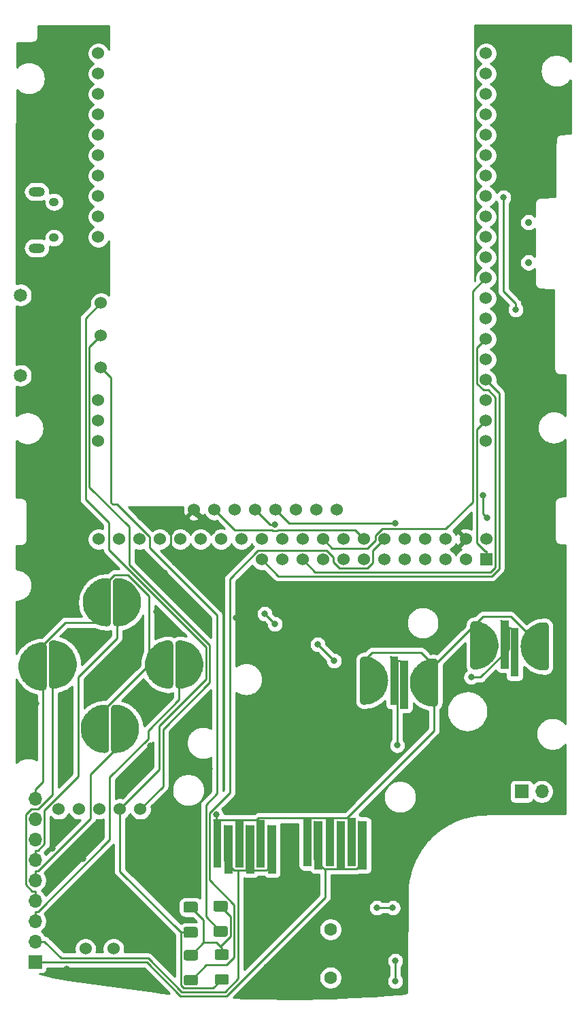
<source format=gbr>
%TF.GenerationSoftware,KiCad,Pcbnew,(5.1.9)-1*%
%TF.CreationDate,2021-03-20T17:21:59+11:00*%
%TF.ProjectId,GBC_motherboard,4742435f-6d6f-4746-9865-72626f617264,rev?*%
%TF.SameCoordinates,Original*%
%TF.FileFunction,Copper,L1,Top*%
%TF.FilePolarity,Positive*%
%FSLAX46Y46*%
G04 Gerber Fmt 4.6, Leading zero omitted, Abs format (unit mm)*
G04 Created by KiCad (PCBNEW (5.1.9)-1) date 2021-03-20 17:21:59*
%MOMM*%
%LPD*%
G01*
G04 APERTURE LIST*
%TA.AperFunction,WasherPad*%
%ADD10O,1.200000X1.050000*%
%TD*%
%TA.AperFunction,WasherPad*%
%ADD11O,2.000000X1.200000*%
%TD*%
%TA.AperFunction,ComponentPad*%
%ADD12C,0.900000*%
%TD*%
%TA.AperFunction,ComponentPad*%
%ADD13R,1.700000X1.700000*%
%TD*%
%TA.AperFunction,ComponentPad*%
%ADD14O,1.700000X1.700000*%
%TD*%
%TA.AperFunction,ComponentPad*%
%ADD15C,1.524000*%
%TD*%
%TA.AperFunction,ComponentPad*%
%ADD16R,1.524000X1.524000*%
%TD*%
%TA.AperFunction,SMDPad,CuDef*%
%ADD17C,0.100000*%
%TD*%
%TA.AperFunction,ComponentPad*%
%ADD18C,1.650000*%
%TD*%
%TA.AperFunction,ComponentPad*%
%ADD19C,1.600000*%
%TD*%
%TA.AperFunction,ViaPad*%
%ADD20C,0.800000*%
%TD*%
%TA.AperFunction,Conductor*%
%ADD21C,0.250000*%
%TD*%
%TA.AperFunction,Conductor*%
%ADD22C,0.254000*%
%TD*%
%TA.AperFunction,Conductor*%
%ADD23C,0.100000*%
%TD*%
G04 APERTURE END LIST*
D10*
%TO.P,U1,*%
%TO.N,*%
X114725000Y-61275000D03*
X114725000Y-65725000D03*
D11*
X112575000Y-60000000D03*
X112575000Y-67000000D03*
%TD*%
D12*
%TO.P,U2,*%
%TO.N,*%
X173787000Y-63794000D03*
X173787000Y-68794000D03*
%TD*%
D13*
%TO.P,J1,1*%
%TO.N,Net-(J1-Pad1)*%
X112382000Y-155829000D03*
D14*
%TO.P,J1,2*%
%TO.N,Net-(J1-Pad2)*%
X112382000Y-153289000D03*
%TO.P,J1,3*%
%TO.N,Net-(J1-Pad3)*%
X112382000Y-150749000D03*
%TO.P,J1,4*%
%TO.N,Net-(J1-Pad4)*%
X112382000Y-148209000D03*
%TO.P,J1,5*%
%TO.N,Net-(J1-Pad5)*%
X112382000Y-145669000D03*
%TO.P,J1,6*%
%TO.N,Net-(J1-Pad6)*%
X112382000Y-143129000D03*
%TO.P,J1,7*%
%TO.N,Net-(J1-Pad7)*%
X112382000Y-140589000D03*
%TO.P,J1,8*%
%TO.N,Net-(J1-Pad8)*%
X112382000Y-138049000D03*
%TO.P,J1,9*%
%TO.N,Net-(J1-Pad9)*%
X112382000Y-135509000D03*
%TD*%
D15*
%TO.P,U6,36*%
%TO.N,N/C*%
X125374000Y-103226000D03*
%TO.P,U6,8*%
X160934000Y-103226000D03*
%TO.P,U6,23*%
%TO.N,Net-(U5-Pad24)*%
X140614000Y-105766000D03*
%TO.P,U6,21*%
%TO.N,N/C*%
X143154000Y-105766000D03*
%TO.P,U6,32*%
X130454000Y-103226000D03*
%TO.P,U6,19*%
%TO.N,Net-(U5-Pad26)*%
X145694000Y-105766000D03*
%TO.P,U6,6*%
%TO.N,Net-(C1-Pad2)*%
X163474000Y-103226000D03*
%TO.P,U6,17*%
%TO.N,N/C*%
X148234000Y-105766000D03*
%TO.P,U6,15*%
X150774000Y-105766000D03*
%TO.P,U6,13*%
X153314000Y-105766000D03*
%TO.P,U6,9*%
X158394000Y-105766000D03*
%TO.P,U6,5*%
X163474000Y-105766000D03*
%TO.P,U6,24*%
%TO.N,Net-(U5-Pad27)*%
X140614000Y-103226000D03*
%TO.P,U6,11*%
%TO.N,N/C*%
X155854000Y-105766000D03*
%TO.P,U6,7*%
X160934000Y-105766000D03*
%TO.P,U6,40*%
X120294000Y-103226000D03*
%TO.P,U6,20*%
X145694000Y-103226000D03*
%TO.P,U6,16*%
X150774000Y-103226000D03*
%TO.P,U6,14*%
%TO.N,Net-(U3-Pad7)*%
X153314000Y-103226000D03*
%TO.P,U6,28*%
%TO.N,N/C*%
X135534000Y-103226000D03*
%TO.P,U6,3*%
X166014000Y-105766000D03*
D16*
%TO.P,U6,1*%
%TO.N,Net-(U5-Pad22)*%
X168554000Y-105766000D03*
D15*
%TO.P,U6,26*%
%TO.N,N/C*%
X138074000Y-103226000D03*
%TO.P,U6,4*%
%TO.N,Net-(U3-Pad8)*%
X166014000Y-103226000D03*
%TO.P,U6,10*%
%TO.N,N/C*%
X158394000Y-103226000D03*
%TO.P,U6,12*%
%TO.N,Net-(R1-Pad2)*%
X155854000Y-103226000D03*
%TO.P,U6,34*%
%TO.N,N/C*%
X127914000Y-103226000D03*
%TO.P,U6,38*%
X122834000Y-103226000D03*
%TO.P,U6,22*%
%TO.N,Net-(U5-Pad28)*%
X143154000Y-103226000D03*
%TO.P,U6,30*%
%TO.N,N/C*%
X132994000Y-103226000D03*
%TO.P,U6,2*%
%TO.N,Net-(U6-Pad2)*%
X168554000Y-103226000D03*
%TO.P,U6,18*%
%TO.N,Net-(U5-Pad29)*%
X148234000Y-103226000D03*
%TD*%
%TO.P,U8,7*%
%TO.N,Net-(LS1-Pad2)*%
X118660000Y-154196000D03*
%TO.P,U8,6*%
%TO.N,Net-(U8-Pad6)*%
X122150000Y-154195000D03*
%TO.P,U8,5*%
%TO.N,Net-(U7-Pad2)*%
X125480000Y-136796000D03*
%TO.P,U8,4*%
%TO.N,Net-(C1-Pad2)*%
X122940000Y-136796000D03*
%TO.P,U8,3*%
%TO.N,N/C*%
X120400000Y-136796000D03*
%TO.P,U8,2*%
%TO.N,Net-(U6-Pad2)*%
X117860000Y-136796000D03*
%TO.P,U8,1*%
%TO.N,Net-(C1-Pad2)*%
X115320000Y-136796000D03*
%TD*%
%TO.P,C2,2*%
%TO.N,Net-(C2-Pad2)*%
%TA.AperFunction,SMDPad,CuDef*%
G36*
G01*
X134815998Y-151356000D02*
X136116002Y-151356000D01*
G75*
G02*
X136366000Y-151605998I0J-249998D01*
G01*
X136366000Y-152431002D01*
G75*
G02*
X136116002Y-152681000I-249998J0D01*
G01*
X134815998Y-152681000D01*
G75*
G02*
X134566000Y-152431002I0J249998D01*
G01*
X134566000Y-151605998D01*
G75*
G02*
X134815998Y-151356000I249998J0D01*
G01*
G37*
%TD.AperFunction*%
%TO.P,C2,1*%
%TO.N,Net-(C1-Pad1)*%
%TA.AperFunction,SMDPad,CuDef*%
G36*
G01*
X134815998Y-148231000D02*
X136116002Y-148231000D01*
G75*
G02*
X136366000Y-148480998I0J-249998D01*
G01*
X136366000Y-149306002D01*
G75*
G02*
X136116002Y-149556000I-249998J0D01*
G01*
X134815998Y-149556000D01*
G75*
G02*
X134566000Y-149306002I0J249998D01*
G01*
X134566000Y-148480998D01*
G75*
G02*
X134815998Y-148231000I249998J0D01*
G01*
G37*
%TD.AperFunction*%
%TD*%
%TA.AperFunction,SMDPad,CuDef*%
D17*
%TO.P,U4,4*%
%TO.N,Net-(J1-Pad6)*%
G36*
X122583062Y-108072597D02*
G01*
X122601426Y-108072597D01*
X122845383Y-108084529D01*
X122852354Y-108084919D01*
X122873172Y-108087254D01*
X122893997Y-108089296D01*
X123135622Y-108124975D01*
X123135628Y-108124976D01*
X123135635Y-108124977D01*
X123142525Y-108126044D01*
X123162982Y-108130392D01*
X123183547Y-108134464D01*
X123420536Y-108193552D01*
X123420541Y-108193553D01*
X123420547Y-108193555D01*
X123427302Y-108195289D01*
X123447239Y-108201614D01*
X123467305Y-108207672D01*
X123697402Y-108289606D01*
X123703962Y-108291994D01*
X123723183Y-108300232D01*
X123742565Y-108308221D01*
X123963569Y-108412217D01*
X123969864Y-108415234D01*
X123988212Y-108425321D01*
X124006701Y-108435151D01*
X124216493Y-108560212D01*
X124216502Y-108560217D01*
X124216512Y-108560224D01*
X124222472Y-108563834D01*
X124239693Y-108575625D01*
X124257189Y-108587250D01*
X124453765Y-108732179D01*
X124453782Y-108732191D01*
X124453801Y-108732206D01*
X124459373Y-108736375D01*
X124475403Y-108749825D01*
X124491637Y-108763066D01*
X124673145Y-108926494D01*
X124673153Y-108926501D01*
X124673162Y-108926510D01*
X124678305Y-108931207D01*
X124692955Y-108946166D01*
X124707814Y-108960923D01*
X124872512Y-109141290D01*
X124877183Y-109146478D01*
X124890291Y-109162782D01*
X124903649Y-109178928D01*
X125049960Y-109374506D01*
X125054102Y-109380125D01*
X125065578Y-109397662D01*
X125077276Y-109415005D01*
X125203797Y-109623916D01*
X125203803Y-109623925D01*
X125203809Y-109623936D01*
X125207378Y-109629922D01*
X125217087Y-109648494D01*
X125227037Y-109666896D01*
X125332574Y-109887167D01*
X125335546Y-109893484D01*
X125343392Y-109912901D01*
X125351504Y-109932201D01*
X125435038Y-110161710D01*
X125435043Y-110161721D01*
X125435047Y-110161735D01*
X125437384Y-110168297D01*
X125443280Y-110188332D01*
X125449488Y-110208385D01*
X125510230Y-110444960D01*
X125511918Y-110451734D01*
X125515835Y-110472269D01*
X125520052Y-110492811D01*
X125557417Y-110734173D01*
X125557420Y-110734187D01*
X125557422Y-110734204D01*
X125558439Y-110741091D01*
X125560336Y-110761936D01*
X125562525Y-110782769D01*
X125576158Y-111026617D01*
X125576160Y-111026637D01*
X125576160Y-111026661D01*
X125576500Y-111033610D01*
X125576354Y-111054453D01*
X125576436Y-111066272D01*
X125577000Y-111072000D01*
X125576384Y-111078256D01*
X125566273Y-111319499D01*
X125566273Y-111319520D01*
X125566271Y-111319545D01*
X125565931Y-111326492D01*
X125563747Y-111347271D01*
X125561845Y-111368168D01*
X125527852Y-111610040D01*
X125526832Y-111616946D01*
X125522625Y-111637442D01*
X125518699Y-111658024D01*
X125461266Y-111895424D01*
X125459577Y-111902198D01*
X125453384Y-111922204D01*
X125447473Y-111942287D01*
X125367148Y-112172949D01*
X125364806Y-112179526D01*
X125356700Y-112198810D01*
X125348848Y-112218243D01*
X125246398Y-112439966D01*
X125243425Y-112446283D01*
X125233473Y-112464689D01*
X125223766Y-112483256D01*
X125100168Y-112693925D01*
X125096593Y-112699921D01*
X125084914Y-112717236D01*
X125073420Y-112734801D01*
X124929854Y-112932402D01*
X124925711Y-112938021D01*
X124912371Y-112954146D01*
X124899243Y-112970474D01*
X124737081Y-113153122D01*
X124732409Y-113158310D01*
X124717546Y-113173070D01*
X124702902Y-113188023D01*
X124523690Y-113353976D01*
X124518534Y-113358683D01*
X124502324Y-113371904D01*
X124486270Y-113385375D01*
X124291719Y-113533048D01*
X124286128Y-113537230D01*
X124268696Y-113548812D01*
X124251410Y-113560648D01*
X124043376Y-113688631D01*
X124037405Y-113692247D01*
X124018910Y-113702081D01*
X124000569Y-113712164D01*
X123781049Y-113819231D01*
X123781041Y-113819235D01*
X123781032Y-113819239D01*
X123774744Y-113822252D01*
X123755399Y-113830225D01*
X123736142Y-113838479D01*
X123507215Y-113923617D01*
X123507210Y-113923619D01*
X123507204Y-113923621D01*
X123500652Y-113926005D01*
X123480646Y-113932045D01*
X123460647Y-113938389D01*
X123224507Y-114000779D01*
X123224502Y-114000781D01*
X123224496Y-114000782D01*
X123217739Y-114002517D01*
X123197218Y-114006580D01*
X123176720Y-114010937D01*
X122935624Y-114049986D01*
X122935611Y-114049989D01*
X122935595Y-114049991D01*
X122928714Y-114051056D01*
X122907879Y-114053099D01*
X122887066Y-114055433D01*
X122643299Y-114070769D01*
X122636329Y-114071159D01*
X122625863Y-114071159D01*
X122615400Y-114071744D01*
X122580495Y-114071988D01*
X122577122Y-114071988D01*
X122577000Y-114072000D01*
X122576878Y-114071988D01*
X122573514Y-114071988D01*
X122524741Y-114069261D01*
X122481964Y-114062640D01*
X122479455Y-114062393D01*
X122478504Y-114062105D01*
X122476465Y-114061789D01*
X122429150Y-114049640D01*
X122387774Y-114034582D01*
X122385658Y-114033940D01*
X122384906Y-114033538D01*
X122383246Y-114032934D01*
X122339192Y-114011826D01*
X122300877Y-113988623D01*
X122299215Y-113987735D01*
X122298666Y-113987284D01*
X122297407Y-113986522D01*
X122258291Y-113957259D01*
X122224635Y-113926528D01*
X122223447Y-113925553D01*
X122223087Y-113925115D01*
X122222218Y-113924321D01*
X122189531Y-113888018D01*
X122162022Y-113850708D01*
X122161265Y-113849785D01*
X122161062Y-113849405D01*
X122160542Y-113848700D01*
X122135528Y-113806740D01*
X122115452Y-113764075D01*
X122115060Y-113763342D01*
X122114975Y-113763062D01*
X122114729Y-113762539D01*
X122098342Y-113716520D01*
X122086728Y-113669943D01*
X122086607Y-113669545D01*
X122086593Y-113669403D01*
X122086523Y-113669122D01*
X122079387Y-113620796D01*
X122077000Y-113572004D01*
X122077000Y-108572000D01*
X122077630Y-108565605D01*
X122077780Y-108544088D01*
X122082886Y-108495506D01*
X122086054Y-108480073D01*
X122086607Y-108474455D01*
X122088462Y-108468339D01*
X122092708Y-108447654D01*
X122107154Y-108400989D01*
X122113400Y-108386130D01*
X122115060Y-108380658D01*
X122118058Y-108375049D01*
X122126084Y-108355956D01*
X122149319Y-108312986D01*
X122158535Y-108299323D01*
X122161265Y-108294215D01*
X122165279Y-108289323D01*
X122176635Y-108272488D01*
X122207773Y-108234848D01*
X122219737Y-108222967D01*
X122223447Y-108218447D01*
X122228301Y-108214464D01*
X122242436Y-108200427D01*
X122280291Y-108169553D01*
X122294643Y-108160017D01*
X122299215Y-108156265D01*
X122304715Y-108153325D01*
X122320979Y-108142519D01*
X122364111Y-108119586D01*
X122380385Y-108112878D01*
X122385658Y-108110060D01*
X122391586Y-108108262D01*
X122409275Y-108100971D01*
X122456040Y-108086852D01*
X122473679Y-108083359D01*
X122479455Y-108081607D01*
X122485568Y-108081005D01*
X122503960Y-108077363D01*
X122552577Y-108072597D01*
X122570938Y-108072597D01*
X122577000Y-108072000D01*
X122583062Y-108072597D01*
G37*
%TD.AperFunction*%
%TA.AperFunction,SMDPad,CuDef*%
%TO.P,U4,1*%
%TO.N,Net-(J1-Pad9)*%
G36*
X121320938Y-114071403D02*
G01*
X121302574Y-114071403D01*
X121058617Y-114059471D01*
X121051646Y-114059081D01*
X121030828Y-114056746D01*
X121010003Y-114054704D01*
X120768378Y-114019025D01*
X120768372Y-114019024D01*
X120768365Y-114019023D01*
X120761475Y-114017956D01*
X120741018Y-114013608D01*
X120720453Y-114009536D01*
X120483464Y-113950448D01*
X120483459Y-113950447D01*
X120483453Y-113950445D01*
X120476698Y-113948711D01*
X120456761Y-113942386D01*
X120436695Y-113936328D01*
X120206598Y-113854394D01*
X120200038Y-113852006D01*
X120180817Y-113843768D01*
X120161435Y-113835779D01*
X119940431Y-113731783D01*
X119934136Y-113728766D01*
X119915788Y-113718679D01*
X119897299Y-113708849D01*
X119687507Y-113583788D01*
X119687498Y-113583783D01*
X119687488Y-113583776D01*
X119681528Y-113580166D01*
X119664307Y-113568375D01*
X119646811Y-113556750D01*
X119450235Y-113411821D01*
X119450218Y-113411809D01*
X119450199Y-113411794D01*
X119444627Y-113407625D01*
X119428597Y-113394175D01*
X119412363Y-113380934D01*
X119230855Y-113217506D01*
X119230847Y-113217499D01*
X119230838Y-113217490D01*
X119225695Y-113212793D01*
X119211045Y-113197834D01*
X119196186Y-113183077D01*
X119031488Y-113002710D01*
X119026817Y-112997522D01*
X119013709Y-112981218D01*
X119000351Y-112965072D01*
X118854040Y-112769494D01*
X118849898Y-112763875D01*
X118838422Y-112746338D01*
X118826724Y-112728995D01*
X118700203Y-112520084D01*
X118700197Y-112520075D01*
X118700191Y-112520064D01*
X118696622Y-112514078D01*
X118686913Y-112495506D01*
X118676963Y-112477104D01*
X118571426Y-112256833D01*
X118568454Y-112250516D01*
X118560608Y-112231099D01*
X118552496Y-112211799D01*
X118468962Y-111982290D01*
X118468957Y-111982279D01*
X118468953Y-111982265D01*
X118466616Y-111975703D01*
X118460720Y-111955668D01*
X118454512Y-111935615D01*
X118393770Y-111699040D01*
X118392082Y-111692266D01*
X118388165Y-111671731D01*
X118383948Y-111651189D01*
X118346583Y-111409827D01*
X118346580Y-111409813D01*
X118346578Y-111409796D01*
X118345561Y-111402909D01*
X118343664Y-111382064D01*
X118341475Y-111361231D01*
X118327842Y-111117383D01*
X118327840Y-111117363D01*
X118327840Y-111117339D01*
X118327500Y-111110390D01*
X118327646Y-111089547D01*
X118327564Y-111077728D01*
X118327000Y-111072000D01*
X118327616Y-111065744D01*
X118337727Y-110824501D01*
X118337727Y-110824480D01*
X118337729Y-110824455D01*
X118338069Y-110817508D01*
X118340253Y-110796729D01*
X118342155Y-110775832D01*
X118376148Y-110533960D01*
X118377168Y-110527054D01*
X118381375Y-110506558D01*
X118385301Y-110485976D01*
X118442734Y-110248576D01*
X118444423Y-110241802D01*
X118450616Y-110221796D01*
X118456527Y-110201713D01*
X118536852Y-109971051D01*
X118539194Y-109964474D01*
X118547300Y-109945190D01*
X118555152Y-109925757D01*
X118657602Y-109704034D01*
X118660575Y-109697717D01*
X118670527Y-109679311D01*
X118680234Y-109660744D01*
X118803832Y-109450075D01*
X118807407Y-109444079D01*
X118819086Y-109426764D01*
X118830580Y-109409199D01*
X118974146Y-109211598D01*
X118978289Y-109205979D01*
X118991629Y-109189854D01*
X119004757Y-109173526D01*
X119166919Y-108990878D01*
X119171591Y-108985690D01*
X119186454Y-108970930D01*
X119201098Y-108955977D01*
X119380310Y-108790024D01*
X119385466Y-108785317D01*
X119401676Y-108772096D01*
X119417730Y-108758625D01*
X119612281Y-108610952D01*
X119617872Y-108606770D01*
X119635304Y-108595188D01*
X119652590Y-108583352D01*
X119860624Y-108455369D01*
X119866595Y-108451753D01*
X119885090Y-108441919D01*
X119903431Y-108431836D01*
X120122951Y-108324769D01*
X120122959Y-108324765D01*
X120122968Y-108324761D01*
X120129256Y-108321748D01*
X120148601Y-108313775D01*
X120167858Y-108305521D01*
X120396785Y-108220383D01*
X120396790Y-108220381D01*
X120396796Y-108220379D01*
X120403348Y-108217995D01*
X120423354Y-108211955D01*
X120443353Y-108205611D01*
X120679493Y-108143221D01*
X120679498Y-108143219D01*
X120679504Y-108143218D01*
X120686261Y-108141483D01*
X120706782Y-108137420D01*
X120727280Y-108133063D01*
X120968376Y-108094014D01*
X120968389Y-108094011D01*
X120968405Y-108094009D01*
X120975286Y-108092944D01*
X120996121Y-108090901D01*
X121016934Y-108088567D01*
X121260701Y-108073231D01*
X121267671Y-108072841D01*
X121278137Y-108072841D01*
X121288600Y-108072256D01*
X121323505Y-108072012D01*
X121326878Y-108072012D01*
X121327000Y-108072000D01*
X121327122Y-108072012D01*
X121330486Y-108072012D01*
X121379259Y-108074739D01*
X121422036Y-108081360D01*
X121424545Y-108081607D01*
X121425496Y-108081895D01*
X121427535Y-108082211D01*
X121474850Y-108094360D01*
X121516226Y-108109418D01*
X121518342Y-108110060D01*
X121519094Y-108110462D01*
X121520754Y-108111066D01*
X121564808Y-108132174D01*
X121603123Y-108155377D01*
X121604785Y-108156265D01*
X121605334Y-108156716D01*
X121606593Y-108157478D01*
X121645709Y-108186741D01*
X121679365Y-108217472D01*
X121680553Y-108218447D01*
X121680913Y-108218885D01*
X121681782Y-108219679D01*
X121714469Y-108255982D01*
X121741978Y-108293292D01*
X121742735Y-108294215D01*
X121742938Y-108294595D01*
X121743458Y-108295300D01*
X121768472Y-108337260D01*
X121788548Y-108379925D01*
X121788940Y-108380658D01*
X121789025Y-108380938D01*
X121789271Y-108381461D01*
X121805658Y-108427480D01*
X121817272Y-108474057D01*
X121817393Y-108474455D01*
X121817407Y-108474597D01*
X121817477Y-108474878D01*
X121824613Y-108523204D01*
X121827000Y-108571996D01*
X121827000Y-113572000D01*
X121826370Y-113578395D01*
X121826220Y-113599912D01*
X121821114Y-113648494D01*
X121817946Y-113663927D01*
X121817393Y-113669545D01*
X121815538Y-113675661D01*
X121811292Y-113696346D01*
X121796846Y-113743011D01*
X121790600Y-113757870D01*
X121788940Y-113763342D01*
X121785942Y-113768951D01*
X121777916Y-113788044D01*
X121754681Y-113831014D01*
X121745465Y-113844677D01*
X121742735Y-113849785D01*
X121738721Y-113854677D01*
X121727365Y-113871512D01*
X121696227Y-113909152D01*
X121684263Y-113921033D01*
X121680553Y-113925553D01*
X121675699Y-113929536D01*
X121661564Y-113943573D01*
X121623709Y-113974447D01*
X121609357Y-113983983D01*
X121604785Y-113987735D01*
X121599285Y-113990675D01*
X121583021Y-114001481D01*
X121539889Y-114024414D01*
X121523615Y-114031122D01*
X121518342Y-114033940D01*
X121512414Y-114035738D01*
X121494725Y-114043029D01*
X121447960Y-114057148D01*
X121430321Y-114060641D01*
X121424545Y-114062393D01*
X121418432Y-114062995D01*
X121400040Y-114066637D01*
X121351423Y-114071403D01*
X121333062Y-114071403D01*
X121327000Y-114072000D01*
X121320938Y-114071403D01*
G37*
%TD.AperFunction*%
%TA.AperFunction,SMDPad,CuDef*%
%TO.P,U4,6*%
%TO.N,Net-(J1-Pad4)*%
G36*
X114583062Y-115822597D02*
G01*
X114601426Y-115822597D01*
X114845383Y-115834529D01*
X114852354Y-115834919D01*
X114873172Y-115837254D01*
X114893997Y-115839296D01*
X115135622Y-115874975D01*
X115135628Y-115874976D01*
X115135635Y-115874977D01*
X115142525Y-115876044D01*
X115162982Y-115880392D01*
X115183547Y-115884464D01*
X115420536Y-115943552D01*
X115420541Y-115943553D01*
X115420547Y-115943555D01*
X115427302Y-115945289D01*
X115447239Y-115951614D01*
X115467305Y-115957672D01*
X115697402Y-116039606D01*
X115703962Y-116041994D01*
X115723183Y-116050232D01*
X115742565Y-116058221D01*
X115963569Y-116162217D01*
X115969864Y-116165234D01*
X115988212Y-116175321D01*
X116006701Y-116185151D01*
X116216493Y-116310212D01*
X116216502Y-116310217D01*
X116216512Y-116310224D01*
X116222472Y-116313834D01*
X116239693Y-116325625D01*
X116257189Y-116337250D01*
X116453765Y-116482179D01*
X116453782Y-116482191D01*
X116453801Y-116482206D01*
X116459373Y-116486375D01*
X116475403Y-116499825D01*
X116491637Y-116513066D01*
X116673145Y-116676494D01*
X116673153Y-116676501D01*
X116673162Y-116676510D01*
X116678305Y-116681207D01*
X116692955Y-116696166D01*
X116707814Y-116710923D01*
X116872512Y-116891290D01*
X116877183Y-116896478D01*
X116890291Y-116912782D01*
X116903649Y-116928928D01*
X117049960Y-117124506D01*
X117054102Y-117130125D01*
X117065578Y-117147662D01*
X117077276Y-117165005D01*
X117203797Y-117373916D01*
X117203803Y-117373925D01*
X117203809Y-117373936D01*
X117207378Y-117379922D01*
X117217087Y-117398494D01*
X117227037Y-117416896D01*
X117332574Y-117637167D01*
X117335546Y-117643484D01*
X117343392Y-117662901D01*
X117351504Y-117682201D01*
X117435038Y-117911710D01*
X117435043Y-117911721D01*
X117435047Y-117911735D01*
X117437384Y-117918297D01*
X117443280Y-117938332D01*
X117449488Y-117958385D01*
X117510230Y-118194960D01*
X117511918Y-118201734D01*
X117515835Y-118222269D01*
X117520052Y-118242811D01*
X117557417Y-118484173D01*
X117557420Y-118484187D01*
X117557422Y-118484204D01*
X117558439Y-118491091D01*
X117560336Y-118511936D01*
X117562525Y-118532769D01*
X117576158Y-118776617D01*
X117576160Y-118776637D01*
X117576160Y-118776661D01*
X117576500Y-118783610D01*
X117576354Y-118804453D01*
X117576436Y-118816272D01*
X117577000Y-118822000D01*
X117576384Y-118828256D01*
X117566273Y-119069499D01*
X117566273Y-119069520D01*
X117566271Y-119069545D01*
X117565931Y-119076492D01*
X117563747Y-119097271D01*
X117561845Y-119118168D01*
X117527852Y-119360040D01*
X117526832Y-119366946D01*
X117522625Y-119387442D01*
X117518699Y-119408024D01*
X117461266Y-119645424D01*
X117459577Y-119652198D01*
X117453384Y-119672204D01*
X117447473Y-119692287D01*
X117367148Y-119922949D01*
X117364806Y-119929526D01*
X117356700Y-119948810D01*
X117348848Y-119968243D01*
X117246398Y-120189966D01*
X117243425Y-120196283D01*
X117233473Y-120214689D01*
X117223766Y-120233256D01*
X117100168Y-120443925D01*
X117096593Y-120449921D01*
X117084914Y-120467236D01*
X117073420Y-120484801D01*
X116929854Y-120682402D01*
X116925711Y-120688021D01*
X116912371Y-120704146D01*
X116899243Y-120720474D01*
X116737081Y-120903122D01*
X116732409Y-120908310D01*
X116717546Y-120923070D01*
X116702902Y-120938023D01*
X116523690Y-121103976D01*
X116518534Y-121108683D01*
X116502324Y-121121904D01*
X116486270Y-121135375D01*
X116291719Y-121283048D01*
X116286128Y-121287230D01*
X116268696Y-121298812D01*
X116251410Y-121310648D01*
X116043376Y-121438631D01*
X116037405Y-121442247D01*
X116018910Y-121452081D01*
X116000569Y-121462164D01*
X115781049Y-121569231D01*
X115781041Y-121569235D01*
X115781032Y-121569239D01*
X115774744Y-121572252D01*
X115755399Y-121580225D01*
X115736142Y-121588479D01*
X115507215Y-121673617D01*
X115507210Y-121673619D01*
X115507204Y-121673621D01*
X115500652Y-121676005D01*
X115480646Y-121682045D01*
X115460647Y-121688389D01*
X115224507Y-121750779D01*
X115224502Y-121750781D01*
X115224496Y-121750782D01*
X115217739Y-121752517D01*
X115197218Y-121756580D01*
X115176720Y-121760937D01*
X114935624Y-121799986D01*
X114935611Y-121799989D01*
X114935595Y-121799991D01*
X114928714Y-121801056D01*
X114907879Y-121803099D01*
X114887066Y-121805433D01*
X114643299Y-121820769D01*
X114636329Y-121821159D01*
X114625863Y-121821159D01*
X114615400Y-121821744D01*
X114580495Y-121821988D01*
X114577122Y-121821988D01*
X114577000Y-121822000D01*
X114576878Y-121821988D01*
X114573514Y-121821988D01*
X114524741Y-121819261D01*
X114481964Y-121812640D01*
X114479455Y-121812393D01*
X114478504Y-121812105D01*
X114476465Y-121811789D01*
X114429150Y-121799640D01*
X114387774Y-121784582D01*
X114385658Y-121783940D01*
X114384906Y-121783538D01*
X114383246Y-121782934D01*
X114339192Y-121761826D01*
X114300877Y-121738623D01*
X114299215Y-121737735D01*
X114298666Y-121737284D01*
X114297407Y-121736522D01*
X114258291Y-121707259D01*
X114224635Y-121676528D01*
X114223447Y-121675553D01*
X114223087Y-121675115D01*
X114222218Y-121674321D01*
X114189531Y-121638018D01*
X114162022Y-121600708D01*
X114161265Y-121599785D01*
X114161062Y-121599405D01*
X114160542Y-121598700D01*
X114135528Y-121556740D01*
X114115452Y-121514075D01*
X114115060Y-121513342D01*
X114114975Y-121513062D01*
X114114729Y-121512539D01*
X114098342Y-121466520D01*
X114086728Y-121419943D01*
X114086607Y-121419545D01*
X114086593Y-121419403D01*
X114086523Y-121419122D01*
X114079387Y-121370796D01*
X114077000Y-121322004D01*
X114077000Y-116322000D01*
X114077630Y-116315605D01*
X114077780Y-116294088D01*
X114082886Y-116245506D01*
X114086054Y-116230073D01*
X114086607Y-116224455D01*
X114088462Y-116218339D01*
X114092708Y-116197654D01*
X114107154Y-116150989D01*
X114113400Y-116136130D01*
X114115060Y-116130658D01*
X114118058Y-116125049D01*
X114126084Y-116105956D01*
X114149319Y-116062986D01*
X114158535Y-116049323D01*
X114161265Y-116044215D01*
X114165279Y-116039323D01*
X114176635Y-116022488D01*
X114207773Y-115984848D01*
X114219737Y-115972967D01*
X114223447Y-115968447D01*
X114228301Y-115964464D01*
X114242436Y-115950427D01*
X114280291Y-115919553D01*
X114294643Y-115910017D01*
X114299215Y-115906265D01*
X114304715Y-115903325D01*
X114320979Y-115892519D01*
X114364111Y-115869586D01*
X114380385Y-115862878D01*
X114385658Y-115860060D01*
X114391586Y-115858262D01*
X114409275Y-115850971D01*
X114456040Y-115836852D01*
X114473679Y-115833359D01*
X114479455Y-115831607D01*
X114485568Y-115831005D01*
X114503960Y-115827363D01*
X114552577Y-115822597D01*
X114570938Y-115822597D01*
X114577000Y-115822000D01*
X114583062Y-115822597D01*
G37*
%TD.AperFunction*%
%TA.AperFunction,SMDPad,CuDef*%
%TO.P,U4,1*%
%TO.N,Net-(J1-Pad9)*%
G36*
X113320938Y-122071403D02*
G01*
X113302574Y-122071403D01*
X113058617Y-122059471D01*
X113051646Y-122059081D01*
X113030828Y-122056746D01*
X113010003Y-122054704D01*
X112768378Y-122019025D01*
X112768372Y-122019024D01*
X112768365Y-122019023D01*
X112761475Y-122017956D01*
X112741018Y-122013608D01*
X112720453Y-122009536D01*
X112483464Y-121950448D01*
X112483459Y-121950447D01*
X112483453Y-121950445D01*
X112476698Y-121948711D01*
X112456761Y-121942386D01*
X112436695Y-121936328D01*
X112206598Y-121854394D01*
X112200038Y-121852006D01*
X112180817Y-121843768D01*
X112161435Y-121835779D01*
X111940431Y-121731783D01*
X111934136Y-121728766D01*
X111915788Y-121718679D01*
X111897299Y-121708849D01*
X111687507Y-121583788D01*
X111687498Y-121583783D01*
X111687488Y-121583776D01*
X111681528Y-121580166D01*
X111664307Y-121568375D01*
X111646811Y-121556750D01*
X111450235Y-121411821D01*
X111450218Y-121411809D01*
X111450199Y-121411794D01*
X111444627Y-121407625D01*
X111428597Y-121394175D01*
X111412363Y-121380934D01*
X111230855Y-121217506D01*
X111230847Y-121217499D01*
X111230838Y-121217490D01*
X111225695Y-121212793D01*
X111211045Y-121197834D01*
X111196186Y-121183077D01*
X111031488Y-121002710D01*
X111026817Y-120997522D01*
X111013709Y-120981218D01*
X111000351Y-120965072D01*
X110854040Y-120769494D01*
X110849898Y-120763875D01*
X110838422Y-120746338D01*
X110826724Y-120728995D01*
X110700203Y-120520084D01*
X110700197Y-120520075D01*
X110700191Y-120520064D01*
X110696622Y-120514078D01*
X110686913Y-120495506D01*
X110676963Y-120477104D01*
X110571426Y-120256833D01*
X110568454Y-120250516D01*
X110560608Y-120231099D01*
X110552496Y-120211799D01*
X110468962Y-119982290D01*
X110468957Y-119982279D01*
X110468953Y-119982265D01*
X110466616Y-119975703D01*
X110460720Y-119955668D01*
X110454512Y-119935615D01*
X110393770Y-119699040D01*
X110392082Y-119692266D01*
X110388165Y-119671731D01*
X110383948Y-119651189D01*
X110346583Y-119409827D01*
X110346580Y-119409813D01*
X110346578Y-119409796D01*
X110345561Y-119402909D01*
X110343664Y-119382064D01*
X110341475Y-119361231D01*
X110327842Y-119117383D01*
X110327840Y-119117363D01*
X110327840Y-119117339D01*
X110327500Y-119110390D01*
X110327646Y-119089547D01*
X110327564Y-119077728D01*
X110327000Y-119072000D01*
X110327616Y-119065744D01*
X110337727Y-118824501D01*
X110337727Y-118824480D01*
X110337729Y-118824455D01*
X110338069Y-118817508D01*
X110340253Y-118796729D01*
X110342155Y-118775832D01*
X110376148Y-118533960D01*
X110377168Y-118527054D01*
X110381375Y-118506558D01*
X110385301Y-118485976D01*
X110442734Y-118248576D01*
X110444423Y-118241802D01*
X110450616Y-118221796D01*
X110456527Y-118201713D01*
X110536852Y-117971051D01*
X110539194Y-117964474D01*
X110547300Y-117945190D01*
X110555152Y-117925757D01*
X110657602Y-117704034D01*
X110660575Y-117697717D01*
X110670527Y-117679311D01*
X110680234Y-117660744D01*
X110803832Y-117450075D01*
X110807407Y-117444079D01*
X110819086Y-117426764D01*
X110830580Y-117409199D01*
X110974146Y-117211598D01*
X110978289Y-117205979D01*
X110991629Y-117189854D01*
X111004757Y-117173526D01*
X111166919Y-116990878D01*
X111171591Y-116985690D01*
X111186454Y-116970930D01*
X111201098Y-116955977D01*
X111380310Y-116790024D01*
X111385466Y-116785317D01*
X111401676Y-116772096D01*
X111417730Y-116758625D01*
X111612281Y-116610952D01*
X111617872Y-116606770D01*
X111635304Y-116595188D01*
X111652590Y-116583352D01*
X111860624Y-116455369D01*
X111866595Y-116451753D01*
X111885090Y-116441919D01*
X111903431Y-116431836D01*
X112122951Y-116324769D01*
X112122959Y-116324765D01*
X112122968Y-116324761D01*
X112129256Y-116321748D01*
X112148601Y-116313775D01*
X112167858Y-116305521D01*
X112396785Y-116220383D01*
X112396790Y-116220381D01*
X112396796Y-116220379D01*
X112403348Y-116217995D01*
X112423354Y-116211955D01*
X112443353Y-116205611D01*
X112679493Y-116143221D01*
X112679498Y-116143219D01*
X112679504Y-116143218D01*
X112686261Y-116141483D01*
X112706782Y-116137420D01*
X112727280Y-116133063D01*
X112968376Y-116094014D01*
X112968389Y-116094011D01*
X112968405Y-116094009D01*
X112975286Y-116092944D01*
X112996121Y-116090901D01*
X113016934Y-116088567D01*
X113260701Y-116073231D01*
X113267671Y-116072841D01*
X113278137Y-116072841D01*
X113288600Y-116072256D01*
X113323505Y-116072012D01*
X113326878Y-116072012D01*
X113327000Y-116072000D01*
X113327122Y-116072012D01*
X113330486Y-116072012D01*
X113379259Y-116074739D01*
X113422036Y-116081360D01*
X113424545Y-116081607D01*
X113425496Y-116081895D01*
X113427535Y-116082211D01*
X113474850Y-116094360D01*
X113516226Y-116109418D01*
X113518342Y-116110060D01*
X113519094Y-116110462D01*
X113520754Y-116111066D01*
X113564808Y-116132174D01*
X113603123Y-116155377D01*
X113604785Y-116156265D01*
X113605334Y-116156716D01*
X113606593Y-116157478D01*
X113645709Y-116186741D01*
X113679365Y-116217472D01*
X113680553Y-116218447D01*
X113680913Y-116218885D01*
X113681782Y-116219679D01*
X113714469Y-116255982D01*
X113741978Y-116293292D01*
X113742735Y-116294215D01*
X113742938Y-116294595D01*
X113743458Y-116295300D01*
X113768472Y-116337260D01*
X113788548Y-116379925D01*
X113788940Y-116380658D01*
X113789025Y-116380938D01*
X113789271Y-116381461D01*
X113805658Y-116427480D01*
X113817272Y-116474057D01*
X113817393Y-116474455D01*
X113817407Y-116474597D01*
X113817477Y-116474878D01*
X113824613Y-116523204D01*
X113827000Y-116571996D01*
X113827000Y-121572000D01*
X113826370Y-121578395D01*
X113826220Y-121599912D01*
X113821114Y-121648494D01*
X113817946Y-121663927D01*
X113817393Y-121669545D01*
X113815538Y-121675661D01*
X113811292Y-121696346D01*
X113796846Y-121743011D01*
X113790600Y-121757870D01*
X113788940Y-121763342D01*
X113785942Y-121768951D01*
X113777916Y-121788044D01*
X113754681Y-121831014D01*
X113745465Y-121844677D01*
X113742735Y-121849785D01*
X113738721Y-121854677D01*
X113727365Y-121871512D01*
X113696227Y-121909152D01*
X113684263Y-121921033D01*
X113680553Y-121925553D01*
X113675699Y-121929536D01*
X113661564Y-121943573D01*
X113623709Y-121974447D01*
X113609357Y-121983983D01*
X113604785Y-121987735D01*
X113599285Y-121990675D01*
X113583021Y-122001481D01*
X113539889Y-122024414D01*
X113523615Y-122031122D01*
X113518342Y-122033940D01*
X113512414Y-122035738D01*
X113494725Y-122043029D01*
X113447960Y-122057148D01*
X113430321Y-122060641D01*
X113424545Y-122062393D01*
X113418432Y-122062995D01*
X113400040Y-122066637D01*
X113351423Y-122071403D01*
X113333062Y-122071403D01*
X113327000Y-122072000D01*
X113320938Y-122071403D01*
G37*
%TD.AperFunction*%
%TA.AperFunction,SMDPad,CuDef*%
%TO.P,U4,5*%
%TO.N,Net-(J1-Pad5)*%
G36*
X122333062Y-123822597D02*
G01*
X122351426Y-123822597D01*
X122595383Y-123834529D01*
X122602354Y-123834919D01*
X122623172Y-123837254D01*
X122643997Y-123839296D01*
X122885622Y-123874975D01*
X122885628Y-123874976D01*
X122885635Y-123874977D01*
X122892525Y-123876044D01*
X122912982Y-123880392D01*
X122933547Y-123884464D01*
X123170536Y-123943552D01*
X123170541Y-123943553D01*
X123170547Y-123943555D01*
X123177302Y-123945289D01*
X123197239Y-123951614D01*
X123217305Y-123957672D01*
X123447402Y-124039606D01*
X123453962Y-124041994D01*
X123473183Y-124050232D01*
X123492565Y-124058221D01*
X123713569Y-124162217D01*
X123719864Y-124165234D01*
X123738212Y-124175321D01*
X123756701Y-124185151D01*
X123966493Y-124310212D01*
X123966502Y-124310217D01*
X123966512Y-124310224D01*
X123972472Y-124313834D01*
X123989693Y-124325625D01*
X124007189Y-124337250D01*
X124203765Y-124482179D01*
X124203782Y-124482191D01*
X124203801Y-124482206D01*
X124209373Y-124486375D01*
X124225403Y-124499825D01*
X124241637Y-124513066D01*
X124423145Y-124676494D01*
X124423153Y-124676501D01*
X124423162Y-124676510D01*
X124428305Y-124681207D01*
X124442955Y-124696166D01*
X124457814Y-124710923D01*
X124622512Y-124891290D01*
X124627183Y-124896478D01*
X124640291Y-124912782D01*
X124653649Y-124928928D01*
X124799960Y-125124506D01*
X124804102Y-125130125D01*
X124815578Y-125147662D01*
X124827276Y-125165005D01*
X124953797Y-125373916D01*
X124953803Y-125373925D01*
X124953809Y-125373936D01*
X124957378Y-125379922D01*
X124967087Y-125398494D01*
X124977037Y-125416896D01*
X125082574Y-125637167D01*
X125085546Y-125643484D01*
X125093392Y-125662901D01*
X125101504Y-125682201D01*
X125185038Y-125911710D01*
X125185043Y-125911721D01*
X125185047Y-125911735D01*
X125187384Y-125918297D01*
X125193280Y-125938332D01*
X125199488Y-125958385D01*
X125260230Y-126194960D01*
X125261918Y-126201734D01*
X125265835Y-126222269D01*
X125270052Y-126242811D01*
X125307417Y-126484173D01*
X125307420Y-126484187D01*
X125307422Y-126484204D01*
X125308439Y-126491091D01*
X125310336Y-126511936D01*
X125312525Y-126532769D01*
X125326158Y-126776617D01*
X125326160Y-126776637D01*
X125326160Y-126776661D01*
X125326500Y-126783610D01*
X125326354Y-126804453D01*
X125326436Y-126816272D01*
X125327000Y-126822000D01*
X125326384Y-126828256D01*
X125316273Y-127069499D01*
X125316273Y-127069520D01*
X125316271Y-127069545D01*
X125315931Y-127076492D01*
X125313747Y-127097271D01*
X125311845Y-127118168D01*
X125277852Y-127360040D01*
X125276832Y-127366946D01*
X125272625Y-127387442D01*
X125268699Y-127408024D01*
X125211266Y-127645424D01*
X125209577Y-127652198D01*
X125203384Y-127672204D01*
X125197473Y-127692287D01*
X125117148Y-127922949D01*
X125114806Y-127929526D01*
X125106700Y-127948810D01*
X125098848Y-127968243D01*
X124996398Y-128189966D01*
X124993425Y-128196283D01*
X124983473Y-128214689D01*
X124973766Y-128233256D01*
X124850168Y-128443925D01*
X124846593Y-128449921D01*
X124834914Y-128467236D01*
X124823420Y-128484801D01*
X124679854Y-128682402D01*
X124675711Y-128688021D01*
X124662371Y-128704146D01*
X124649243Y-128720474D01*
X124487081Y-128903122D01*
X124482409Y-128908310D01*
X124467546Y-128923070D01*
X124452902Y-128938023D01*
X124273690Y-129103976D01*
X124268534Y-129108683D01*
X124252324Y-129121904D01*
X124236270Y-129135375D01*
X124041719Y-129283048D01*
X124036128Y-129287230D01*
X124018696Y-129298812D01*
X124001410Y-129310648D01*
X123793376Y-129438631D01*
X123787405Y-129442247D01*
X123768910Y-129452081D01*
X123750569Y-129462164D01*
X123531049Y-129569231D01*
X123531041Y-129569235D01*
X123531032Y-129569239D01*
X123524744Y-129572252D01*
X123505399Y-129580225D01*
X123486142Y-129588479D01*
X123257215Y-129673617D01*
X123257210Y-129673619D01*
X123257204Y-129673621D01*
X123250652Y-129676005D01*
X123230646Y-129682045D01*
X123210647Y-129688389D01*
X122974507Y-129750779D01*
X122974502Y-129750781D01*
X122974496Y-129750782D01*
X122967739Y-129752517D01*
X122947218Y-129756580D01*
X122926720Y-129760937D01*
X122685624Y-129799986D01*
X122685611Y-129799989D01*
X122685595Y-129799991D01*
X122678714Y-129801056D01*
X122657879Y-129803099D01*
X122637066Y-129805433D01*
X122393299Y-129820769D01*
X122386329Y-129821159D01*
X122375863Y-129821159D01*
X122365400Y-129821744D01*
X122330495Y-129821988D01*
X122327122Y-129821988D01*
X122327000Y-129822000D01*
X122326878Y-129821988D01*
X122323514Y-129821988D01*
X122274741Y-129819261D01*
X122231964Y-129812640D01*
X122229455Y-129812393D01*
X122228504Y-129812105D01*
X122226465Y-129811789D01*
X122179150Y-129799640D01*
X122137774Y-129784582D01*
X122135658Y-129783940D01*
X122134906Y-129783538D01*
X122133246Y-129782934D01*
X122089192Y-129761826D01*
X122050877Y-129738623D01*
X122049215Y-129737735D01*
X122048666Y-129737284D01*
X122047407Y-129736522D01*
X122008291Y-129707259D01*
X121974635Y-129676528D01*
X121973447Y-129675553D01*
X121973087Y-129675115D01*
X121972218Y-129674321D01*
X121939531Y-129638018D01*
X121912022Y-129600708D01*
X121911265Y-129599785D01*
X121911062Y-129599405D01*
X121910542Y-129598700D01*
X121885528Y-129556740D01*
X121865452Y-129514075D01*
X121865060Y-129513342D01*
X121864975Y-129513062D01*
X121864729Y-129512539D01*
X121848342Y-129466520D01*
X121836728Y-129419943D01*
X121836607Y-129419545D01*
X121836593Y-129419403D01*
X121836523Y-129419122D01*
X121829387Y-129370796D01*
X121827000Y-129322004D01*
X121827000Y-124322000D01*
X121827630Y-124315605D01*
X121827780Y-124294088D01*
X121832886Y-124245506D01*
X121836054Y-124230073D01*
X121836607Y-124224455D01*
X121838462Y-124218339D01*
X121842708Y-124197654D01*
X121857154Y-124150989D01*
X121863400Y-124136130D01*
X121865060Y-124130658D01*
X121868058Y-124125049D01*
X121876084Y-124105956D01*
X121899319Y-124062986D01*
X121908535Y-124049323D01*
X121911265Y-124044215D01*
X121915279Y-124039323D01*
X121926635Y-124022488D01*
X121957773Y-123984848D01*
X121969737Y-123972967D01*
X121973447Y-123968447D01*
X121978301Y-123964464D01*
X121992436Y-123950427D01*
X122030291Y-123919553D01*
X122044643Y-123910017D01*
X122049215Y-123906265D01*
X122054715Y-123903325D01*
X122070979Y-123892519D01*
X122114111Y-123869586D01*
X122130385Y-123862878D01*
X122135658Y-123860060D01*
X122141586Y-123858262D01*
X122159275Y-123850971D01*
X122206040Y-123836852D01*
X122223679Y-123833359D01*
X122229455Y-123831607D01*
X122235568Y-123831005D01*
X122253960Y-123827363D01*
X122302577Y-123822597D01*
X122320938Y-123822597D01*
X122327000Y-123822000D01*
X122333062Y-123822597D01*
G37*
%TD.AperFunction*%
%TA.AperFunction,SMDPad,CuDef*%
%TO.P,U4,1*%
%TO.N,Net-(J1-Pad9)*%
G36*
X121070938Y-129821403D02*
G01*
X121052574Y-129821403D01*
X120808617Y-129809471D01*
X120801646Y-129809081D01*
X120780828Y-129806746D01*
X120760003Y-129804704D01*
X120518378Y-129769025D01*
X120518372Y-129769024D01*
X120518365Y-129769023D01*
X120511475Y-129767956D01*
X120491018Y-129763608D01*
X120470453Y-129759536D01*
X120233464Y-129700448D01*
X120233459Y-129700447D01*
X120233453Y-129700445D01*
X120226698Y-129698711D01*
X120206761Y-129692386D01*
X120186695Y-129686328D01*
X119956598Y-129604394D01*
X119950038Y-129602006D01*
X119930817Y-129593768D01*
X119911435Y-129585779D01*
X119690431Y-129481783D01*
X119684136Y-129478766D01*
X119665788Y-129468679D01*
X119647299Y-129458849D01*
X119437507Y-129333788D01*
X119437498Y-129333783D01*
X119437488Y-129333776D01*
X119431528Y-129330166D01*
X119414307Y-129318375D01*
X119396811Y-129306750D01*
X119200235Y-129161821D01*
X119200218Y-129161809D01*
X119200199Y-129161794D01*
X119194627Y-129157625D01*
X119178597Y-129144175D01*
X119162363Y-129130934D01*
X118980855Y-128967506D01*
X118980847Y-128967499D01*
X118980838Y-128967490D01*
X118975695Y-128962793D01*
X118961045Y-128947834D01*
X118946186Y-128933077D01*
X118781488Y-128752710D01*
X118776817Y-128747522D01*
X118763709Y-128731218D01*
X118750351Y-128715072D01*
X118604040Y-128519494D01*
X118599898Y-128513875D01*
X118588422Y-128496338D01*
X118576724Y-128478995D01*
X118450203Y-128270084D01*
X118450197Y-128270075D01*
X118450191Y-128270064D01*
X118446622Y-128264078D01*
X118436913Y-128245506D01*
X118426963Y-128227104D01*
X118321426Y-128006833D01*
X118318454Y-128000516D01*
X118310608Y-127981099D01*
X118302496Y-127961799D01*
X118218962Y-127732290D01*
X118218957Y-127732279D01*
X118218953Y-127732265D01*
X118216616Y-127725703D01*
X118210720Y-127705668D01*
X118204512Y-127685615D01*
X118143770Y-127449040D01*
X118142082Y-127442266D01*
X118138165Y-127421731D01*
X118133948Y-127401189D01*
X118096583Y-127159827D01*
X118096580Y-127159813D01*
X118096578Y-127159796D01*
X118095561Y-127152909D01*
X118093664Y-127132064D01*
X118091475Y-127111231D01*
X118077842Y-126867383D01*
X118077840Y-126867363D01*
X118077840Y-126867339D01*
X118077500Y-126860390D01*
X118077646Y-126839547D01*
X118077564Y-126827728D01*
X118077000Y-126822000D01*
X118077616Y-126815744D01*
X118087727Y-126574501D01*
X118087727Y-126574480D01*
X118087729Y-126574455D01*
X118088069Y-126567508D01*
X118090253Y-126546729D01*
X118092155Y-126525832D01*
X118126148Y-126283960D01*
X118127168Y-126277054D01*
X118131375Y-126256558D01*
X118135301Y-126235976D01*
X118192734Y-125998576D01*
X118194423Y-125991802D01*
X118200616Y-125971796D01*
X118206527Y-125951713D01*
X118286852Y-125721051D01*
X118289194Y-125714474D01*
X118297300Y-125695190D01*
X118305152Y-125675757D01*
X118407602Y-125454034D01*
X118410575Y-125447717D01*
X118420527Y-125429311D01*
X118430234Y-125410744D01*
X118553832Y-125200075D01*
X118557407Y-125194079D01*
X118569086Y-125176764D01*
X118580580Y-125159199D01*
X118724146Y-124961598D01*
X118728289Y-124955979D01*
X118741629Y-124939854D01*
X118754757Y-124923526D01*
X118916919Y-124740878D01*
X118921591Y-124735690D01*
X118936454Y-124720930D01*
X118951098Y-124705977D01*
X119130310Y-124540024D01*
X119135466Y-124535317D01*
X119151676Y-124522096D01*
X119167730Y-124508625D01*
X119362281Y-124360952D01*
X119367872Y-124356770D01*
X119385304Y-124345188D01*
X119402590Y-124333352D01*
X119610624Y-124205369D01*
X119616595Y-124201753D01*
X119635090Y-124191919D01*
X119653431Y-124181836D01*
X119872951Y-124074769D01*
X119872959Y-124074765D01*
X119872968Y-124074761D01*
X119879256Y-124071748D01*
X119898601Y-124063775D01*
X119917858Y-124055521D01*
X120146785Y-123970383D01*
X120146790Y-123970381D01*
X120146796Y-123970379D01*
X120153348Y-123967995D01*
X120173354Y-123961955D01*
X120193353Y-123955611D01*
X120429493Y-123893221D01*
X120429498Y-123893219D01*
X120429504Y-123893218D01*
X120436261Y-123891483D01*
X120456782Y-123887420D01*
X120477280Y-123883063D01*
X120718376Y-123844014D01*
X120718389Y-123844011D01*
X120718405Y-123844009D01*
X120725286Y-123842944D01*
X120746121Y-123840901D01*
X120766934Y-123838567D01*
X121010701Y-123823231D01*
X121017671Y-123822841D01*
X121028137Y-123822841D01*
X121038600Y-123822256D01*
X121073505Y-123822012D01*
X121076878Y-123822012D01*
X121077000Y-123822000D01*
X121077122Y-123822012D01*
X121080486Y-123822012D01*
X121129259Y-123824739D01*
X121172036Y-123831360D01*
X121174545Y-123831607D01*
X121175496Y-123831895D01*
X121177535Y-123832211D01*
X121224850Y-123844360D01*
X121266226Y-123859418D01*
X121268342Y-123860060D01*
X121269094Y-123860462D01*
X121270754Y-123861066D01*
X121314808Y-123882174D01*
X121353123Y-123905377D01*
X121354785Y-123906265D01*
X121355334Y-123906716D01*
X121356593Y-123907478D01*
X121395709Y-123936741D01*
X121429365Y-123967472D01*
X121430553Y-123968447D01*
X121430913Y-123968885D01*
X121431782Y-123969679D01*
X121464469Y-124005982D01*
X121491978Y-124043292D01*
X121492735Y-124044215D01*
X121492938Y-124044595D01*
X121493458Y-124045300D01*
X121518472Y-124087260D01*
X121538548Y-124129925D01*
X121538940Y-124130658D01*
X121539025Y-124130938D01*
X121539271Y-124131461D01*
X121555658Y-124177480D01*
X121567272Y-124224057D01*
X121567393Y-124224455D01*
X121567407Y-124224597D01*
X121567477Y-124224878D01*
X121574613Y-124273204D01*
X121577000Y-124321996D01*
X121577000Y-129322000D01*
X121576370Y-129328395D01*
X121576220Y-129349912D01*
X121571114Y-129398494D01*
X121567946Y-129413927D01*
X121567393Y-129419545D01*
X121565538Y-129425661D01*
X121561292Y-129446346D01*
X121546846Y-129493011D01*
X121540600Y-129507870D01*
X121538940Y-129513342D01*
X121535942Y-129518951D01*
X121527916Y-129538044D01*
X121504681Y-129581014D01*
X121495465Y-129594677D01*
X121492735Y-129599785D01*
X121488721Y-129604677D01*
X121477365Y-129621512D01*
X121446227Y-129659152D01*
X121434263Y-129671033D01*
X121430553Y-129675553D01*
X121425699Y-129679536D01*
X121411564Y-129693573D01*
X121373709Y-129724447D01*
X121359357Y-129733983D01*
X121354785Y-129737735D01*
X121349285Y-129740675D01*
X121333021Y-129751481D01*
X121289889Y-129774414D01*
X121273615Y-129781122D01*
X121268342Y-129783940D01*
X121262414Y-129785738D01*
X121244725Y-129793029D01*
X121197960Y-129807148D01*
X121180321Y-129810641D01*
X121174545Y-129812393D01*
X121168432Y-129812995D01*
X121150040Y-129816637D01*
X121101423Y-129821403D01*
X121083062Y-129821403D01*
X121077000Y-129822000D01*
X121070938Y-129821403D01*
G37*
%TD.AperFunction*%
%TA.AperFunction,SMDPad,CuDef*%
%TO.P,U4,7*%
%TO.N,Net-(J1-Pad3)*%
G36*
X130333062Y-115822597D02*
G01*
X130351426Y-115822597D01*
X130595383Y-115834529D01*
X130602354Y-115834919D01*
X130623172Y-115837254D01*
X130643997Y-115839296D01*
X130885622Y-115874975D01*
X130885628Y-115874976D01*
X130885635Y-115874977D01*
X130892525Y-115876044D01*
X130912982Y-115880392D01*
X130933547Y-115884464D01*
X131170536Y-115943552D01*
X131170541Y-115943553D01*
X131170547Y-115943555D01*
X131177302Y-115945289D01*
X131197239Y-115951614D01*
X131217305Y-115957672D01*
X131447402Y-116039606D01*
X131453962Y-116041994D01*
X131473183Y-116050232D01*
X131492565Y-116058221D01*
X131713569Y-116162217D01*
X131719864Y-116165234D01*
X131738212Y-116175321D01*
X131756701Y-116185151D01*
X131966493Y-116310212D01*
X131966502Y-116310217D01*
X131966512Y-116310224D01*
X131972472Y-116313834D01*
X131989693Y-116325625D01*
X132007189Y-116337250D01*
X132203765Y-116482179D01*
X132203782Y-116482191D01*
X132203801Y-116482206D01*
X132209373Y-116486375D01*
X132225403Y-116499825D01*
X132241637Y-116513066D01*
X132423145Y-116676494D01*
X132423153Y-116676501D01*
X132423162Y-116676510D01*
X132428305Y-116681207D01*
X132442955Y-116696166D01*
X132457814Y-116710923D01*
X132622512Y-116891290D01*
X132627183Y-116896478D01*
X132640291Y-116912782D01*
X132653649Y-116928928D01*
X132799960Y-117124506D01*
X132804102Y-117130125D01*
X132815578Y-117147662D01*
X132827276Y-117165005D01*
X132953797Y-117373916D01*
X132953803Y-117373925D01*
X132953809Y-117373936D01*
X132957378Y-117379922D01*
X132967087Y-117398494D01*
X132977037Y-117416896D01*
X133082574Y-117637167D01*
X133085546Y-117643484D01*
X133093392Y-117662901D01*
X133101504Y-117682201D01*
X133185038Y-117911710D01*
X133185043Y-117911721D01*
X133185047Y-117911735D01*
X133187384Y-117918297D01*
X133193280Y-117938332D01*
X133199488Y-117958385D01*
X133260230Y-118194960D01*
X133261918Y-118201734D01*
X133265835Y-118222269D01*
X133270052Y-118242811D01*
X133307417Y-118484173D01*
X133307420Y-118484187D01*
X133307422Y-118484204D01*
X133308439Y-118491091D01*
X133310336Y-118511936D01*
X133312525Y-118532769D01*
X133326158Y-118776617D01*
X133326160Y-118776637D01*
X133326160Y-118776661D01*
X133326500Y-118783610D01*
X133326354Y-118804453D01*
X133326436Y-118816272D01*
X133327000Y-118822000D01*
X133326384Y-118828256D01*
X133316273Y-119069499D01*
X133316273Y-119069520D01*
X133316271Y-119069545D01*
X133315931Y-119076492D01*
X133313747Y-119097271D01*
X133311845Y-119118168D01*
X133277852Y-119360040D01*
X133276832Y-119366946D01*
X133272625Y-119387442D01*
X133268699Y-119408024D01*
X133211266Y-119645424D01*
X133209577Y-119652198D01*
X133203384Y-119672204D01*
X133197473Y-119692287D01*
X133117148Y-119922949D01*
X133114806Y-119929526D01*
X133106700Y-119948810D01*
X133098848Y-119968243D01*
X132996398Y-120189966D01*
X132993425Y-120196283D01*
X132983473Y-120214689D01*
X132973766Y-120233256D01*
X132850168Y-120443925D01*
X132846593Y-120449921D01*
X132834914Y-120467236D01*
X132823420Y-120484801D01*
X132679854Y-120682402D01*
X132675711Y-120688021D01*
X132662371Y-120704146D01*
X132649243Y-120720474D01*
X132487081Y-120903122D01*
X132482409Y-120908310D01*
X132467546Y-120923070D01*
X132452902Y-120938023D01*
X132273690Y-121103976D01*
X132268534Y-121108683D01*
X132252324Y-121121904D01*
X132236270Y-121135375D01*
X132041719Y-121283048D01*
X132036128Y-121287230D01*
X132018696Y-121298812D01*
X132001410Y-121310648D01*
X131793376Y-121438631D01*
X131787405Y-121442247D01*
X131768910Y-121452081D01*
X131750569Y-121462164D01*
X131531049Y-121569231D01*
X131531041Y-121569235D01*
X131531032Y-121569239D01*
X131524744Y-121572252D01*
X131505399Y-121580225D01*
X131486142Y-121588479D01*
X131257215Y-121673617D01*
X131257210Y-121673619D01*
X131257204Y-121673621D01*
X131250652Y-121676005D01*
X131230646Y-121682045D01*
X131210647Y-121688389D01*
X130974507Y-121750779D01*
X130974502Y-121750781D01*
X130974496Y-121750782D01*
X130967739Y-121752517D01*
X130947218Y-121756580D01*
X130926720Y-121760937D01*
X130685624Y-121799986D01*
X130685611Y-121799989D01*
X130685595Y-121799991D01*
X130678714Y-121801056D01*
X130657879Y-121803099D01*
X130637066Y-121805433D01*
X130393299Y-121820769D01*
X130386329Y-121821159D01*
X130375863Y-121821159D01*
X130365400Y-121821744D01*
X130330495Y-121821988D01*
X130327122Y-121821988D01*
X130327000Y-121822000D01*
X130326878Y-121821988D01*
X130323514Y-121821988D01*
X130274741Y-121819261D01*
X130231964Y-121812640D01*
X130229455Y-121812393D01*
X130228504Y-121812105D01*
X130226465Y-121811789D01*
X130179150Y-121799640D01*
X130137774Y-121784582D01*
X130135658Y-121783940D01*
X130134906Y-121783538D01*
X130133246Y-121782934D01*
X130089192Y-121761826D01*
X130050877Y-121738623D01*
X130049215Y-121737735D01*
X130048666Y-121737284D01*
X130047407Y-121736522D01*
X130008291Y-121707259D01*
X129974635Y-121676528D01*
X129973447Y-121675553D01*
X129973087Y-121675115D01*
X129972218Y-121674321D01*
X129939531Y-121638018D01*
X129912022Y-121600708D01*
X129911265Y-121599785D01*
X129911062Y-121599405D01*
X129910542Y-121598700D01*
X129885528Y-121556740D01*
X129865452Y-121514075D01*
X129865060Y-121513342D01*
X129864975Y-121513062D01*
X129864729Y-121512539D01*
X129848342Y-121466520D01*
X129836728Y-121419943D01*
X129836607Y-121419545D01*
X129836593Y-121419403D01*
X129836523Y-121419122D01*
X129829387Y-121370796D01*
X129827000Y-121322004D01*
X129827000Y-116322000D01*
X129827630Y-116315605D01*
X129827780Y-116294088D01*
X129832886Y-116245506D01*
X129836054Y-116230073D01*
X129836607Y-116224455D01*
X129838462Y-116218339D01*
X129842708Y-116197654D01*
X129857154Y-116150989D01*
X129863400Y-116136130D01*
X129865060Y-116130658D01*
X129868058Y-116125049D01*
X129876084Y-116105956D01*
X129899319Y-116062986D01*
X129908535Y-116049323D01*
X129911265Y-116044215D01*
X129915279Y-116039323D01*
X129926635Y-116022488D01*
X129957773Y-115984848D01*
X129969737Y-115972967D01*
X129973447Y-115968447D01*
X129978301Y-115964464D01*
X129992436Y-115950427D01*
X130030291Y-115919553D01*
X130044643Y-115910017D01*
X130049215Y-115906265D01*
X130054715Y-115903325D01*
X130070979Y-115892519D01*
X130114111Y-115869586D01*
X130130385Y-115862878D01*
X130135658Y-115860060D01*
X130141586Y-115858262D01*
X130159275Y-115850971D01*
X130206040Y-115836852D01*
X130223679Y-115833359D01*
X130229455Y-115831607D01*
X130235568Y-115831005D01*
X130253960Y-115827363D01*
X130302577Y-115822597D01*
X130320938Y-115822597D01*
X130327000Y-115822000D01*
X130333062Y-115822597D01*
G37*
%TD.AperFunction*%
%TA.AperFunction,SMDPad,CuDef*%
%TO.P,U4,1*%
%TO.N,Net-(J1-Pad9)*%
G36*
X129070938Y-121821403D02*
G01*
X129052574Y-121821403D01*
X128808617Y-121809471D01*
X128801646Y-121809081D01*
X128780828Y-121806746D01*
X128760003Y-121804704D01*
X128518378Y-121769025D01*
X128518372Y-121769024D01*
X128518365Y-121769023D01*
X128511475Y-121767956D01*
X128491018Y-121763608D01*
X128470453Y-121759536D01*
X128233464Y-121700448D01*
X128233459Y-121700447D01*
X128233453Y-121700445D01*
X128226698Y-121698711D01*
X128206761Y-121692386D01*
X128186695Y-121686328D01*
X127956598Y-121604394D01*
X127950038Y-121602006D01*
X127930817Y-121593768D01*
X127911435Y-121585779D01*
X127690431Y-121481783D01*
X127684136Y-121478766D01*
X127665788Y-121468679D01*
X127647299Y-121458849D01*
X127437507Y-121333788D01*
X127437498Y-121333783D01*
X127437488Y-121333776D01*
X127431528Y-121330166D01*
X127414307Y-121318375D01*
X127396811Y-121306750D01*
X127200235Y-121161821D01*
X127200218Y-121161809D01*
X127200199Y-121161794D01*
X127194627Y-121157625D01*
X127178597Y-121144175D01*
X127162363Y-121130934D01*
X126980855Y-120967506D01*
X126980847Y-120967499D01*
X126980838Y-120967490D01*
X126975695Y-120962793D01*
X126961045Y-120947834D01*
X126946186Y-120933077D01*
X126781488Y-120752710D01*
X126776817Y-120747522D01*
X126763709Y-120731218D01*
X126750351Y-120715072D01*
X126604040Y-120519494D01*
X126599898Y-120513875D01*
X126588422Y-120496338D01*
X126576724Y-120478995D01*
X126450203Y-120270084D01*
X126450197Y-120270075D01*
X126450191Y-120270064D01*
X126446622Y-120264078D01*
X126436913Y-120245506D01*
X126426963Y-120227104D01*
X126321426Y-120006833D01*
X126318454Y-120000516D01*
X126310608Y-119981099D01*
X126302496Y-119961799D01*
X126218962Y-119732290D01*
X126218957Y-119732279D01*
X126218953Y-119732265D01*
X126216616Y-119725703D01*
X126210720Y-119705668D01*
X126204512Y-119685615D01*
X126143770Y-119449040D01*
X126142082Y-119442266D01*
X126138165Y-119421731D01*
X126133948Y-119401189D01*
X126096583Y-119159827D01*
X126096580Y-119159813D01*
X126096578Y-119159796D01*
X126095561Y-119152909D01*
X126093664Y-119132064D01*
X126091475Y-119111231D01*
X126077842Y-118867383D01*
X126077840Y-118867363D01*
X126077840Y-118867339D01*
X126077500Y-118860390D01*
X126077646Y-118839547D01*
X126077564Y-118827728D01*
X126077000Y-118822000D01*
X126077616Y-118815744D01*
X126087727Y-118574501D01*
X126087727Y-118574480D01*
X126087729Y-118574455D01*
X126088069Y-118567508D01*
X126090253Y-118546729D01*
X126092155Y-118525832D01*
X126126148Y-118283960D01*
X126127168Y-118277054D01*
X126131375Y-118256558D01*
X126135301Y-118235976D01*
X126192734Y-117998576D01*
X126194423Y-117991802D01*
X126200616Y-117971796D01*
X126206527Y-117951713D01*
X126286852Y-117721051D01*
X126289194Y-117714474D01*
X126297300Y-117695190D01*
X126305152Y-117675757D01*
X126407602Y-117454034D01*
X126410575Y-117447717D01*
X126420527Y-117429311D01*
X126430234Y-117410744D01*
X126553832Y-117200075D01*
X126557407Y-117194079D01*
X126569086Y-117176764D01*
X126580580Y-117159199D01*
X126724146Y-116961598D01*
X126728289Y-116955979D01*
X126741629Y-116939854D01*
X126754757Y-116923526D01*
X126916919Y-116740878D01*
X126921591Y-116735690D01*
X126936454Y-116720930D01*
X126951098Y-116705977D01*
X127130310Y-116540024D01*
X127135466Y-116535317D01*
X127151676Y-116522096D01*
X127167730Y-116508625D01*
X127362281Y-116360952D01*
X127367872Y-116356770D01*
X127385304Y-116345188D01*
X127402590Y-116333352D01*
X127610624Y-116205369D01*
X127616595Y-116201753D01*
X127635090Y-116191919D01*
X127653431Y-116181836D01*
X127872951Y-116074769D01*
X127872959Y-116074765D01*
X127872968Y-116074761D01*
X127879256Y-116071748D01*
X127898601Y-116063775D01*
X127917858Y-116055521D01*
X128146785Y-115970383D01*
X128146790Y-115970381D01*
X128146796Y-115970379D01*
X128153348Y-115967995D01*
X128173354Y-115961955D01*
X128193353Y-115955611D01*
X128429493Y-115893221D01*
X128429498Y-115893219D01*
X128429504Y-115893218D01*
X128436261Y-115891483D01*
X128456782Y-115887420D01*
X128477280Y-115883063D01*
X128718376Y-115844014D01*
X128718389Y-115844011D01*
X128718405Y-115844009D01*
X128725286Y-115842944D01*
X128746121Y-115840901D01*
X128766934Y-115838567D01*
X129010701Y-115823231D01*
X129017671Y-115822841D01*
X129028137Y-115822841D01*
X129038600Y-115822256D01*
X129073505Y-115822012D01*
X129076878Y-115822012D01*
X129077000Y-115822000D01*
X129077122Y-115822012D01*
X129080486Y-115822012D01*
X129129259Y-115824739D01*
X129172036Y-115831360D01*
X129174545Y-115831607D01*
X129175496Y-115831895D01*
X129177535Y-115832211D01*
X129224850Y-115844360D01*
X129266226Y-115859418D01*
X129268342Y-115860060D01*
X129269094Y-115860462D01*
X129270754Y-115861066D01*
X129314808Y-115882174D01*
X129353123Y-115905377D01*
X129354785Y-115906265D01*
X129355334Y-115906716D01*
X129356593Y-115907478D01*
X129395709Y-115936741D01*
X129429365Y-115967472D01*
X129430553Y-115968447D01*
X129430913Y-115968885D01*
X129431782Y-115969679D01*
X129464469Y-116005982D01*
X129491978Y-116043292D01*
X129492735Y-116044215D01*
X129492938Y-116044595D01*
X129493458Y-116045300D01*
X129518472Y-116087260D01*
X129538548Y-116129925D01*
X129538940Y-116130658D01*
X129539025Y-116130938D01*
X129539271Y-116131461D01*
X129555658Y-116177480D01*
X129567272Y-116224057D01*
X129567393Y-116224455D01*
X129567407Y-116224597D01*
X129567477Y-116224878D01*
X129574613Y-116273204D01*
X129577000Y-116321996D01*
X129577000Y-121322000D01*
X129576370Y-121328395D01*
X129576220Y-121349912D01*
X129571114Y-121398494D01*
X129567946Y-121413927D01*
X129567393Y-121419545D01*
X129565538Y-121425661D01*
X129561292Y-121446346D01*
X129546846Y-121493011D01*
X129540600Y-121507870D01*
X129538940Y-121513342D01*
X129535942Y-121518951D01*
X129527916Y-121538044D01*
X129504681Y-121581014D01*
X129495465Y-121594677D01*
X129492735Y-121599785D01*
X129488721Y-121604677D01*
X129477365Y-121621512D01*
X129446227Y-121659152D01*
X129434263Y-121671033D01*
X129430553Y-121675553D01*
X129425699Y-121679536D01*
X129411564Y-121693573D01*
X129373709Y-121724447D01*
X129359357Y-121733983D01*
X129354785Y-121737735D01*
X129349285Y-121740675D01*
X129333021Y-121751481D01*
X129289889Y-121774414D01*
X129273615Y-121781122D01*
X129268342Y-121783940D01*
X129262414Y-121785738D01*
X129244725Y-121793029D01*
X129197960Y-121807148D01*
X129180321Y-121810641D01*
X129174545Y-121812393D01*
X129168432Y-121812995D01*
X129150040Y-121816637D01*
X129101423Y-121821403D01*
X129083062Y-121821403D01*
X129077000Y-121822000D01*
X129070938Y-121821403D01*
G37*
%TD.AperFunction*%
%TA.AperFunction,SMDPad,CuDef*%
G36*
X153333062Y-117822597D02*
G01*
X153351426Y-117822597D01*
X153595383Y-117834529D01*
X153602354Y-117834919D01*
X153623172Y-117837254D01*
X153643997Y-117839296D01*
X153885622Y-117874975D01*
X153885628Y-117874976D01*
X153885635Y-117874977D01*
X153892525Y-117876044D01*
X153912982Y-117880392D01*
X153933547Y-117884464D01*
X154170536Y-117943552D01*
X154170541Y-117943553D01*
X154170547Y-117943555D01*
X154177302Y-117945289D01*
X154197239Y-117951614D01*
X154217305Y-117957672D01*
X154447402Y-118039606D01*
X154453962Y-118041994D01*
X154473183Y-118050232D01*
X154492565Y-118058221D01*
X154713569Y-118162217D01*
X154719864Y-118165234D01*
X154738212Y-118175321D01*
X154756701Y-118185151D01*
X154966493Y-118310212D01*
X154966502Y-118310217D01*
X154966512Y-118310224D01*
X154972472Y-118313834D01*
X154989693Y-118325625D01*
X155007189Y-118337250D01*
X155203765Y-118482179D01*
X155203782Y-118482191D01*
X155203801Y-118482206D01*
X155209373Y-118486375D01*
X155225403Y-118499825D01*
X155241637Y-118513066D01*
X155423145Y-118676494D01*
X155423153Y-118676501D01*
X155423162Y-118676510D01*
X155428305Y-118681207D01*
X155442955Y-118696166D01*
X155457814Y-118710923D01*
X155622512Y-118891290D01*
X155627183Y-118896478D01*
X155640291Y-118912782D01*
X155653649Y-118928928D01*
X155799960Y-119124506D01*
X155804102Y-119130125D01*
X155815578Y-119147662D01*
X155827276Y-119165005D01*
X155953797Y-119373916D01*
X155953803Y-119373925D01*
X155953809Y-119373936D01*
X155957378Y-119379922D01*
X155967087Y-119398494D01*
X155977037Y-119416896D01*
X156082574Y-119637167D01*
X156085546Y-119643484D01*
X156093392Y-119662901D01*
X156101504Y-119682201D01*
X156185038Y-119911710D01*
X156185043Y-119911721D01*
X156185047Y-119911735D01*
X156187384Y-119918297D01*
X156193280Y-119938332D01*
X156199488Y-119958385D01*
X156260230Y-120194960D01*
X156261918Y-120201734D01*
X156265835Y-120222269D01*
X156270052Y-120242811D01*
X156307417Y-120484173D01*
X156307420Y-120484187D01*
X156307422Y-120484204D01*
X156308439Y-120491091D01*
X156310336Y-120511936D01*
X156312525Y-120532769D01*
X156326158Y-120776617D01*
X156326160Y-120776637D01*
X156326160Y-120776661D01*
X156326500Y-120783610D01*
X156326354Y-120804453D01*
X156326436Y-120816272D01*
X156327000Y-120822000D01*
X156326384Y-120828256D01*
X156316273Y-121069499D01*
X156316273Y-121069520D01*
X156316271Y-121069545D01*
X156315931Y-121076492D01*
X156313747Y-121097271D01*
X156311845Y-121118168D01*
X156277852Y-121360040D01*
X156276832Y-121366946D01*
X156272625Y-121387442D01*
X156268699Y-121408024D01*
X156211266Y-121645424D01*
X156209577Y-121652198D01*
X156203384Y-121672204D01*
X156197473Y-121692287D01*
X156117148Y-121922949D01*
X156114806Y-121929526D01*
X156106700Y-121948810D01*
X156098848Y-121968243D01*
X155996398Y-122189966D01*
X155993425Y-122196283D01*
X155983473Y-122214689D01*
X155973766Y-122233256D01*
X155850168Y-122443925D01*
X155846593Y-122449921D01*
X155834914Y-122467236D01*
X155823420Y-122484801D01*
X155679854Y-122682402D01*
X155675711Y-122688021D01*
X155662371Y-122704146D01*
X155649243Y-122720474D01*
X155487081Y-122903122D01*
X155482409Y-122908310D01*
X155467546Y-122923070D01*
X155452902Y-122938023D01*
X155273690Y-123103976D01*
X155268534Y-123108683D01*
X155252324Y-123121904D01*
X155236270Y-123135375D01*
X155041719Y-123283048D01*
X155036128Y-123287230D01*
X155018696Y-123298812D01*
X155001410Y-123310648D01*
X154793376Y-123438631D01*
X154787405Y-123442247D01*
X154768910Y-123452081D01*
X154750569Y-123462164D01*
X154531049Y-123569231D01*
X154531041Y-123569235D01*
X154531032Y-123569239D01*
X154524744Y-123572252D01*
X154505399Y-123580225D01*
X154486142Y-123588479D01*
X154257215Y-123673617D01*
X154257210Y-123673619D01*
X154257204Y-123673621D01*
X154250652Y-123676005D01*
X154230646Y-123682045D01*
X154210647Y-123688389D01*
X153974507Y-123750779D01*
X153974502Y-123750781D01*
X153974496Y-123750782D01*
X153967739Y-123752517D01*
X153947218Y-123756580D01*
X153926720Y-123760937D01*
X153685624Y-123799986D01*
X153685611Y-123799989D01*
X153685595Y-123799991D01*
X153678714Y-123801056D01*
X153657879Y-123803099D01*
X153637066Y-123805433D01*
X153393299Y-123820769D01*
X153386329Y-123821159D01*
X153375863Y-123821159D01*
X153365400Y-123821744D01*
X153330495Y-123821988D01*
X153327122Y-123821988D01*
X153327000Y-123822000D01*
X153326878Y-123821988D01*
X153323514Y-123821988D01*
X153274741Y-123819261D01*
X153231964Y-123812640D01*
X153229455Y-123812393D01*
X153228504Y-123812105D01*
X153226465Y-123811789D01*
X153179150Y-123799640D01*
X153137774Y-123784582D01*
X153135658Y-123783940D01*
X153134906Y-123783538D01*
X153133246Y-123782934D01*
X153089192Y-123761826D01*
X153050877Y-123738623D01*
X153049215Y-123737735D01*
X153048666Y-123737284D01*
X153047407Y-123736522D01*
X153008291Y-123707259D01*
X152974635Y-123676528D01*
X152973447Y-123675553D01*
X152973087Y-123675115D01*
X152972218Y-123674321D01*
X152939531Y-123638018D01*
X152912022Y-123600708D01*
X152911265Y-123599785D01*
X152911062Y-123599405D01*
X152910542Y-123598700D01*
X152885528Y-123556740D01*
X152865452Y-123514075D01*
X152865060Y-123513342D01*
X152864975Y-123513062D01*
X152864729Y-123512539D01*
X152848342Y-123466520D01*
X152836728Y-123419943D01*
X152836607Y-123419545D01*
X152836593Y-123419403D01*
X152836523Y-123419122D01*
X152829387Y-123370796D01*
X152827000Y-123322004D01*
X152827000Y-118322000D01*
X152827630Y-118315605D01*
X152827780Y-118294088D01*
X152832886Y-118245506D01*
X152836054Y-118230073D01*
X152836607Y-118224455D01*
X152838462Y-118218339D01*
X152842708Y-118197654D01*
X152857154Y-118150989D01*
X152863400Y-118136130D01*
X152865060Y-118130658D01*
X152868058Y-118125049D01*
X152876084Y-118105956D01*
X152899319Y-118062986D01*
X152908535Y-118049323D01*
X152911265Y-118044215D01*
X152915279Y-118039323D01*
X152926635Y-118022488D01*
X152957773Y-117984848D01*
X152969737Y-117972967D01*
X152973447Y-117968447D01*
X152978301Y-117964464D01*
X152992436Y-117950427D01*
X153030291Y-117919553D01*
X153044643Y-117910017D01*
X153049215Y-117906265D01*
X153054715Y-117903325D01*
X153070979Y-117892519D01*
X153114111Y-117869586D01*
X153130385Y-117862878D01*
X153135658Y-117860060D01*
X153141586Y-117858262D01*
X153159275Y-117850971D01*
X153206040Y-117836852D01*
X153223679Y-117833359D01*
X153229455Y-117831607D01*
X153235568Y-117831005D01*
X153253960Y-117827363D01*
X153302577Y-117822597D01*
X153320938Y-117822597D01*
X153327000Y-117822000D01*
X153333062Y-117822597D01*
G37*
%TD.AperFunction*%
%TA.AperFunction,SMDPad,CuDef*%
G36*
X162040938Y-124071403D02*
G01*
X162022574Y-124071403D01*
X161778617Y-124059471D01*
X161771646Y-124059081D01*
X161750828Y-124056746D01*
X161730003Y-124054704D01*
X161488378Y-124019025D01*
X161488372Y-124019024D01*
X161488365Y-124019023D01*
X161481475Y-124017956D01*
X161461018Y-124013608D01*
X161440453Y-124009536D01*
X161203464Y-123950448D01*
X161203459Y-123950447D01*
X161203453Y-123950445D01*
X161196698Y-123948711D01*
X161176761Y-123942386D01*
X161156695Y-123936328D01*
X160926598Y-123854394D01*
X160920038Y-123852006D01*
X160900817Y-123843768D01*
X160881435Y-123835779D01*
X160660431Y-123731783D01*
X160654136Y-123728766D01*
X160635788Y-123718679D01*
X160617299Y-123708849D01*
X160407507Y-123583788D01*
X160407498Y-123583783D01*
X160407488Y-123583776D01*
X160401528Y-123580166D01*
X160384307Y-123568375D01*
X160366811Y-123556750D01*
X160170235Y-123411821D01*
X160170218Y-123411809D01*
X160170199Y-123411794D01*
X160164627Y-123407625D01*
X160148597Y-123394175D01*
X160132363Y-123380934D01*
X159950855Y-123217506D01*
X159950847Y-123217499D01*
X159950838Y-123217490D01*
X159945695Y-123212793D01*
X159931045Y-123197834D01*
X159916186Y-123183077D01*
X159751488Y-123002710D01*
X159746817Y-122997522D01*
X159733709Y-122981218D01*
X159720351Y-122965072D01*
X159574040Y-122769494D01*
X159569898Y-122763875D01*
X159558422Y-122746338D01*
X159546724Y-122728995D01*
X159420203Y-122520084D01*
X159420197Y-122520075D01*
X159420191Y-122520064D01*
X159416622Y-122514078D01*
X159406913Y-122495506D01*
X159396963Y-122477104D01*
X159291426Y-122256833D01*
X159288454Y-122250516D01*
X159280608Y-122231099D01*
X159272496Y-122211799D01*
X159188962Y-121982290D01*
X159188957Y-121982279D01*
X159188953Y-121982265D01*
X159186616Y-121975703D01*
X159180720Y-121955668D01*
X159174512Y-121935615D01*
X159113770Y-121699040D01*
X159112082Y-121692266D01*
X159108165Y-121671731D01*
X159103948Y-121651189D01*
X159066583Y-121409827D01*
X159066580Y-121409813D01*
X159066578Y-121409796D01*
X159065561Y-121402909D01*
X159063664Y-121382064D01*
X159061475Y-121361231D01*
X159047842Y-121117383D01*
X159047840Y-121117363D01*
X159047840Y-121117339D01*
X159047500Y-121110390D01*
X159047646Y-121089547D01*
X159047564Y-121077728D01*
X159047000Y-121072000D01*
X159047616Y-121065744D01*
X159057727Y-120824501D01*
X159057727Y-120824480D01*
X159057729Y-120824455D01*
X159058069Y-120817508D01*
X159060253Y-120796729D01*
X159062155Y-120775832D01*
X159096148Y-120533960D01*
X159097168Y-120527054D01*
X159101375Y-120506558D01*
X159105301Y-120485976D01*
X159162734Y-120248576D01*
X159164423Y-120241802D01*
X159170616Y-120221796D01*
X159176527Y-120201713D01*
X159256852Y-119971051D01*
X159259194Y-119964474D01*
X159267300Y-119945190D01*
X159275152Y-119925757D01*
X159377602Y-119704034D01*
X159380575Y-119697717D01*
X159390527Y-119679311D01*
X159400234Y-119660744D01*
X159523832Y-119450075D01*
X159527407Y-119444079D01*
X159539086Y-119426764D01*
X159550580Y-119409199D01*
X159694146Y-119211598D01*
X159698289Y-119205979D01*
X159711629Y-119189854D01*
X159724757Y-119173526D01*
X159886919Y-118990878D01*
X159891591Y-118985690D01*
X159906454Y-118970930D01*
X159921098Y-118955977D01*
X160100310Y-118790024D01*
X160105466Y-118785317D01*
X160121676Y-118772096D01*
X160137730Y-118758625D01*
X160332281Y-118610952D01*
X160337872Y-118606770D01*
X160355304Y-118595188D01*
X160372590Y-118583352D01*
X160580624Y-118455369D01*
X160586595Y-118451753D01*
X160605090Y-118441919D01*
X160623431Y-118431836D01*
X160842951Y-118324769D01*
X160842959Y-118324765D01*
X160842968Y-118324761D01*
X160849256Y-118321748D01*
X160868601Y-118313775D01*
X160887858Y-118305521D01*
X161116785Y-118220383D01*
X161116790Y-118220381D01*
X161116796Y-118220379D01*
X161123348Y-118217995D01*
X161143354Y-118211955D01*
X161163353Y-118205611D01*
X161399493Y-118143221D01*
X161399498Y-118143219D01*
X161399504Y-118143218D01*
X161406261Y-118141483D01*
X161426782Y-118137420D01*
X161447280Y-118133063D01*
X161688376Y-118094014D01*
X161688389Y-118094011D01*
X161688405Y-118094009D01*
X161695286Y-118092944D01*
X161716121Y-118090901D01*
X161736934Y-118088567D01*
X161980701Y-118073231D01*
X161987671Y-118072841D01*
X161998137Y-118072841D01*
X162008600Y-118072256D01*
X162043505Y-118072012D01*
X162046878Y-118072012D01*
X162047000Y-118072000D01*
X162047122Y-118072012D01*
X162050486Y-118072012D01*
X162099259Y-118074739D01*
X162142036Y-118081360D01*
X162144545Y-118081607D01*
X162145496Y-118081895D01*
X162147535Y-118082211D01*
X162194850Y-118094360D01*
X162236226Y-118109418D01*
X162238342Y-118110060D01*
X162239094Y-118110462D01*
X162240754Y-118111066D01*
X162284808Y-118132174D01*
X162323123Y-118155377D01*
X162324785Y-118156265D01*
X162325334Y-118156716D01*
X162326593Y-118157478D01*
X162365709Y-118186741D01*
X162399365Y-118217472D01*
X162400553Y-118218447D01*
X162400913Y-118218885D01*
X162401782Y-118219679D01*
X162434469Y-118255982D01*
X162461978Y-118293292D01*
X162462735Y-118294215D01*
X162462938Y-118294595D01*
X162463458Y-118295300D01*
X162488472Y-118337260D01*
X162508548Y-118379925D01*
X162508940Y-118380658D01*
X162509025Y-118380938D01*
X162509271Y-118381461D01*
X162525658Y-118427480D01*
X162537272Y-118474057D01*
X162537393Y-118474455D01*
X162537407Y-118474597D01*
X162537477Y-118474878D01*
X162544613Y-118523204D01*
X162547000Y-118571996D01*
X162547000Y-123572000D01*
X162546370Y-123578395D01*
X162546220Y-123599912D01*
X162541114Y-123648494D01*
X162537946Y-123663927D01*
X162537393Y-123669545D01*
X162535538Y-123675661D01*
X162531292Y-123696346D01*
X162516846Y-123743011D01*
X162510600Y-123757870D01*
X162508940Y-123763342D01*
X162505942Y-123768951D01*
X162497916Y-123788044D01*
X162474681Y-123831014D01*
X162465465Y-123844677D01*
X162462735Y-123849785D01*
X162458721Y-123854677D01*
X162447365Y-123871512D01*
X162416227Y-123909152D01*
X162404263Y-123921033D01*
X162400553Y-123925553D01*
X162395699Y-123929536D01*
X162381564Y-123943573D01*
X162343709Y-123974447D01*
X162329357Y-123983983D01*
X162324785Y-123987735D01*
X162319285Y-123990675D01*
X162303021Y-124001481D01*
X162259889Y-124024414D01*
X162243615Y-124031122D01*
X162238342Y-124033940D01*
X162232414Y-124035738D01*
X162214725Y-124043029D01*
X162167960Y-124057148D01*
X162150321Y-124060641D01*
X162144545Y-124062393D01*
X162138432Y-124062995D01*
X162120040Y-124066637D01*
X162071423Y-124071403D01*
X162053062Y-124071403D01*
X162047000Y-124072000D01*
X162040938Y-124071403D01*
G37*
%TD.AperFunction*%
%TA.AperFunction,SMDPad,CuDef*%
G36*
X167063062Y-113432597D02*
G01*
X167081426Y-113432597D01*
X167325383Y-113444529D01*
X167332354Y-113444919D01*
X167353172Y-113447254D01*
X167373997Y-113449296D01*
X167615622Y-113484975D01*
X167615628Y-113484976D01*
X167615635Y-113484977D01*
X167622525Y-113486044D01*
X167642982Y-113490392D01*
X167663547Y-113494464D01*
X167900536Y-113553552D01*
X167900541Y-113553553D01*
X167900547Y-113553555D01*
X167907302Y-113555289D01*
X167927239Y-113561614D01*
X167947305Y-113567672D01*
X168177402Y-113649606D01*
X168183962Y-113651994D01*
X168203183Y-113660232D01*
X168222565Y-113668221D01*
X168443569Y-113772217D01*
X168449864Y-113775234D01*
X168468212Y-113785321D01*
X168486701Y-113795151D01*
X168696493Y-113920212D01*
X168696502Y-113920217D01*
X168696512Y-113920224D01*
X168702472Y-113923834D01*
X168719693Y-113935625D01*
X168737189Y-113947250D01*
X168933765Y-114092179D01*
X168933782Y-114092191D01*
X168933801Y-114092206D01*
X168939373Y-114096375D01*
X168955403Y-114109825D01*
X168971637Y-114123066D01*
X169153145Y-114286494D01*
X169153153Y-114286501D01*
X169153162Y-114286510D01*
X169158305Y-114291207D01*
X169172955Y-114306166D01*
X169187814Y-114320923D01*
X169352512Y-114501290D01*
X169357183Y-114506478D01*
X169370291Y-114522782D01*
X169383649Y-114538928D01*
X169529960Y-114734506D01*
X169534102Y-114740125D01*
X169545578Y-114757662D01*
X169557276Y-114775005D01*
X169683797Y-114983916D01*
X169683803Y-114983925D01*
X169683809Y-114983936D01*
X169687378Y-114989922D01*
X169697087Y-115008494D01*
X169707037Y-115026896D01*
X169812574Y-115247167D01*
X169815546Y-115253484D01*
X169823392Y-115272901D01*
X169831504Y-115292201D01*
X169915038Y-115521710D01*
X169915043Y-115521721D01*
X169915047Y-115521735D01*
X169917384Y-115528297D01*
X169923280Y-115548332D01*
X169929488Y-115568385D01*
X169990230Y-115804960D01*
X169991918Y-115811734D01*
X169995835Y-115832269D01*
X170000052Y-115852811D01*
X170037417Y-116094173D01*
X170037420Y-116094187D01*
X170037422Y-116094204D01*
X170038439Y-116101091D01*
X170040336Y-116121936D01*
X170042525Y-116142769D01*
X170056158Y-116386617D01*
X170056160Y-116386637D01*
X170056160Y-116386661D01*
X170056500Y-116393610D01*
X170056354Y-116414453D01*
X170056436Y-116426272D01*
X170057000Y-116432000D01*
X170056384Y-116438256D01*
X170046273Y-116679499D01*
X170046273Y-116679520D01*
X170046271Y-116679545D01*
X170045931Y-116686492D01*
X170043747Y-116707271D01*
X170041845Y-116728168D01*
X170007852Y-116970040D01*
X170006832Y-116976946D01*
X170002625Y-116997442D01*
X169998699Y-117018024D01*
X169941266Y-117255424D01*
X169939577Y-117262198D01*
X169933384Y-117282204D01*
X169927473Y-117302287D01*
X169847148Y-117532949D01*
X169844806Y-117539526D01*
X169836700Y-117558810D01*
X169828848Y-117578243D01*
X169726398Y-117799966D01*
X169723425Y-117806283D01*
X169713473Y-117824689D01*
X169703766Y-117843256D01*
X169580168Y-118053925D01*
X169576593Y-118059921D01*
X169564914Y-118077236D01*
X169553420Y-118094801D01*
X169409854Y-118292402D01*
X169405711Y-118298021D01*
X169392371Y-118314146D01*
X169379243Y-118330474D01*
X169217081Y-118513122D01*
X169212409Y-118518310D01*
X169197546Y-118533070D01*
X169182902Y-118548023D01*
X169003690Y-118713976D01*
X168998534Y-118718683D01*
X168982324Y-118731904D01*
X168966270Y-118745375D01*
X168771719Y-118893048D01*
X168766128Y-118897230D01*
X168748696Y-118908812D01*
X168731410Y-118920648D01*
X168523376Y-119048631D01*
X168517405Y-119052247D01*
X168498910Y-119062081D01*
X168480569Y-119072164D01*
X168261049Y-119179231D01*
X168261041Y-119179235D01*
X168261032Y-119179239D01*
X168254744Y-119182252D01*
X168235399Y-119190225D01*
X168216142Y-119198479D01*
X167987215Y-119283617D01*
X167987210Y-119283619D01*
X167987204Y-119283621D01*
X167980652Y-119286005D01*
X167960646Y-119292045D01*
X167940647Y-119298389D01*
X167704507Y-119360779D01*
X167704502Y-119360781D01*
X167704496Y-119360782D01*
X167697739Y-119362517D01*
X167677218Y-119366580D01*
X167656720Y-119370937D01*
X167415624Y-119409986D01*
X167415611Y-119409989D01*
X167415595Y-119409991D01*
X167408714Y-119411056D01*
X167387879Y-119413099D01*
X167367066Y-119415433D01*
X167123299Y-119430769D01*
X167116329Y-119431159D01*
X167105863Y-119431159D01*
X167095400Y-119431744D01*
X167060495Y-119431988D01*
X167057122Y-119431988D01*
X167057000Y-119432000D01*
X167056878Y-119431988D01*
X167053514Y-119431988D01*
X167004741Y-119429261D01*
X166961964Y-119422640D01*
X166959455Y-119422393D01*
X166958504Y-119422105D01*
X166956465Y-119421789D01*
X166909150Y-119409640D01*
X166867774Y-119394582D01*
X166865658Y-119393940D01*
X166864906Y-119393538D01*
X166863246Y-119392934D01*
X166819192Y-119371826D01*
X166780877Y-119348623D01*
X166779215Y-119347735D01*
X166778666Y-119347284D01*
X166777407Y-119346522D01*
X166738291Y-119317259D01*
X166704635Y-119286528D01*
X166703447Y-119285553D01*
X166703087Y-119285115D01*
X166702218Y-119284321D01*
X166669531Y-119248018D01*
X166642022Y-119210708D01*
X166641265Y-119209785D01*
X166641062Y-119209405D01*
X166640542Y-119208700D01*
X166615528Y-119166740D01*
X166595452Y-119124075D01*
X166595060Y-119123342D01*
X166594975Y-119123062D01*
X166594729Y-119122539D01*
X166578342Y-119076520D01*
X166566728Y-119029943D01*
X166566607Y-119029545D01*
X166566593Y-119029403D01*
X166566523Y-119029122D01*
X166559387Y-118980796D01*
X166557000Y-118932004D01*
X166557000Y-113932000D01*
X166557630Y-113925605D01*
X166557780Y-113904088D01*
X166562886Y-113855506D01*
X166566054Y-113840073D01*
X166566607Y-113834455D01*
X166568462Y-113828339D01*
X166572708Y-113807654D01*
X166587154Y-113760989D01*
X166593400Y-113746130D01*
X166595060Y-113740658D01*
X166598058Y-113735049D01*
X166606084Y-113715956D01*
X166629319Y-113672986D01*
X166638535Y-113659323D01*
X166641265Y-113654215D01*
X166645279Y-113649323D01*
X166656635Y-113632488D01*
X166687773Y-113594848D01*
X166699737Y-113582967D01*
X166703447Y-113578447D01*
X166708301Y-113574464D01*
X166722436Y-113560427D01*
X166760291Y-113529553D01*
X166774643Y-113520017D01*
X166779215Y-113516265D01*
X166784715Y-113513325D01*
X166800979Y-113502519D01*
X166844111Y-113479586D01*
X166860385Y-113472878D01*
X166865658Y-113470060D01*
X166871586Y-113468262D01*
X166889275Y-113460971D01*
X166936040Y-113446852D01*
X166953679Y-113443359D01*
X166959455Y-113441607D01*
X166965568Y-113441005D01*
X166983960Y-113437363D01*
X167032577Y-113432597D01*
X167050938Y-113432597D01*
X167057000Y-113432000D01*
X167063062Y-113432597D01*
G37*
%TD.AperFunction*%
%TA.AperFunction,SMDPad,CuDef*%
G36*
X175820938Y-119571403D02*
G01*
X175802574Y-119571403D01*
X175558617Y-119559471D01*
X175551646Y-119559081D01*
X175530828Y-119556746D01*
X175510003Y-119554704D01*
X175268378Y-119519025D01*
X175268372Y-119519024D01*
X175268365Y-119519023D01*
X175261475Y-119517956D01*
X175241018Y-119513608D01*
X175220453Y-119509536D01*
X174983464Y-119450448D01*
X174983459Y-119450447D01*
X174983453Y-119450445D01*
X174976698Y-119448711D01*
X174956761Y-119442386D01*
X174936695Y-119436328D01*
X174706598Y-119354394D01*
X174700038Y-119352006D01*
X174680817Y-119343768D01*
X174661435Y-119335779D01*
X174440431Y-119231783D01*
X174434136Y-119228766D01*
X174415788Y-119218679D01*
X174397299Y-119208849D01*
X174187507Y-119083788D01*
X174187498Y-119083783D01*
X174187488Y-119083776D01*
X174181528Y-119080166D01*
X174164307Y-119068375D01*
X174146811Y-119056750D01*
X173950235Y-118911821D01*
X173950218Y-118911809D01*
X173950199Y-118911794D01*
X173944627Y-118907625D01*
X173928597Y-118894175D01*
X173912363Y-118880934D01*
X173730855Y-118717506D01*
X173730847Y-118717499D01*
X173730838Y-118717490D01*
X173725695Y-118712793D01*
X173711045Y-118697834D01*
X173696186Y-118683077D01*
X173531488Y-118502710D01*
X173526817Y-118497522D01*
X173513709Y-118481218D01*
X173500351Y-118465072D01*
X173354040Y-118269494D01*
X173349898Y-118263875D01*
X173338422Y-118246338D01*
X173326724Y-118228995D01*
X173200203Y-118020084D01*
X173200197Y-118020075D01*
X173200191Y-118020064D01*
X173196622Y-118014078D01*
X173186913Y-117995506D01*
X173176963Y-117977104D01*
X173071426Y-117756833D01*
X173068454Y-117750516D01*
X173060608Y-117731099D01*
X173052496Y-117711799D01*
X172968962Y-117482290D01*
X172968957Y-117482279D01*
X172968953Y-117482265D01*
X172966616Y-117475703D01*
X172960720Y-117455668D01*
X172954512Y-117435615D01*
X172893770Y-117199040D01*
X172892082Y-117192266D01*
X172888165Y-117171731D01*
X172883948Y-117151189D01*
X172846583Y-116909827D01*
X172846580Y-116909813D01*
X172846578Y-116909796D01*
X172845561Y-116902909D01*
X172843664Y-116882064D01*
X172841475Y-116861231D01*
X172827842Y-116617383D01*
X172827840Y-116617363D01*
X172827840Y-116617339D01*
X172827500Y-116610390D01*
X172827646Y-116589547D01*
X172827564Y-116577728D01*
X172827000Y-116572000D01*
X172827616Y-116565744D01*
X172837727Y-116324501D01*
X172837727Y-116324480D01*
X172837729Y-116324455D01*
X172838069Y-116317508D01*
X172840253Y-116296729D01*
X172842155Y-116275832D01*
X172876148Y-116033960D01*
X172877168Y-116027054D01*
X172881375Y-116006558D01*
X172885301Y-115985976D01*
X172942734Y-115748576D01*
X172944423Y-115741802D01*
X172950616Y-115721796D01*
X172956527Y-115701713D01*
X173036852Y-115471051D01*
X173039194Y-115464474D01*
X173047300Y-115445190D01*
X173055152Y-115425757D01*
X173157602Y-115204034D01*
X173160575Y-115197717D01*
X173170527Y-115179311D01*
X173180234Y-115160744D01*
X173303832Y-114950075D01*
X173307407Y-114944079D01*
X173319086Y-114926764D01*
X173330580Y-114909199D01*
X173474146Y-114711598D01*
X173478289Y-114705979D01*
X173491629Y-114689854D01*
X173504757Y-114673526D01*
X173666919Y-114490878D01*
X173671591Y-114485690D01*
X173686454Y-114470930D01*
X173701098Y-114455977D01*
X173880310Y-114290024D01*
X173885466Y-114285317D01*
X173901676Y-114272096D01*
X173917730Y-114258625D01*
X174112281Y-114110952D01*
X174117872Y-114106770D01*
X174135304Y-114095188D01*
X174152590Y-114083352D01*
X174360624Y-113955369D01*
X174366595Y-113951753D01*
X174385090Y-113941919D01*
X174403431Y-113931836D01*
X174622951Y-113824769D01*
X174622959Y-113824765D01*
X174622968Y-113824761D01*
X174629256Y-113821748D01*
X174648601Y-113813775D01*
X174667858Y-113805521D01*
X174896785Y-113720383D01*
X174896790Y-113720381D01*
X174896796Y-113720379D01*
X174903348Y-113717995D01*
X174923354Y-113711955D01*
X174943353Y-113705611D01*
X175179493Y-113643221D01*
X175179498Y-113643219D01*
X175179504Y-113643218D01*
X175186261Y-113641483D01*
X175206782Y-113637420D01*
X175227280Y-113633063D01*
X175468376Y-113594014D01*
X175468389Y-113594011D01*
X175468405Y-113594009D01*
X175475286Y-113592944D01*
X175496121Y-113590901D01*
X175516934Y-113588567D01*
X175760701Y-113573231D01*
X175767671Y-113572841D01*
X175778137Y-113572841D01*
X175788600Y-113572256D01*
X175823505Y-113572012D01*
X175826878Y-113572012D01*
X175827000Y-113572000D01*
X175827122Y-113572012D01*
X175830486Y-113572012D01*
X175879259Y-113574739D01*
X175922036Y-113581360D01*
X175924545Y-113581607D01*
X175925496Y-113581895D01*
X175927535Y-113582211D01*
X175974850Y-113594360D01*
X176016226Y-113609418D01*
X176018342Y-113610060D01*
X176019094Y-113610462D01*
X176020754Y-113611066D01*
X176064808Y-113632174D01*
X176103123Y-113655377D01*
X176104785Y-113656265D01*
X176105334Y-113656716D01*
X176106593Y-113657478D01*
X176145709Y-113686741D01*
X176179365Y-113717472D01*
X176180553Y-113718447D01*
X176180913Y-113718885D01*
X176181782Y-113719679D01*
X176214469Y-113755982D01*
X176241978Y-113793292D01*
X176242735Y-113794215D01*
X176242938Y-113794595D01*
X176243458Y-113795300D01*
X176268472Y-113837260D01*
X176288548Y-113879925D01*
X176288940Y-113880658D01*
X176289025Y-113880938D01*
X176289271Y-113881461D01*
X176305658Y-113927480D01*
X176317272Y-113974057D01*
X176317393Y-113974455D01*
X176317407Y-113974597D01*
X176317477Y-113974878D01*
X176324613Y-114023204D01*
X176327000Y-114071996D01*
X176327000Y-119072000D01*
X176326370Y-119078395D01*
X176326220Y-119099912D01*
X176321114Y-119148494D01*
X176317946Y-119163927D01*
X176317393Y-119169545D01*
X176315538Y-119175661D01*
X176311292Y-119196346D01*
X176296846Y-119243011D01*
X176290600Y-119257870D01*
X176288940Y-119263342D01*
X176285942Y-119268951D01*
X176277916Y-119288044D01*
X176254681Y-119331014D01*
X176245465Y-119344677D01*
X176242735Y-119349785D01*
X176238721Y-119354677D01*
X176227365Y-119371512D01*
X176196227Y-119409152D01*
X176184263Y-119421033D01*
X176180553Y-119425553D01*
X176175699Y-119429536D01*
X176161564Y-119443573D01*
X176123709Y-119474447D01*
X176109357Y-119483983D01*
X176104785Y-119487735D01*
X176099285Y-119490675D01*
X176083021Y-119501481D01*
X176039889Y-119524414D01*
X176023615Y-119531122D01*
X176018342Y-119533940D01*
X176012414Y-119535738D01*
X175994725Y-119543029D01*
X175947960Y-119557148D01*
X175930321Y-119560641D01*
X175924545Y-119562393D01*
X175918432Y-119562995D01*
X175900040Y-119566637D01*
X175851423Y-119571403D01*
X175833062Y-119571403D01*
X175827000Y-119572000D01*
X175820938Y-119571403D01*
G37*
%TD.AperFunction*%
%TA.AperFunction,SMDPad,CuDef*%
%TO.P,U4,3*%
%TO.N,Net-(J1-Pad7)*%
G36*
X156582000Y-117822000D02*
G01*
X157577000Y-117822000D01*
X157577000Y-123822000D01*
X156577000Y-123822000D01*
X156577000Y-117827000D01*
X156572000Y-117827000D01*
X156572000Y-117817000D01*
X156582000Y-117817000D01*
X156582000Y-117822000D01*
G37*
%TD.AperFunction*%
%TA.AperFunction,SMDPad,CuDef*%
G36*
X157832000Y-118322000D02*
G01*
X158827000Y-118322000D01*
X158827000Y-124322000D01*
X157827000Y-124322000D01*
X157827000Y-118327000D01*
X157822000Y-118327000D01*
X157822000Y-118317000D01*
X157832000Y-118317000D01*
X157832000Y-118322000D01*
G37*
%TD.AperFunction*%
%TA.AperFunction,SMDPad,CuDef*%
%TO.P,U4,2*%
%TO.N,Net-(J1-Pad8)*%
G36*
X170332000Y-113322000D02*
G01*
X171327000Y-113322000D01*
X171327000Y-119322000D01*
X170327000Y-119322000D01*
X170327000Y-113327000D01*
X170322000Y-113327000D01*
X170322000Y-113317000D01*
X170332000Y-113317000D01*
X170332000Y-113322000D01*
G37*
%TD.AperFunction*%
%TA.AperFunction,SMDPad,CuDef*%
G36*
X171582000Y-114322000D02*
G01*
X172577000Y-114322000D01*
X172577000Y-120322000D01*
X171577000Y-120322000D01*
X171577000Y-114327000D01*
X171572000Y-114327000D01*
X171572000Y-114317000D01*
X171582000Y-114317000D01*
X171582000Y-114322000D01*
G37*
%TD.AperFunction*%
%TA.AperFunction,SMDPad,CuDef*%
%TO.P,U4,1*%
%TO.N,Net-(J1-Pad9)*%
G36*
X134582000Y-138122000D02*
G01*
X135577000Y-138122000D01*
X135577000Y-144122000D01*
X134577000Y-144122000D01*
X134577000Y-138127000D01*
X134572000Y-138127000D01*
X134572000Y-138117000D01*
X134582000Y-138117000D01*
X134582000Y-138122000D01*
G37*
%TD.AperFunction*%
%TA.AperFunction,SMDPad,CuDef*%
%TO.P,U4,8*%
%TO.N,Net-(J1-Pad2)*%
G36*
X135982000Y-138822000D02*
G01*
X136977000Y-138822000D01*
X136977000Y-144822000D01*
X135977000Y-144822000D01*
X135977000Y-138827000D01*
X135972000Y-138827000D01*
X135972000Y-138817000D01*
X135982000Y-138817000D01*
X135982000Y-138822000D01*
G37*
%TD.AperFunction*%
%TA.AperFunction,SMDPad,CuDef*%
%TO.P,U4,1*%
%TO.N,Net-(J1-Pad9)*%
G36*
X137332000Y-138122000D02*
G01*
X138327000Y-138122000D01*
X138327000Y-144122000D01*
X137327000Y-144122000D01*
X137327000Y-138127000D01*
X137322000Y-138127000D01*
X137322000Y-138117000D01*
X137332000Y-138117000D01*
X137332000Y-138122000D01*
G37*
%TD.AperFunction*%
%TA.AperFunction,SMDPad,CuDef*%
%TO.P,U4,8*%
%TO.N,Net-(J1-Pad2)*%
G36*
X138682000Y-138822000D02*
G01*
X139677000Y-138822000D01*
X139677000Y-144822000D01*
X138677000Y-144822000D01*
X138677000Y-138827000D01*
X138672000Y-138827000D01*
X138672000Y-138817000D01*
X138682000Y-138817000D01*
X138682000Y-138822000D01*
G37*
%TD.AperFunction*%
%TA.AperFunction,SMDPad,CuDef*%
%TO.P,U4,1*%
%TO.N,Net-(J1-Pad9)*%
G36*
X139982000Y-138122000D02*
G01*
X140977000Y-138122000D01*
X140977000Y-144122000D01*
X139977000Y-144122000D01*
X139977000Y-138127000D01*
X139972000Y-138127000D01*
X139972000Y-138117000D01*
X139982000Y-138117000D01*
X139982000Y-138122000D01*
G37*
%TD.AperFunction*%
%TA.AperFunction,SMDPad,CuDef*%
%TO.P,U4,8*%
%TO.N,Net-(J1-Pad2)*%
G36*
X141382000Y-138822000D02*
G01*
X142377000Y-138822000D01*
X142377000Y-144822000D01*
X141377000Y-144822000D01*
X141377000Y-138827000D01*
X141372000Y-138827000D01*
X141372000Y-138817000D01*
X141382000Y-138817000D01*
X141382000Y-138822000D01*
G37*
%TD.AperFunction*%
%TA.AperFunction,SMDPad,CuDef*%
%TO.P,U4,1*%
%TO.N,Net-(J1-Pad9)*%
G36*
X145782000Y-137922000D02*
G01*
X146777000Y-137922000D01*
X146777000Y-143922000D01*
X145777000Y-143922000D01*
X145777000Y-137927000D01*
X145772000Y-137927000D01*
X145772000Y-137917000D01*
X145782000Y-137917000D01*
X145782000Y-137922000D01*
G37*
%TD.AperFunction*%
%TA.AperFunction,SMDPad,CuDef*%
%TO.P,U4,9*%
%TO.N,Net-(J1-Pad1)*%
G36*
X147182000Y-138322000D02*
G01*
X148177000Y-138322000D01*
X148177000Y-144322000D01*
X147177000Y-144322000D01*
X147177000Y-138327000D01*
X147172000Y-138327000D01*
X147172000Y-138317000D01*
X147182000Y-138317000D01*
X147182000Y-138322000D01*
G37*
%TD.AperFunction*%
%TA.AperFunction,SMDPad,CuDef*%
%TO.P,U4,1*%
%TO.N,Net-(J1-Pad9)*%
G36*
X148582000Y-137922000D02*
G01*
X149577000Y-137922000D01*
X149577000Y-143922000D01*
X148577000Y-143922000D01*
X148577000Y-137927000D01*
X148572000Y-137927000D01*
X148572000Y-137917000D01*
X148582000Y-137917000D01*
X148582000Y-137922000D01*
G37*
%TD.AperFunction*%
%TA.AperFunction,SMDPad,CuDef*%
%TO.P,U4,9*%
%TO.N,Net-(J1-Pad1)*%
G36*
X149982000Y-138322000D02*
G01*
X150977000Y-138322000D01*
X150977000Y-144322000D01*
X149977000Y-144322000D01*
X149977000Y-138327000D01*
X149972000Y-138327000D01*
X149972000Y-138317000D01*
X149982000Y-138317000D01*
X149982000Y-138322000D01*
G37*
%TD.AperFunction*%
%TA.AperFunction,SMDPad,CuDef*%
%TO.P,U4,1*%
%TO.N,Net-(J1-Pad9)*%
G36*
X151282000Y-137922000D02*
G01*
X152277000Y-137922000D01*
X152277000Y-143922000D01*
X151277000Y-143922000D01*
X151277000Y-137927000D01*
X151272000Y-137927000D01*
X151272000Y-137917000D01*
X151282000Y-137917000D01*
X151282000Y-137922000D01*
G37*
%TD.AperFunction*%
%TA.AperFunction,SMDPad,CuDef*%
%TO.P,U4,9*%
%TO.N,Net-(J1-Pad1)*%
G36*
X152682000Y-138322000D02*
G01*
X153677000Y-138322000D01*
X153677000Y-144322000D01*
X152677000Y-144322000D01*
X152677000Y-138327000D01*
X152672000Y-138327000D01*
X152672000Y-138317000D01*
X152682000Y-138317000D01*
X152682000Y-138322000D01*
G37*
%TD.AperFunction*%
%TD*%
D13*
%TO.P,LS1,1*%
%TO.N,Net-(LS1-Pad1)*%
X172923000Y-134620000D03*
D14*
%TO.P,LS1,2*%
%TO.N,Net-(LS1-Pad2)*%
X175463000Y-134620000D03*
%TD*%
%TO.P,R2,1*%
%TO.N,Net-(C1-Pad1)*%
%TA.AperFunction,SMDPad,CuDef*%
G36*
G01*
X135000999Y-154264000D02*
X136251001Y-154264000D01*
G75*
G02*
X136501000Y-154513999I0J-249999D01*
G01*
X136501000Y-155314001D01*
G75*
G02*
X136251001Y-155564000I-249999J0D01*
G01*
X135000999Y-155564000D01*
G75*
G02*
X134751000Y-155314001I0J249999D01*
G01*
X134751000Y-154513999D01*
G75*
G02*
X135000999Y-154264000I249999J0D01*
G01*
G37*
%TD.AperFunction*%
%TO.P,R2,2*%
%TO.N,Net-(C1-Pad2)*%
%TA.AperFunction,SMDPad,CuDef*%
G36*
G01*
X135000999Y-157364000D02*
X136251001Y-157364000D01*
G75*
G02*
X136501000Y-157613999I0J-249999D01*
G01*
X136501000Y-158414001D01*
G75*
G02*
X136251001Y-158664000I-249999J0D01*
G01*
X135000999Y-158664000D01*
G75*
G02*
X134751000Y-158414001I0J249999D01*
G01*
X134751000Y-157613999D01*
G75*
G02*
X135000999Y-157364000I249999J0D01*
G01*
G37*
%TD.AperFunction*%
%TD*%
%TO.P,R1,2*%
%TO.N,Net-(R1-Pad2)*%
%TA.AperFunction,SMDPad,CuDef*%
G36*
G01*
X131144999Y-157459000D02*
X132395001Y-157459000D01*
G75*
G02*
X132645000Y-157708999I0J-249999D01*
G01*
X132645000Y-158509001D01*
G75*
G02*
X132395001Y-158759000I-249999J0D01*
G01*
X131144999Y-158759000D01*
G75*
G02*
X130895000Y-158509001I0J249999D01*
G01*
X130895000Y-157708999D01*
G75*
G02*
X131144999Y-157459000I249999J0D01*
G01*
G37*
%TD.AperFunction*%
%TO.P,R1,1*%
%TO.N,Net-(C1-Pad1)*%
%TA.AperFunction,SMDPad,CuDef*%
G36*
G01*
X131144999Y-154359000D02*
X132395001Y-154359000D01*
G75*
G02*
X132645000Y-154608999I0J-249999D01*
G01*
X132645000Y-155409001D01*
G75*
G02*
X132395001Y-155659000I-249999J0D01*
G01*
X131144999Y-155659000D01*
G75*
G02*
X130895000Y-155409001I0J249999D01*
G01*
X130895000Y-154608999D01*
G75*
G02*
X131144999Y-154359000I249999J0D01*
G01*
G37*
%TD.AperFunction*%
%TD*%
D15*
%TO.P,U3,8*%
%TO.N,Net-(U3-Pad8)*%
X132182000Y-99568000D03*
%TO.P,U3,7*%
%TO.N,Net-(U3-Pad7)*%
X134722000Y-99568000D03*
%TO.P,U3,6*%
%TO.N,N/C*%
X137262000Y-99568000D03*
%TO.P,U3,5*%
%TO.N,Net-(U1-Pad5)*%
X139802000Y-99568000D03*
%TO.P,U3,4*%
%TO.N,Net-(U2-Pad6)*%
X142342000Y-99568000D03*
%TO.P,U3,3*%
%TO.N,N/C*%
X144882000Y-99568000D03*
%TO.P,U3,2*%
X147422000Y-99568000D03*
%TO.P,U3,1*%
%TO.N,Net-(U1-Pad1)*%
X149962000Y-99568000D03*
%TD*%
%TO.P,C1,1*%
%TO.N,Net-(C1-Pad1)*%
%TA.AperFunction,SMDPad,CuDef*%
G36*
G01*
X131089998Y-148354000D02*
X132390002Y-148354000D01*
G75*
G02*
X132640000Y-148603998I0J-249998D01*
G01*
X132640000Y-149429002D01*
G75*
G02*
X132390002Y-149679000I-249998J0D01*
G01*
X131089998Y-149679000D01*
G75*
G02*
X130840000Y-149429002I0J249998D01*
G01*
X130840000Y-148603998D01*
G75*
G02*
X131089998Y-148354000I249998J0D01*
G01*
G37*
%TD.AperFunction*%
%TO.P,C1,2*%
%TO.N,Net-(C1-Pad2)*%
%TA.AperFunction,SMDPad,CuDef*%
G36*
G01*
X131089998Y-151479000D02*
X132390002Y-151479000D01*
G75*
G02*
X132640000Y-151728998I0J-249998D01*
G01*
X132640000Y-152554002D01*
G75*
G02*
X132390002Y-152804000I-249998J0D01*
G01*
X131089998Y-152804000D01*
G75*
G02*
X130840000Y-152554002I0J249998D01*
G01*
X130840000Y-151728998D01*
G75*
G02*
X131089998Y-151479000I249998J0D01*
G01*
G37*
%TD.AperFunction*%
%TD*%
%TO.P,U7,1*%
%TO.N,Net-(C1-Pad2)*%
X120581000Y-73851000D03*
%TO.P,U7,2*%
%TO.N,Net-(U7-Pad2)*%
X120581000Y-77851000D03*
%TO.P,U7,3*%
%TO.N,Net-(C2-Pad2)*%
X120581000Y-81851000D03*
D18*
%TO.P,U7,*%
%TO.N,*%
X110581000Y-72851000D03*
X110581000Y-82851000D03*
%TD*%
D19*
%TO.P,U9,*%
%TO.N,*%
X149149000Y-157782000D03*
X149149000Y-151782000D03*
%TD*%
D15*
%TO.P,U5,4*%
%TO.N,N/C*%
X120244000Y-50393600D03*
%TO.P,U5,2*%
X120244000Y-45313600D03*
%TO.P,U5,3*%
X120244000Y-47853600D03*
%TO.P,U5,5*%
X120244000Y-52933600D03*
%TO.P,U5,6*%
X120244000Y-55473600D03*
%TO.P,U5,1*%
X120244000Y-42773600D03*
%TO.P,U5,9*%
X120244000Y-63093600D03*
%TO.P,U5,7*%
X120244000Y-58013600D03*
%TO.P,U5,8*%
X120244000Y-60553600D03*
%TO.P,U5,10*%
X120244000Y-65633600D03*
%TO.P,U5,39*%
X168504000Y-45313600D03*
%TO.P,U5,38*%
X168504000Y-47853600D03*
%TO.P,U5,35*%
X168504000Y-55473600D03*
%TO.P,U5,28*%
%TO.N,Net-(U5-Pad28)*%
X168504000Y-73253600D03*
%TO.P,U5,30*%
%TO.N,N/C*%
X168504000Y-68173600D03*
%TO.P,U5,31*%
X168504000Y-65633600D03*
%TO.P,U5,37*%
X168504000Y-50393600D03*
%TO.P,U5,40*%
X168504000Y-42773600D03*
%TO.P,U5,25*%
X168504000Y-80873600D03*
%TO.P,U5,34*%
X168504000Y-58013600D03*
%TO.P,U5,23*%
X168504000Y-85953600D03*
%TO.P,U5,32*%
X168504000Y-63093600D03*
%TO.P,U5,29*%
%TO.N,Net-(U5-Pad29)*%
X168504000Y-70713600D03*
%TO.P,U5,20*%
%TO.N,N/C*%
X120244000Y-91033600D03*
%TO.P,U5,22*%
%TO.N,Net-(U5-Pad22)*%
X168504000Y-88493600D03*
%TO.P,U5,19*%
%TO.N,N/C*%
X120244000Y-88493600D03*
%TO.P,U5,21*%
%TO.N,Net-(U3-Pad7)*%
X168504000Y-91033600D03*
%TO.P,U5,36*%
%TO.N,N/C*%
X168504000Y-52933600D03*
%TO.P,U5,18*%
X120244000Y-85953600D03*
%TO.P,U5,27*%
%TO.N,Net-(U5-Pad27)*%
X168504000Y-75793600D03*
%TO.P,U5,33*%
%TO.N,N/C*%
X168504000Y-60553600D03*
%TO.P,U5,26*%
%TO.N,Net-(U5-Pad26)*%
X168504000Y-78333600D03*
%TO.P,U5,24*%
%TO.N,Net-(U5-Pad24)*%
X168504000Y-83413600D03*
%TD*%
D20*
%TO.N,Net-(U3-Pad7)*%
X172212000Y-74676000D03*
X157226000Y-155702000D03*
X154940000Y-149098000D03*
X142240000Y-113792000D03*
X149606000Y-118364000D03*
%TO.N,Net-(U3-Pad8)*%
X116332000Y-154178000D03*
X115824000Y-143002000D03*
X119634000Y-144272000D03*
X129540000Y-127508000D03*
X125730000Y-145288000D03*
X138430000Y-131826000D03*
X141224000Y-156464000D03*
X139700000Y-154940000D03*
%TO.N,Net-(J1-Pad7)*%
X157452000Y-128881100D03*
%TO.N,Net-(J1-Pad8)*%
X166666800Y-120395700D03*
%TO.N,Net-(J1-Pad9)*%
X134907000Y-137513800D03*
%TO.N,Net-(U1-Pad5)*%
X142250900Y-101435600D03*
%TO.N,Net-(U2-Pad6)*%
X157178400Y-101220900D03*
%TO.N,Net-(U3-Pad8)*%
X134431400Y-102300600D03*
X129286000Y-102362000D03*
X117602000Y-104902000D03*
X129794000Y-106172000D03*
X128524000Y-107442000D03*
X127508000Y-112268000D03*
X127508000Y-112268000D03*
X124206000Y-115570000D03*
X120650000Y-115570000D03*
X125984000Y-121412000D03*
X116078000Y-123698000D03*
X112522000Y-123698000D03*
X137414000Y-113030000D03*
X118872000Y-122174000D03*
X135382000Y-111252000D03*
X134112000Y-131826000D03*
X123952000Y-147066000D03*
X126752876Y-128928429D03*
X118329847Y-142967847D03*
X114519847Y-141697847D03*
X116332000Y-156718000D03*
%TO.N,Net-(U3-Pad7)*%
X168148000Y-97790000D03*
X168656000Y-100584000D03*
X147574000Y-116332000D03*
X140970000Y-112522000D03*
X156899300Y-149098000D03*
X157226000Y-158242000D03*
X170688000Y-60706000D03*
%TD*%
D21*
%TO.N,Net-(C1-Pad1)*%
X133363900Y-153415100D02*
X131770000Y-155009000D01*
X135482300Y-153925100D02*
X134972300Y-153415100D01*
X134972300Y-153415100D02*
X133363900Y-153415100D01*
X131740000Y-149016500D02*
X133363900Y-150640400D01*
X133363900Y-150640400D02*
X133363900Y-153415100D01*
X135482300Y-153925100D02*
X136734300Y-152673100D01*
X136734300Y-152673100D02*
X136734300Y-150161800D01*
X136734300Y-150161800D02*
X135466000Y-148893500D01*
X135626000Y-154914000D02*
X135626000Y-154068800D01*
X135626000Y-154068800D02*
X135482300Y-153925100D01*
%TO.N,Net-(C1-Pad2)*%
X122940000Y-136796000D02*
X127856200Y-131879800D01*
X127856200Y-131879800D02*
X127856200Y-126452100D01*
X127856200Y-126452100D02*
X133670500Y-120637800D01*
X133670500Y-120637800D02*
X133670500Y-116691100D01*
X133670500Y-116691100D02*
X121564000Y-104584600D01*
X121564000Y-104584600D02*
X121564000Y-101190500D01*
X121564000Y-101190500D02*
X118661800Y-98288300D01*
X118661800Y-98288300D02*
X118661800Y-75770200D01*
X118661800Y-75770200D02*
X120581000Y-73851000D01*
X130527300Y-152141500D02*
X131740000Y-152141500D01*
X122940000Y-136796000D02*
X122940000Y-144554200D01*
X122940000Y-144554200D02*
X130527300Y-152141500D01*
X130527300Y-152141500D02*
X130527300Y-158713400D01*
X130527300Y-158713400D02*
X130901000Y-159087100D01*
X130901000Y-159087100D02*
X134552900Y-159087100D01*
X134552900Y-159087100D02*
X135626000Y-158014000D01*
%TO.N,Net-(C2-Pad2)*%
X120581000Y-81851000D02*
X121851600Y-83121600D01*
X121851600Y-83121600D02*
X121851600Y-98674900D01*
X121851600Y-98674900D02*
X122064100Y-98887400D01*
X122064100Y-98887400D02*
X122585700Y-98887400D01*
X122585700Y-98887400D02*
X126644000Y-102945700D01*
X126644000Y-102945700D02*
X126644000Y-104313400D01*
X126644000Y-104313400D02*
X135033000Y-112702400D01*
X135033000Y-112702400D02*
X135033000Y-134898200D01*
X135033000Y-134898200D02*
X133644700Y-136286500D01*
X133644700Y-136286500D02*
X133644700Y-150197200D01*
X133644700Y-150197200D02*
X135466000Y-152018500D01*
%TO.N,Net-(R1-Pad2)*%
X131770000Y-158109000D02*
X133663400Y-156215600D01*
X133663400Y-156215600D02*
X136194400Y-156215600D01*
X136194400Y-156215600D02*
X137186900Y-155223100D01*
X137186900Y-155223100D02*
X137186900Y-148732200D01*
X137186900Y-148732200D02*
X134095100Y-145640400D01*
X134095100Y-145640400D02*
X134095100Y-137299800D01*
X134095100Y-137299800D02*
X136627800Y-134767100D01*
X136627800Y-134767100D02*
X136627800Y-108167300D01*
X136627800Y-108167300D02*
X140145500Y-104649600D01*
X140145500Y-104649600D02*
X148674900Y-104649600D01*
X148674900Y-104649600D02*
X149504000Y-105478700D01*
X149504000Y-105478700D02*
X149504000Y-106080200D01*
X149504000Y-106080200D02*
X150292000Y-106868200D01*
X150292000Y-106868200D02*
X153749700Y-106868200D01*
X153749700Y-106868200D02*
X154424700Y-106193200D01*
X154424700Y-106193200D02*
X154424700Y-104655300D01*
X154424700Y-104655300D02*
X155854000Y-103226000D01*
%TO.N,Net-(U7-Pad2)*%
X125480000Y-136796000D02*
X128306600Y-133969400D01*
X128306600Y-133969400D02*
X128306600Y-126863900D01*
X128306600Y-126863900D02*
X134120800Y-121049700D01*
X134120800Y-121049700D02*
X134120800Y-116404100D01*
X134120800Y-116404100D02*
X124104000Y-106387300D01*
X124104000Y-106387300D02*
X124104000Y-101699900D01*
X124104000Y-101699900D02*
X119152000Y-96747900D01*
X119152000Y-96747900D02*
X119152000Y-79280000D01*
X119152000Y-79280000D02*
X120581000Y-77851000D01*
%TO.N,Net-(J1-Pad1)*%
X149977000Y-144247400D02*
X148540500Y-144247400D01*
X148540500Y-144247400D02*
X148468400Y-144319500D01*
X152677000Y-138322000D02*
X152677000Y-143998200D01*
X152677000Y-143998200D02*
X152427800Y-144247400D01*
X152427800Y-144247400D02*
X149977000Y-144247400D01*
X149977000Y-138322000D02*
X149977000Y-144247400D01*
X148468400Y-144319500D02*
X147177000Y-143028100D01*
X147177000Y-143028100D02*
X147177000Y-138322000D01*
X113557300Y-155829000D02*
X126274900Y-155829000D01*
X126274900Y-155829000D02*
X130491800Y-160045900D01*
X130491800Y-160045900D02*
X136213800Y-160045900D01*
X136213800Y-160045900D02*
X148468400Y-147791300D01*
X148468400Y-147791300D02*
X148468400Y-144319500D01*
X112382000Y-155829000D02*
X113557300Y-155829000D01*
%TO.N,Net-(J1-Pad2)*%
X137637300Y-144447400D02*
X137182400Y-144447400D01*
X137182400Y-144447400D02*
X135977000Y-143242000D01*
X135977000Y-143242000D02*
X135977000Y-138822000D01*
X138677000Y-144447400D02*
X137637300Y-144447400D01*
X113557300Y-153289000D02*
X115646900Y-155378600D01*
X115646900Y-155378600D02*
X126461500Y-155378600D01*
X126461500Y-155378600D02*
X130622100Y-159539200D01*
X130622100Y-159539200D02*
X136006900Y-159539200D01*
X136006900Y-159539200D02*
X137637300Y-157908800D01*
X137637300Y-157908800D02*
X137637300Y-144447400D01*
X112382000Y-153289000D02*
X113557300Y-153289000D01*
X138677000Y-144447400D02*
X141157200Y-144447400D01*
X141157200Y-144447400D02*
X141377000Y-144227600D01*
X141377000Y-144227600D02*
X141377000Y-138822000D01*
X138677000Y-138822000D02*
X138677000Y-144447400D01*
%TO.N,Net-(J1-Pad3)*%
X112382000Y-149573700D02*
X112749300Y-149573700D01*
X112749300Y-149573700D02*
X121670000Y-140653000D01*
X121670000Y-140653000D02*
X121670000Y-132841900D01*
X121670000Y-132841900D02*
X126449000Y-128062900D01*
X126449000Y-128062900D02*
X126449000Y-127081400D01*
X126449000Y-127081400D02*
X130327000Y-123203400D01*
X130327000Y-123203400D02*
X130327000Y-116322000D01*
X112382000Y-150749000D02*
X112382000Y-149573700D01*
%TO.N,Net-(J1-Pad4)*%
X112382000Y-148209000D02*
X112382000Y-147033700D01*
X114577000Y-116322000D02*
X114577000Y-134990100D01*
X114577000Y-134990100D02*
X112788100Y-136779000D01*
X112788100Y-136779000D02*
X111898400Y-136779000D01*
X111898400Y-136779000D02*
X111206700Y-137470700D01*
X111206700Y-137470700D02*
X111206700Y-146225800D01*
X111206700Y-146225800D02*
X112014600Y-147033700D01*
X112014600Y-147033700D02*
X112382000Y-147033700D01*
%TO.N,Net-(J1-Pad5)*%
X112382000Y-145669000D02*
X112382000Y-144493700D01*
X122327000Y-124322000D02*
X122327000Y-129453400D01*
X122327000Y-129453400D02*
X119289900Y-132490500D01*
X119289900Y-132490500D02*
X119289900Y-137953100D01*
X119289900Y-137953100D02*
X112749300Y-144493700D01*
X112749300Y-144493700D02*
X112382000Y-144493700D01*
%TO.N,Net-(J1-Pad6)*%
X112382000Y-143129000D02*
X112382000Y-141953700D01*
X112382000Y-141953700D02*
X112749400Y-141953700D01*
X112749400Y-141953700D02*
X113557300Y-141145800D01*
X113557300Y-141145800D02*
X113557300Y-136944600D01*
X113557300Y-136944600D02*
X117751600Y-132750300D01*
X117751600Y-132750300D02*
X117751600Y-120347400D01*
X117751600Y-120347400D02*
X122577000Y-115522000D01*
X122577000Y-115522000D02*
X122577000Y-108572000D01*
%TO.N,Net-(J1-Pad7)*%
X157452000Y-118322000D02*
X157452000Y-128881100D01*
X157452000Y-118322000D02*
X157077000Y-118322000D01*
X157077000Y-118322000D02*
X156577000Y-117822000D01*
X157827000Y-118322000D02*
X157452000Y-118322000D01*
%TO.N,Net-(J1-Pad8)*%
X171327000Y-114322000D02*
X170327000Y-113322000D01*
X171577000Y-114322000D02*
X171327000Y-114322000D01*
X171327000Y-114322000D02*
X171327000Y-116884700D01*
X171327000Y-116884700D02*
X167816000Y-120395700D01*
X167816000Y-120395700D02*
X166666800Y-120395700D01*
%TO.N,Net-(J1-Pad9)*%
X126594400Y-118839400D02*
X121077000Y-124356800D01*
X121077000Y-124356800D02*
X121077000Y-129322000D01*
X121327000Y-113572000D02*
X121327000Y-108591100D01*
X121327000Y-108591100D02*
X122211100Y-107707000D01*
X122211100Y-107707000D02*
X123970100Y-107707000D01*
X123970100Y-107707000D02*
X126594400Y-110331300D01*
X126594400Y-110331300D02*
X126594400Y-118839400D01*
X129077000Y-121322000D02*
X126594400Y-118839400D01*
X113327000Y-121572000D02*
X113327000Y-116399300D01*
X113327000Y-116399300D02*
X116154300Y-113572000D01*
X116154300Y-113572000D02*
X121327000Y-113572000D01*
X112382000Y-134333700D02*
X113327000Y-133388700D01*
X113327000Y-133388700D02*
X113327000Y-121572000D01*
X134907000Y-138122000D02*
X134577000Y-138122000D01*
X137327000Y-138122000D02*
X134907000Y-138122000D01*
X134907000Y-138122000D02*
X134907000Y-137513800D01*
X139977000Y-138122000D02*
X137327000Y-138122000D01*
X112382000Y-135509000D02*
X112382000Y-134333700D01*
X167057000Y-113932000D02*
X168127600Y-112861400D01*
X168127600Y-112861400D02*
X171580500Y-112861400D01*
X171580500Y-112861400D02*
X175827000Y-117107900D01*
X175827000Y-117107900D02*
X175827000Y-119072000D01*
X162047000Y-118942000D02*
X167057000Y-113932000D01*
X145777000Y-137922000D02*
X140177000Y-137922000D01*
X140177000Y-137922000D02*
X139977000Y-138122000D01*
X151226600Y-137871600D02*
X148627400Y-137871600D01*
X148627400Y-137871600D02*
X148577000Y-137922000D01*
X151277000Y-137922000D02*
X151226600Y-137871600D01*
X151226600Y-137871600D02*
X162047000Y-127051200D01*
X162047000Y-127051200D02*
X162047000Y-123572000D01*
X162047000Y-118942000D02*
X160440600Y-117335600D01*
X160440600Y-117335600D02*
X154313400Y-117335600D01*
X154313400Y-117335600D02*
X153327000Y-118322000D01*
X148577000Y-137922000D02*
X148526600Y-137871600D01*
X148526600Y-137871600D02*
X145827400Y-137871600D01*
X145827400Y-137871600D02*
X145777000Y-137922000D01*
X162047000Y-118942000D02*
X162047000Y-123572000D01*
%TO.N,Net-(U1-Pad5)*%
X139802000Y-99568000D02*
X141669600Y-101435600D01*
X141669600Y-101435600D02*
X142250900Y-101435600D01*
%TO.N,Net-(U2-Pad6)*%
X142342000Y-99568000D02*
X143994900Y-101220900D01*
X143994900Y-101220900D02*
X157178400Y-101220900D01*
%TO.N,Net-(U3-Pad8)*%
X132182000Y-100051200D02*
X134431400Y-102300600D01*
X132182000Y-99568000D02*
X132182000Y-100051200D01*
X132182000Y-99568000D02*
X129388000Y-102362000D01*
X129388000Y-102362000D02*
X129286000Y-102362000D01*
X129286000Y-102362000D02*
X129286000Y-104140000D01*
X129286000Y-105664000D02*
X129794000Y-106172000D01*
X129286000Y-102362000D02*
X129286000Y-105664000D01*
%TO.N,Net-(U3-Pad7)*%
X142598800Y-102113500D02*
X152201500Y-102113500D01*
X152201500Y-102113500D02*
X153314000Y-103226000D01*
X141950500Y-102160900D02*
X142551400Y-102160900D01*
X142551400Y-102160900D02*
X142598800Y-102113500D01*
X141903100Y-102113500D02*
X141950500Y-102160900D01*
X137267500Y-102113500D02*
X141903100Y-102113500D01*
X134722000Y-99568000D02*
X137267500Y-102113500D01*
X134722000Y-99568000D02*
X135484000Y-100330000D01*
X168148000Y-100076000D02*
X168656000Y-100584000D01*
X168148000Y-97790000D02*
X168148000Y-100076000D01*
X149606000Y-118364000D02*
X147574000Y-116332000D01*
X142240000Y-113792000D02*
X140970000Y-112522000D01*
X154940000Y-149098000D02*
X156718000Y-149098000D01*
X156718000Y-149098000D02*
X156899300Y-149098000D01*
X157226000Y-155702000D02*
X157226000Y-158242000D01*
X172212000Y-74676000D02*
X172212000Y-73914000D01*
X172212000Y-73914000D02*
X170688000Y-72390000D01*
X170688000Y-72390000D02*
X170688000Y-60706000D01*
%TO.N,Net-(U5-Pad29)*%
X168504000Y-70713600D02*
X166859700Y-72357900D01*
X166859700Y-72357900D02*
X166859700Y-98606500D01*
X166859700Y-98606500D02*
X163503000Y-101963200D01*
X163503000Y-101963200D02*
X155579000Y-101963200D01*
X155579000Y-101963200D02*
X154743400Y-102798800D01*
X154743400Y-102798800D02*
X154743400Y-103361100D01*
X154743400Y-103361100D02*
X153764700Y-104339800D01*
X153764700Y-104339800D02*
X149347800Y-104339800D01*
X149347800Y-104339800D02*
X148234000Y-103226000D01*
%TO.N,Net-(U5-Pad22)*%
X168554000Y-104678700D02*
X168418100Y-104678700D01*
X168418100Y-104678700D02*
X167413400Y-103674000D01*
X167413400Y-103674000D02*
X167413400Y-89584200D01*
X167413400Y-89584200D02*
X168504000Y-88493600D01*
X168554000Y-105766000D02*
X168554000Y-104678700D01*
%TO.N,Net-(U5-Pad26)*%
X168504000Y-78333600D02*
X167413600Y-79424000D01*
X167413600Y-79424000D02*
X167413600Y-83919500D01*
X167413600Y-83919500D02*
X168177700Y-84683600D01*
X168177700Y-84683600D02*
X168771800Y-84683600D01*
X168771800Y-84683600D02*
X169647400Y-85559200D01*
X169647400Y-85559200D02*
X169647400Y-106722300D01*
X169647400Y-106722300D02*
X169051100Y-107318600D01*
X169051100Y-107318600D02*
X147246600Y-107318600D01*
X147246600Y-107318600D02*
X145694000Y-105766000D01*
%TO.N,Net-(U5-Pad24)*%
X168504000Y-83413600D02*
X170129500Y-85039100D01*
X170129500Y-85039100D02*
X170129500Y-106877100D01*
X170129500Y-106877100D02*
X169199500Y-107807100D01*
X169199500Y-107807100D02*
X142655100Y-107807100D01*
X142655100Y-107807100D02*
X140614000Y-105766000D01*
%TD*%
D22*
%TO.N,Net-(U3-Pad8)*%
X179029675Y-43794114D02*
X179006199Y-43757834D01*
X179000629Y-43750932D01*
X178842484Y-43557762D01*
X178809757Y-43524928D01*
X178778693Y-43490518D01*
X178772094Y-43484592D01*
X178587281Y-43320937D01*
X178545878Y-43290938D01*
X178505538Y-43259541D01*
X178498008Y-43254855D01*
X178298736Y-43132770D01*
X178274477Y-43120993D01*
X178274208Y-43120792D01*
X178272190Y-43119822D01*
X178247999Y-43104785D01*
X178240018Y-43100916D01*
X178217713Y-43090293D01*
X178192380Y-43081140D01*
X178187212Y-43078631D01*
X178185520Y-43078187D01*
X178162463Y-43067111D01*
X178154111Y-43064127D01*
X177938776Y-42988890D01*
X177890415Y-42977137D01*
X177842554Y-42963527D01*
X177833816Y-42962006D01*
X177549096Y-42914492D01*
X177507188Y-42911654D01*
X177465554Y-42906176D01*
X177456688Y-42905944D01*
X177169043Y-42900442D01*
X177145989Y-42902258D01*
X177122897Y-42901237D01*
X177114044Y-42901773D01*
X177083873Y-42903813D01*
X177053399Y-42908895D01*
X177022579Y-42910962D01*
X177013840Y-42912477D01*
X176797653Y-42951518D01*
X176768541Y-42959776D01*
X176738749Y-42965078D01*
X176730227Y-42967536D01*
X176699168Y-42976731D01*
X176671125Y-42988113D01*
X176642081Y-42996631D01*
X176633878Y-43000003D01*
X176378766Y-43106960D01*
X176351790Y-43121513D01*
X176323520Y-43133321D01*
X176315738Y-43137576D01*
X176284889Y-43154725D01*
X176259685Y-43172157D01*
X176232878Y-43187013D01*
X176225612Y-43192100D01*
X176003394Y-43349986D01*
X175980452Y-43369925D01*
X175955642Y-43387473D01*
X175948976Y-43393323D01*
X175923955Y-43415594D01*
X175903336Y-43437917D01*
X175880597Y-43458069D01*
X175874611Y-43464613D01*
X175689471Y-43669864D01*
X175672342Y-43693054D01*
X175652881Y-43714325D01*
X175647611Y-43721459D01*
X175635357Y-43738291D01*
X175621419Y-43761996D01*
X175615816Y-43769581D01*
X175615512Y-43770226D01*
X175603606Y-43786340D01*
X175599110Y-43793985D01*
X175451926Y-44048314D01*
X175435122Y-44085258D01*
X175415858Y-44120981D01*
X175412487Y-44129185D01*
X175381761Y-44205481D01*
X175370343Y-44244438D01*
X175356319Y-44282528D01*
X175354142Y-44291125D01*
X175310617Y-44468163D01*
X175303538Y-44517218D01*
X175294546Y-44565868D01*
X175293854Y-44574710D01*
X175270246Y-44906380D01*
X175271352Y-44947809D01*
X175269766Y-44989255D01*
X175270355Y-44998105D01*
X175294786Y-45330048D01*
X175300261Y-45361715D01*
X175302723Y-45393714D01*
X175304323Y-45402438D01*
X175319485Y-45481926D01*
X175330833Y-45520485D01*
X175339495Y-45559721D01*
X175342302Y-45568134D01*
X175401984Y-45742952D01*
X175424767Y-45793061D01*
X175446430Y-45843632D01*
X175450755Y-45851375D01*
X175571255Y-46063587D01*
X175600204Y-46104642D01*
X175627628Y-46146770D01*
X175633217Y-46153657D01*
X175792663Y-46347338D01*
X175826645Y-46381246D01*
X175859062Y-46416592D01*
X175865707Y-46422466D01*
X176055059Y-46587504D01*
X176095769Y-46616515D01*
X176135333Y-46647040D01*
X176142883Y-46651694D01*
X176352282Y-46778765D01*
X176386401Y-46795149D01*
X176419174Y-46814089D01*
X176427275Y-46817699D01*
X176577955Y-46883603D01*
X176613394Y-46895134D01*
X176647851Y-46909406D01*
X176656355Y-46911925D01*
X176781760Y-46948119D01*
X176827555Y-46956606D01*
X176872876Y-46967313D01*
X176881674Y-46968439D01*
X177024612Y-46985717D01*
X177024620Y-46985717D01*
X177054802Y-46989404D01*
X177284330Y-46994769D01*
X177299153Y-46995880D01*
X177315500Y-46995498D01*
X177331848Y-46995880D01*
X177346671Y-46994769D01*
X177576197Y-46989404D01*
X177606306Y-46985726D01*
X177606386Y-46985717D01*
X177749325Y-46968439D01*
X177794803Y-46958363D01*
X177840702Y-46950518D01*
X177849240Y-46948119D01*
X177974645Y-46911924D01*
X178009276Y-46898143D01*
X178044894Y-46887102D01*
X178053044Y-46883604D01*
X178203724Y-46817700D01*
X178236747Y-46799226D01*
X178271054Y-46783341D01*
X178278669Y-46778794D01*
X178487660Y-46651996D01*
X178527543Y-46622110D01*
X178568557Y-46593768D01*
X178575286Y-46587991D01*
X178764543Y-46423207D01*
X178797289Y-46388523D01*
X178831585Y-46355336D01*
X178837279Y-46348536D01*
X178997178Y-46154845D01*
X179024921Y-46113623D01*
X179029676Y-46107121D01*
X179029675Y-52759144D01*
X178784157Y-52762439D01*
X178782238Y-52762288D01*
X178752965Y-52762858D01*
X178723687Y-52763251D01*
X178721774Y-52763465D01*
X178326070Y-52771171D01*
X178316294Y-52770702D01*
X178294902Y-52771778D01*
X178273476Y-52772195D01*
X178263751Y-52773344D01*
X178028877Y-52785156D01*
X178012230Y-52785230D01*
X177997748Y-52786721D01*
X177983201Y-52787453D01*
X177966728Y-52789916D01*
X177772433Y-52809926D01*
X177680545Y-52828628D01*
X177641686Y-52844927D01*
X177621869Y-52850576D01*
X177613640Y-52853886D01*
X177597883Y-52860352D01*
X177571153Y-52874511D01*
X177565160Y-52877025D01*
X177560599Y-52880102D01*
X177547007Y-52887302D01*
X177495792Y-52913519D01*
X177488363Y-52918363D01*
X177474160Y-52927767D01*
X177429462Y-52964103D01*
X177405083Y-52983365D01*
X177397271Y-52988885D01*
X177394781Y-52991504D01*
X177384280Y-52999801D01*
X177377970Y-53005961D01*
X177377965Y-53005965D01*
X177377962Y-53005969D01*
X177377934Y-53005996D01*
X177365830Y-53017979D01*
X177342178Y-53046480D01*
X177327588Y-53060265D01*
X177322175Y-53067875D01*
X177311854Y-53078731D01*
X177306448Y-53085762D01*
X177300521Y-53093585D01*
X177293218Y-53105478D01*
X177286662Y-53113378D01*
X177276542Y-53132026D01*
X177255730Y-53161284D01*
X177251373Y-53169009D01*
X177240859Y-53187957D01*
X177236759Y-53197420D01*
X177235650Y-53199226D01*
X177233706Y-53204466D01*
X177217951Y-53240830D01*
X177194343Y-53293302D01*
X177191576Y-53301703D01*
X177191574Y-53301709D01*
X177191573Y-53301714D01*
X177191569Y-53301726D01*
X177184936Y-53322356D01*
X177175807Y-53364493D01*
X177163302Y-53403373D01*
X177156329Y-53463822D01*
X177156189Y-53465031D01*
X177156189Y-53465041D01*
X177152557Y-53496527D01*
X177137762Y-54384201D01*
X177137553Y-54386113D01*
X177137242Y-54415393D01*
X177136754Y-54444670D01*
X177136911Y-54446587D01*
X177125082Y-55560144D01*
X177124878Y-55562124D01*
X177124750Y-55591371D01*
X177124440Y-55620556D01*
X177124614Y-55622534D01*
X177117003Y-57361762D01*
X177116958Y-57362206D01*
X177116868Y-57392615D01*
X177116732Y-57423706D01*
X177116775Y-57424160D01*
X177107283Y-60632919D01*
X176559272Y-60638348D01*
X176557567Y-60638206D01*
X176527944Y-60638658D01*
X176498571Y-60638949D01*
X176496885Y-60639132D01*
X176018289Y-60646435D01*
X176012166Y-60646045D01*
X175987162Y-60646910D01*
X175962055Y-60647293D01*
X175955937Y-60647990D01*
X175621961Y-60659542D01*
X175614905Y-60659250D01*
X175590804Y-60660620D01*
X175566661Y-60661455D01*
X175559656Y-60662390D01*
X175264024Y-60679194D01*
X175171376Y-60693666D01*
X175124677Y-60710782D01*
X175123501Y-60711147D01*
X175068324Y-60727481D01*
X175060129Y-60730873D01*
X175060121Y-60730876D01*
X175060117Y-60730878D01*
X175041529Y-60738727D01*
X174990921Y-60766193D01*
X174951132Y-60787074D01*
X174950140Y-60787533D01*
X174949836Y-60787754D01*
X174939943Y-60792946D01*
X174932576Y-60797857D01*
X174932571Y-60797860D01*
X174932563Y-60797866D01*
X174915842Y-60809183D01*
X174883679Y-60835876D01*
X174867673Y-60847519D01*
X174861329Y-60851666D01*
X174859467Y-60853487D01*
X174849887Y-60860456D01*
X174843299Y-60866394D01*
X174830545Y-60878053D01*
X174823733Y-60885627D01*
X174820446Y-60888355D01*
X174812612Y-60897992D01*
X174802592Y-60909132D01*
X174772716Y-60938362D01*
X174767060Y-60945193D01*
X174744769Y-60972499D01*
X174712865Y-61020471D01*
X174680337Y-61067930D01*
X174676121Y-61075719D01*
X174676117Y-61075725D01*
X174676115Y-61075730D01*
X174659553Y-61106845D01*
X174637575Y-61160099D01*
X174614890Y-61212959D01*
X174612263Y-61221431D01*
X174612260Y-61221439D01*
X174612259Y-61221445D01*
X174602059Y-61255171D01*
X174590843Y-61311678D01*
X174587890Y-61325542D01*
X174580629Y-61349457D01*
X174578059Y-61375489D01*
X174577924Y-61376766D01*
X174574468Y-61411845D01*
X174574468Y-61411862D01*
X174571416Y-61442775D01*
X174571042Y-63043620D01*
X174478647Y-62951225D01*
X174300940Y-62832485D01*
X174103483Y-62750696D01*
X173893863Y-62709000D01*
X173680137Y-62709000D01*
X173470517Y-62750696D01*
X173273060Y-62832485D01*
X173095353Y-62951225D01*
X172944225Y-63102353D01*
X172825485Y-63280060D01*
X172743696Y-63477517D01*
X172702000Y-63687137D01*
X172702000Y-63900863D01*
X172743696Y-64110483D01*
X172825485Y-64307940D01*
X172944225Y-64485647D01*
X173095353Y-64636775D01*
X173273060Y-64755515D01*
X173470517Y-64837304D01*
X173680137Y-64879000D01*
X173893863Y-64879000D01*
X174103483Y-64837304D01*
X174300940Y-64755515D01*
X174478647Y-64636775D01*
X174570691Y-64544731D01*
X174570264Y-66376901D01*
X174570250Y-66377039D01*
X174570257Y-66406770D01*
X174570249Y-66439151D01*
X174570264Y-66439301D01*
X174570618Y-68043196D01*
X174478647Y-67951225D01*
X174300940Y-67832485D01*
X174103483Y-67750696D01*
X173893863Y-67709000D01*
X173680137Y-67709000D01*
X173470517Y-67750696D01*
X173273060Y-67832485D01*
X173095353Y-67951225D01*
X172944225Y-68102353D01*
X172825485Y-68280060D01*
X172743696Y-68477517D01*
X172702000Y-68687137D01*
X172702000Y-68900863D01*
X172743696Y-69110483D01*
X172825485Y-69307940D01*
X172944225Y-69485647D01*
X173095353Y-69636775D01*
X173273060Y-69755515D01*
X173470517Y-69837304D01*
X173680137Y-69879000D01*
X173893863Y-69879000D01*
X174103483Y-69837304D01*
X174300940Y-69755515D01*
X174478647Y-69636775D01*
X174570949Y-69544473D01*
X174571353Y-71373417D01*
X174572856Y-71388641D01*
X174572923Y-71390029D01*
X174573135Y-71391473D01*
X174580565Y-71466735D01*
X174582423Y-71472856D01*
X174582437Y-71473022D01*
X174584085Y-71481736D01*
X174590877Y-71516324D01*
X174607433Y-71571473D01*
X174623212Y-71626829D01*
X174626522Y-71635057D01*
X174639903Y-71667668D01*
X174666860Y-71718560D01*
X174693082Y-71769781D01*
X174697926Y-71777208D01*
X174697931Y-71777218D01*
X174697938Y-71777227D01*
X174717385Y-71806599D01*
X174753723Y-71851299D01*
X174789398Y-71896454D01*
X174795579Y-71902786D01*
X174795585Y-71902793D01*
X174795591Y-71902798D01*
X174795594Y-71902801D01*
X174820392Y-71927851D01*
X174828907Y-71934918D01*
X174833205Y-71939973D01*
X174850231Y-71953482D01*
X174867992Y-71971289D01*
X174874878Y-71976880D01*
X174877754Y-71979182D01*
X174898610Y-71992765D01*
X174915788Y-72007021D01*
X174921868Y-72010321D01*
X174930319Y-72017026D01*
X174937805Y-72021783D01*
X174954762Y-72032391D01*
X174974580Y-72042241D01*
X174981635Y-72046836D01*
X174993020Y-72051407D01*
X175006340Y-72058028D01*
X175057484Y-72084348D01*
X175065751Y-72087560D01*
X175084446Y-72094673D01*
X175124353Y-72105539D01*
X175167426Y-72121547D01*
X175260008Y-72136437D01*
X175537211Y-72153448D01*
X175544741Y-72154475D01*
X175568323Y-72155357D01*
X175591900Y-72156804D01*
X175599501Y-72156524D01*
X175908110Y-72168068D01*
X175914664Y-72168824D01*
X175939259Y-72169233D01*
X175963867Y-72170154D01*
X175970459Y-72169753D01*
X176406614Y-72177014D01*
X176408473Y-72177217D01*
X176437688Y-72177531D01*
X176467122Y-72178021D01*
X176469000Y-72177868D01*
X176927784Y-72182799D01*
X176937734Y-76778633D01*
X176937702Y-76778965D01*
X176937803Y-76810474D01*
X176937868Y-76840714D01*
X176937900Y-76841032D01*
X176945540Y-79235413D01*
X176945408Y-79236865D01*
X176945639Y-79266446D01*
X176945734Y-79296339D01*
X176945883Y-79297805D01*
X176957771Y-80822614D01*
X176957654Y-80823970D01*
X176958015Y-80853917D01*
X176958247Y-80883662D01*
X176958390Y-80885006D01*
X176972919Y-82089946D01*
X176983234Y-82183148D01*
X176987840Y-82197697D01*
X176990714Y-82211587D01*
X176993434Y-82220326D01*
X176993663Y-82221768D01*
X176995088Y-82225638D01*
X177007829Y-82266568D01*
X177024154Y-82321726D01*
X177027546Y-82329921D01*
X177036028Y-82350013D01*
X177063499Y-82400635D01*
X177090258Y-82451624D01*
X177095178Y-82459004D01*
X177107402Y-82477065D01*
X177136054Y-82511588D01*
X177140108Y-82517050D01*
X177152627Y-82535418D01*
X177156762Y-82539485D01*
X177162789Y-82547604D01*
X177168791Y-82554134D01*
X177175449Y-82561277D01*
X177182329Y-82567345D01*
X177186574Y-82572460D01*
X177206419Y-82588593D01*
X177209068Y-82590930D01*
X177241011Y-82622346D01*
X177247950Y-82627871D01*
X177260997Y-82638110D01*
X177266640Y-82641709D01*
X177268422Y-82643280D01*
X177276287Y-82647860D01*
X177309580Y-82669090D01*
X177357650Y-82700694D01*
X177365519Y-82704760D01*
X177365524Y-82704763D01*
X177365529Y-82704765D01*
X177380318Y-82712275D01*
X177413870Y-82725373D01*
X177473913Y-82753158D01*
X177565062Y-82775180D01*
X177723595Y-82797341D01*
X177745405Y-82801029D01*
X177754485Y-82801659D01*
X177763488Y-82802918D01*
X177785566Y-82803817D01*
X177962365Y-82816093D01*
X177975346Y-82817742D01*
X177993484Y-82818253D01*
X178011567Y-82819509D01*
X178024635Y-82819132D01*
X178291952Y-82826670D01*
X178294904Y-82827017D01*
X178323123Y-82827549D01*
X178351354Y-82828345D01*
X178354321Y-82828137D01*
X178358426Y-82828214D01*
X178358425Y-87827296D01*
X178229281Y-87712937D01*
X178187878Y-87682938D01*
X178147538Y-87651541D01*
X178140008Y-87646855D01*
X177940736Y-87524770D01*
X177916477Y-87512993D01*
X177916208Y-87512792D01*
X177914190Y-87511822D01*
X177889999Y-87496785D01*
X177882018Y-87492916D01*
X177859713Y-87482293D01*
X177834380Y-87473140D01*
X177829212Y-87470631D01*
X177827520Y-87470187D01*
X177804463Y-87459111D01*
X177796111Y-87456127D01*
X177580776Y-87380890D01*
X177532415Y-87369137D01*
X177484554Y-87355527D01*
X177475816Y-87354006D01*
X177191096Y-87306492D01*
X177149188Y-87303654D01*
X177107554Y-87298176D01*
X177098688Y-87297944D01*
X176811043Y-87292442D01*
X176787989Y-87294258D01*
X176764897Y-87293237D01*
X176756044Y-87293773D01*
X176725873Y-87295813D01*
X176695399Y-87300895D01*
X176664579Y-87302962D01*
X176655840Y-87304477D01*
X176439653Y-87343518D01*
X176410541Y-87351776D01*
X176380749Y-87357078D01*
X176372227Y-87359536D01*
X176341168Y-87368731D01*
X176313125Y-87380113D01*
X176284081Y-87388631D01*
X176275878Y-87392003D01*
X176020766Y-87498960D01*
X175993790Y-87513513D01*
X175965520Y-87525321D01*
X175957738Y-87529576D01*
X175926889Y-87546725D01*
X175901685Y-87564157D01*
X175874878Y-87579013D01*
X175867612Y-87584100D01*
X175645394Y-87741986D01*
X175622452Y-87761925D01*
X175597642Y-87779473D01*
X175590976Y-87785323D01*
X175565955Y-87807594D01*
X175545336Y-87829917D01*
X175522597Y-87850069D01*
X175516611Y-87856613D01*
X175331471Y-88061864D01*
X175314342Y-88085054D01*
X175294881Y-88106325D01*
X175289611Y-88113459D01*
X175277357Y-88130291D01*
X175263419Y-88153996D01*
X175257816Y-88161581D01*
X175257512Y-88162226D01*
X175245606Y-88178340D01*
X175241110Y-88185985D01*
X175093926Y-88440314D01*
X175077122Y-88477258D01*
X175057858Y-88512981D01*
X175054487Y-88521185D01*
X175023761Y-88597481D01*
X175012343Y-88636438D01*
X174998319Y-88674528D01*
X174996142Y-88683125D01*
X174952617Y-88860163D01*
X174945538Y-88909218D01*
X174936546Y-88957868D01*
X174935854Y-88966710D01*
X174912246Y-89298380D01*
X174913352Y-89339809D01*
X174911766Y-89381255D01*
X174912355Y-89390105D01*
X174936786Y-89722048D01*
X174942261Y-89753715D01*
X174944723Y-89785714D01*
X174946323Y-89794438D01*
X174961485Y-89873926D01*
X174972833Y-89912485D01*
X174981495Y-89951721D01*
X174984302Y-89960134D01*
X175043984Y-90134952D01*
X175066767Y-90185061D01*
X175088430Y-90235632D01*
X175092755Y-90243375D01*
X175213255Y-90455587D01*
X175242204Y-90496642D01*
X175269628Y-90538770D01*
X175275217Y-90545657D01*
X175434663Y-90739338D01*
X175468645Y-90773246D01*
X175501062Y-90808592D01*
X175507707Y-90814466D01*
X175697059Y-90979504D01*
X175737769Y-91008515D01*
X175777333Y-91039040D01*
X175784883Y-91043694D01*
X175994282Y-91170765D01*
X176028401Y-91187149D01*
X176061174Y-91206089D01*
X176069275Y-91209699D01*
X176219955Y-91275603D01*
X176255394Y-91287134D01*
X176289851Y-91301406D01*
X176298355Y-91303925D01*
X176423760Y-91340119D01*
X176469555Y-91348606D01*
X176514876Y-91359313D01*
X176523674Y-91360439D01*
X176666612Y-91377717D01*
X176666620Y-91377717D01*
X176696802Y-91381404D01*
X176926330Y-91386769D01*
X176941153Y-91387880D01*
X176957500Y-91387498D01*
X176973848Y-91387880D01*
X176988671Y-91386769D01*
X177218197Y-91381404D01*
X177248306Y-91377726D01*
X177248386Y-91377717D01*
X177391325Y-91360439D01*
X177436803Y-91350363D01*
X177482702Y-91342518D01*
X177491240Y-91340119D01*
X177616645Y-91303924D01*
X177651276Y-91290143D01*
X177686894Y-91279102D01*
X177695044Y-91275604D01*
X177845724Y-91209700D01*
X177878747Y-91191226D01*
X177913054Y-91175341D01*
X177920669Y-91170794D01*
X178129660Y-91043996D01*
X178169543Y-91014110D01*
X178210557Y-90985768D01*
X178217286Y-90979991D01*
X178358426Y-90857102D01*
X178358425Y-97871792D01*
X178348006Y-97872009D01*
X178343751Y-97872518D01*
X178146720Y-97879286D01*
X178135291Y-97878967D01*
X178115567Y-97880356D01*
X178095793Y-97881035D01*
X178084452Y-97882547D01*
X177918427Y-97894237D01*
X177906212Y-97894365D01*
X177887306Y-97896428D01*
X177868357Y-97897762D01*
X177856328Y-97899808D01*
X177680437Y-97918999D01*
X177588665Y-97938258D01*
X177550489Y-97954543D01*
X177525344Y-97961987D01*
X177517149Y-97965380D01*
X177500383Y-97972459D01*
X177449822Y-97999901D01*
X177416417Y-98017431D01*
X177411071Y-98019900D01*
X177409400Y-98021114D01*
X177398812Y-98026670D01*
X177391433Y-98031590D01*
X177376362Y-98041790D01*
X177344384Y-98068329D01*
X177331668Y-98077564D01*
X177323305Y-98083012D01*
X177320795Y-98085460D01*
X177310762Y-98092746D01*
X177304169Y-98098679D01*
X177292090Y-98109704D01*
X177284864Y-98117726D01*
X177280966Y-98120961D01*
X177271857Y-98132165D01*
X177264285Y-98140572D01*
X177234554Y-98169567D01*
X177228887Y-98176390D01*
X177207395Y-98202632D01*
X177175448Y-98250503D01*
X177142812Y-98297959D01*
X177138578Y-98305752D01*
X177122592Y-98335670D01*
X177100548Y-98388844D01*
X177077755Y-98441728D01*
X177075115Y-98450195D01*
X177065245Y-98482648D01*
X177053940Y-98539140D01*
X177051540Y-98550317D01*
X177043700Y-98576069D01*
X177037757Y-98635793D01*
X177037541Y-98637951D01*
X177037541Y-98637964D01*
X177034415Y-98669379D01*
X177032147Y-100901584D01*
X177032084Y-100902228D01*
X177032115Y-100932484D01*
X177032084Y-100963325D01*
X177032148Y-100963981D01*
X177034460Y-103196172D01*
X177035975Y-103211391D01*
X177035997Y-103211841D01*
X177036066Y-103212309D01*
X177043748Y-103289483D01*
X177045917Y-103296605D01*
X177047133Y-103303034D01*
X177053669Y-103336320D01*
X177070230Y-103391489D01*
X177086002Y-103446826D01*
X177089307Y-103455042D01*
X177089311Y-103455056D01*
X177089317Y-103455068D01*
X177102188Y-103486438D01*
X177129153Y-103537347D01*
X177155376Y-103588568D01*
X177160212Y-103595983D01*
X177160215Y-103595989D01*
X177160219Y-103595994D01*
X177160221Y-103595997D01*
X177178949Y-103624281D01*
X177215283Y-103668974D01*
X177250952Y-103714124D01*
X177257145Y-103720468D01*
X177257150Y-103720474D01*
X177257155Y-103720478D01*
X177281012Y-103744578D01*
X177323555Y-103779886D01*
X177365333Y-103816082D01*
X177372607Y-103821157D01*
X177386584Y-103830765D01*
X177434949Y-103857470D01*
X177482731Y-103885198D01*
X177490826Y-103888823D01*
X177507601Y-103896196D01*
X177544527Y-103908284D01*
X177591436Y-103928109D01*
X177683272Y-103947060D01*
X177863341Y-103966095D01*
X177875142Y-103968071D01*
X177894349Y-103969373D01*
X177913493Y-103971397D01*
X177925458Y-103971482D01*
X178097526Y-103983149D01*
X178108514Y-103984597D01*
X178128634Y-103985258D01*
X178148719Y-103986620D01*
X178159797Y-103986282D01*
X178366908Y-103993089D01*
X178370945Y-103993568D01*
X178398018Y-103994111D01*
X178403176Y-103994280D01*
X178403175Y-120721075D01*
X178403176Y-120721085D01*
X178403176Y-126196090D01*
X178305484Y-126076762D01*
X178272757Y-126043928D01*
X178241693Y-126009518D01*
X178235094Y-126003592D01*
X178050281Y-125839937D01*
X178008878Y-125809938D01*
X177968538Y-125778541D01*
X177961008Y-125773855D01*
X177761736Y-125651770D01*
X177737477Y-125639993D01*
X177737208Y-125639792D01*
X177735190Y-125638822D01*
X177710999Y-125623785D01*
X177703018Y-125619916D01*
X177680713Y-125609293D01*
X177655380Y-125600140D01*
X177650212Y-125597631D01*
X177648520Y-125597187D01*
X177625463Y-125586111D01*
X177617111Y-125583127D01*
X177401776Y-125507890D01*
X177353415Y-125496137D01*
X177305554Y-125482527D01*
X177296816Y-125481006D01*
X177012096Y-125433492D01*
X176970188Y-125430654D01*
X176928554Y-125425176D01*
X176919688Y-125424944D01*
X176632043Y-125419442D01*
X176608989Y-125421258D01*
X176585897Y-125420237D01*
X176577044Y-125420773D01*
X176546873Y-125422813D01*
X176516399Y-125427895D01*
X176485579Y-125429962D01*
X176476840Y-125431477D01*
X176260653Y-125470518D01*
X176231541Y-125478776D01*
X176201749Y-125484078D01*
X176193227Y-125486536D01*
X176162168Y-125495731D01*
X176134125Y-125507113D01*
X176105081Y-125515631D01*
X176096878Y-125519003D01*
X175841766Y-125625960D01*
X175814790Y-125640513D01*
X175786520Y-125652321D01*
X175778738Y-125656576D01*
X175747889Y-125673725D01*
X175722685Y-125691157D01*
X175695878Y-125706013D01*
X175688612Y-125711100D01*
X175466394Y-125868986D01*
X175443452Y-125888925D01*
X175418642Y-125906473D01*
X175411976Y-125912323D01*
X175386955Y-125934594D01*
X175366336Y-125956917D01*
X175343597Y-125977069D01*
X175337611Y-125983613D01*
X175152471Y-126188864D01*
X175135342Y-126212054D01*
X175115881Y-126233325D01*
X175110611Y-126240459D01*
X175098357Y-126257291D01*
X175084419Y-126280996D01*
X175078816Y-126288581D01*
X175078512Y-126289226D01*
X175066606Y-126305340D01*
X175062110Y-126312985D01*
X174914926Y-126567314D01*
X174898122Y-126604258D01*
X174878858Y-126639981D01*
X174875487Y-126648185D01*
X174844761Y-126724481D01*
X174833343Y-126763438D01*
X174819319Y-126801528D01*
X174817142Y-126810125D01*
X174773617Y-126987163D01*
X174766538Y-127036218D01*
X174757546Y-127084868D01*
X174756854Y-127093710D01*
X174733246Y-127425380D01*
X174734352Y-127466809D01*
X174732766Y-127508255D01*
X174733355Y-127517105D01*
X174757786Y-127849048D01*
X174763261Y-127880715D01*
X174765723Y-127912714D01*
X174767323Y-127921438D01*
X174782485Y-128000926D01*
X174793833Y-128039485D01*
X174802495Y-128078721D01*
X174805302Y-128087134D01*
X174864984Y-128261952D01*
X174887767Y-128312061D01*
X174909430Y-128362632D01*
X174913755Y-128370375D01*
X175034255Y-128582587D01*
X175063204Y-128623642D01*
X175090628Y-128665770D01*
X175096217Y-128672657D01*
X175255663Y-128866338D01*
X175289645Y-128900246D01*
X175322062Y-128935592D01*
X175328707Y-128941466D01*
X175518059Y-129106504D01*
X175558769Y-129135515D01*
X175598333Y-129166040D01*
X175605883Y-129170694D01*
X175815282Y-129297765D01*
X175849401Y-129314149D01*
X175882174Y-129333089D01*
X175890275Y-129336699D01*
X176040955Y-129402603D01*
X176076394Y-129414134D01*
X176110851Y-129428406D01*
X176119355Y-129430925D01*
X176244760Y-129467119D01*
X176290555Y-129475606D01*
X176335876Y-129486313D01*
X176344674Y-129487439D01*
X176487612Y-129504717D01*
X176487620Y-129504717D01*
X176517802Y-129508404D01*
X176747330Y-129513769D01*
X176762153Y-129514880D01*
X176778500Y-129514498D01*
X176794848Y-129514880D01*
X176809671Y-129513769D01*
X177039197Y-129508404D01*
X177069306Y-129504726D01*
X177069386Y-129504717D01*
X177212325Y-129487439D01*
X177257803Y-129477363D01*
X177303702Y-129469518D01*
X177312240Y-129467119D01*
X177437645Y-129430924D01*
X177472276Y-129417143D01*
X177507894Y-129406102D01*
X177516044Y-129402604D01*
X177666724Y-129336700D01*
X177699747Y-129318226D01*
X177734054Y-129302341D01*
X177741669Y-129297794D01*
X177950660Y-129170996D01*
X177990543Y-129141110D01*
X178031557Y-129112768D01*
X178038286Y-129106991D01*
X178227543Y-128942207D01*
X178260289Y-128907523D01*
X178294585Y-128874336D01*
X178300279Y-128867536D01*
X178403176Y-128742894D01*
X178403175Y-137376173D01*
X173539302Y-137401107D01*
X173538910Y-137401071D01*
X173507988Y-137401268D01*
X173477294Y-137401425D01*
X173476905Y-137401465D01*
X171210337Y-137415880D01*
X171209125Y-137415773D01*
X171179163Y-137416078D01*
X171149156Y-137416269D01*
X171147944Y-137416396D01*
X169399644Y-137434203D01*
X169398450Y-137434102D01*
X169368592Y-137434519D01*
X169338457Y-137434826D01*
X169337255Y-137434957D01*
X167889553Y-137455179D01*
X167869796Y-137457404D01*
X167602071Y-137477930D01*
X167572555Y-137480065D01*
X166711642Y-137628171D01*
X166688796Y-137631504D01*
X166680936Y-137633453D01*
X166672943Y-137634828D01*
X166650658Y-137640961D01*
X165894878Y-137828362D01*
X165869460Y-137834231D01*
X165864586Y-137835874D01*
X165859608Y-137837108D01*
X165835087Y-137845816D01*
X165119850Y-138086875D01*
X165094754Y-138094909D01*
X165090303Y-138096833D01*
X165085716Y-138098379D01*
X165061726Y-138109186D01*
X164331671Y-138424769D01*
X164315788Y-138433574D01*
X164036581Y-138573728D01*
X164014928Y-138586359D01*
X163992711Y-138597962D01*
X162906206Y-139255383D01*
X162885503Y-139269760D01*
X162867557Y-139280735D01*
X162862151Y-139284611D01*
X162575084Y-139492777D01*
X162556059Y-139508655D01*
X162536138Y-139523405D01*
X162531096Y-139527745D01*
X161640162Y-140302709D01*
X161622618Y-140320203D01*
X161604088Y-140336647D01*
X161599449Y-140341415D01*
X161353718Y-140596647D01*
X161337786Y-140615625D01*
X161320784Y-140633639D01*
X161316584Y-140638798D01*
X160575498Y-141559047D01*
X160561926Y-141578470D01*
X160543811Y-141601966D01*
X160362884Y-141869885D01*
X160350211Y-141891458D01*
X160336542Y-141912412D01*
X159738766Y-142968208D01*
X159737107Y-142970164D01*
X159691561Y-143052132D01*
X159326610Y-143894103D01*
X159317716Y-143921788D01*
X159060823Y-144703786D01*
X159054076Y-144730283D01*
X159046021Y-144756375D01*
X159044529Y-144762857D01*
X158864138Y-145566170D01*
X158857621Y-145594322D01*
X158743984Y-146468244D01*
X158740215Y-146493887D01*
X158739963Y-146499168D01*
X158739281Y-146504410D01*
X158738474Y-146530306D01*
X158718862Y-146940686D01*
X158717526Y-146953204D01*
X158717375Y-146971807D01*
X158716485Y-146990419D01*
X158717120Y-147003010D01*
X158704086Y-148603613D01*
X158703966Y-148604774D01*
X158703832Y-148634784D01*
X158703587Y-148664842D01*
X158703692Y-148666007D01*
X158694510Y-150718956D01*
X158694405Y-150720013D01*
X158694371Y-150750174D01*
X158694236Y-150780295D01*
X158694335Y-150781351D01*
X158691297Y-153454750D01*
X158691264Y-153455080D01*
X158691262Y-153485291D01*
X158691226Y-153516804D01*
X158691260Y-153517148D01*
X158690819Y-159614030D01*
X158633683Y-159660963D01*
X158591302Y-159684275D01*
X158379306Y-159754089D01*
X158358940Y-159758115D01*
X157725519Y-159835959D01*
X156106764Y-159949464D01*
X155436853Y-159991418D01*
X154510648Y-160045753D01*
X153509500Y-160102256D01*
X152579347Y-160152434D01*
X151702261Y-160199238D01*
X151701768Y-160199217D01*
X151670668Y-160200924D01*
X151640428Y-160202538D01*
X151639954Y-160202610D01*
X150767633Y-160250498D01*
X150767161Y-160250478D01*
X150736032Y-160252233D01*
X150705786Y-160253893D01*
X150705332Y-160253963D01*
X149933691Y-160297457D01*
X149932688Y-160297418D01*
X149902543Y-160299213D01*
X149872392Y-160300912D01*
X149871400Y-160301066D01*
X149358736Y-160331585D01*
X148646725Y-160362717D01*
X147629513Y-160381939D01*
X146191180Y-160392973D01*
X144051014Y-160396360D01*
X140838969Y-160383296D01*
X138713651Y-160337152D01*
X137072830Y-160261671D01*
X139693836Y-157640665D01*
X147714000Y-157640665D01*
X147714000Y-157923335D01*
X147769147Y-158200574D01*
X147877320Y-158461727D01*
X148034363Y-158696759D01*
X148234241Y-158896637D01*
X148469273Y-159053680D01*
X148730426Y-159161853D01*
X149007665Y-159217000D01*
X149290335Y-159217000D01*
X149567574Y-159161853D01*
X149828727Y-159053680D01*
X150063759Y-158896637D01*
X150263637Y-158696759D01*
X150420680Y-158461727D01*
X150528853Y-158200574D01*
X150584000Y-157923335D01*
X150584000Y-157640665D01*
X150528853Y-157363426D01*
X150420680Y-157102273D01*
X150263637Y-156867241D01*
X150063759Y-156667363D01*
X149828727Y-156510320D01*
X149567574Y-156402147D01*
X149290335Y-156347000D01*
X149007665Y-156347000D01*
X148730426Y-156402147D01*
X148469273Y-156510320D01*
X148234241Y-156667363D01*
X148034363Y-156867241D01*
X147877320Y-157102273D01*
X147769147Y-157363426D01*
X147714000Y-157640665D01*
X139693836Y-157640665D01*
X141734440Y-155600061D01*
X156191000Y-155600061D01*
X156191000Y-155803939D01*
X156230774Y-156003898D01*
X156308795Y-156192256D01*
X156422063Y-156361774D01*
X156466000Y-156405711D01*
X156466001Y-157538288D01*
X156422063Y-157582226D01*
X156308795Y-157751744D01*
X156230774Y-157940102D01*
X156191000Y-158140061D01*
X156191000Y-158343939D01*
X156230774Y-158543898D01*
X156308795Y-158732256D01*
X156422063Y-158901774D01*
X156566226Y-159045937D01*
X156735744Y-159159205D01*
X156924102Y-159237226D01*
X157124061Y-159277000D01*
X157327939Y-159277000D01*
X157527898Y-159237226D01*
X157716256Y-159159205D01*
X157885774Y-159045937D01*
X158029937Y-158901774D01*
X158143205Y-158732256D01*
X158221226Y-158543898D01*
X158261000Y-158343939D01*
X158261000Y-158140061D01*
X158221226Y-157940102D01*
X158143205Y-157751744D01*
X158029937Y-157582226D01*
X157986000Y-157538289D01*
X157986000Y-156405711D01*
X158029937Y-156361774D01*
X158143205Y-156192256D01*
X158221226Y-156003898D01*
X158261000Y-155803939D01*
X158261000Y-155600061D01*
X158221226Y-155400102D01*
X158143205Y-155211744D01*
X158029937Y-155042226D01*
X157885774Y-154898063D01*
X157716256Y-154784795D01*
X157527898Y-154706774D01*
X157327939Y-154667000D01*
X157124061Y-154667000D01*
X156924102Y-154706774D01*
X156735744Y-154784795D01*
X156566226Y-154898063D01*
X156422063Y-155042226D01*
X156308795Y-155211744D01*
X156230774Y-155400102D01*
X156191000Y-155600061D01*
X141734440Y-155600061D01*
X145693836Y-151640665D01*
X147714000Y-151640665D01*
X147714000Y-151923335D01*
X147769147Y-152200574D01*
X147877320Y-152461727D01*
X148034363Y-152696759D01*
X148234241Y-152896637D01*
X148469273Y-153053680D01*
X148730426Y-153161853D01*
X149007665Y-153217000D01*
X149290335Y-153217000D01*
X149567574Y-153161853D01*
X149828727Y-153053680D01*
X150063759Y-152896637D01*
X150263637Y-152696759D01*
X150420680Y-152461727D01*
X150528853Y-152200574D01*
X150584000Y-151923335D01*
X150584000Y-151640665D01*
X150528853Y-151363426D01*
X150420680Y-151102273D01*
X150263637Y-150867241D01*
X150063759Y-150667363D01*
X149828727Y-150510320D01*
X149567574Y-150402147D01*
X149290335Y-150347000D01*
X149007665Y-150347000D01*
X148730426Y-150402147D01*
X148469273Y-150510320D01*
X148234241Y-150667363D01*
X148034363Y-150867241D01*
X147877320Y-151102273D01*
X147769147Y-151363426D01*
X147714000Y-151640665D01*
X145693836Y-151640665D01*
X148338440Y-148996061D01*
X153905000Y-148996061D01*
X153905000Y-149199939D01*
X153944774Y-149399898D01*
X154022795Y-149588256D01*
X154136063Y-149757774D01*
X154280226Y-149901937D01*
X154449744Y-150015205D01*
X154638102Y-150093226D01*
X154838061Y-150133000D01*
X155041939Y-150133000D01*
X155241898Y-150093226D01*
X155430256Y-150015205D01*
X155599774Y-149901937D01*
X155643711Y-149858000D01*
X156195589Y-149858000D01*
X156239526Y-149901937D01*
X156409044Y-150015205D01*
X156597402Y-150093226D01*
X156797361Y-150133000D01*
X157001239Y-150133000D01*
X157201198Y-150093226D01*
X157389556Y-150015205D01*
X157559074Y-149901937D01*
X157703237Y-149757774D01*
X157816505Y-149588256D01*
X157894526Y-149399898D01*
X157934300Y-149199939D01*
X157934300Y-148996061D01*
X157894526Y-148796102D01*
X157816505Y-148607744D01*
X157703237Y-148438226D01*
X157559074Y-148294063D01*
X157389556Y-148180795D01*
X157201198Y-148102774D01*
X157001239Y-148063000D01*
X156797361Y-148063000D01*
X156597402Y-148102774D01*
X156409044Y-148180795D01*
X156239526Y-148294063D01*
X156195589Y-148338000D01*
X155643711Y-148338000D01*
X155599774Y-148294063D01*
X155430256Y-148180795D01*
X155241898Y-148102774D01*
X155041939Y-148063000D01*
X154838061Y-148063000D01*
X154638102Y-148102774D01*
X154449744Y-148180795D01*
X154280226Y-148294063D01*
X154136063Y-148438226D01*
X154022795Y-148607744D01*
X153944774Y-148796102D01*
X153905000Y-148996061D01*
X148338440Y-148996061D01*
X148979404Y-148355098D01*
X149008401Y-148331301D01*
X149103374Y-148215576D01*
X149173946Y-148083547D01*
X149217403Y-147940286D01*
X149228400Y-147828633D01*
X149228400Y-147828632D01*
X149232077Y-147791300D01*
X149228400Y-147753967D01*
X149228400Y-145007400D01*
X149939667Y-145007400D01*
X149977000Y-145011077D01*
X150014333Y-145007400D01*
X152390478Y-145007400D01*
X152427800Y-145011076D01*
X152465122Y-145007400D01*
X152465133Y-145007400D01*
X152576786Y-144996403D01*
X152696555Y-144960072D01*
X153677000Y-144960072D01*
X153801482Y-144947812D01*
X153921180Y-144911502D01*
X154031494Y-144852537D01*
X154128185Y-144773185D01*
X154207537Y-144676494D01*
X154266502Y-144566180D01*
X154302812Y-144446482D01*
X154315072Y-144322000D01*
X154315072Y-138322000D01*
X154302812Y-138197518D01*
X154266502Y-138077820D01*
X154207537Y-137967506D01*
X154128185Y-137870815D01*
X154031494Y-137791463D01*
X153921180Y-137732498D01*
X153801482Y-137696188D01*
X153677000Y-137683928D01*
X153095479Y-137683928D01*
X152969246Y-137616454D01*
X152825985Y-137572997D01*
X152809610Y-137571384D01*
X152807537Y-137567506D01*
X152728185Y-137470815D01*
X152713905Y-137459096D01*
X154833496Y-135339505D01*
X155758766Y-135339505D01*
X155759355Y-135348355D01*
X155783786Y-135680298D01*
X155789261Y-135711965D01*
X155791723Y-135743964D01*
X155793323Y-135752688D01*
X155808485Y-135832176D01*
X155819833Y-135870735D01*
X155828495Y-135909971D01*
X155831302Y-135918384D01*
X155890984Y-136093202D01*
X155913767Y-136143311D01*
X155935430Y-136193882D01*
X155939755Y-136201625D01*
X156060255Y-136413837D01*
X156089204Y-136454892D01*
X156116628Y-136497020D01*
X156122217Y-136503907D01*
X156281663Y-136697588D01*
X156315645Y-136731496D01*
X156348062Y-136766842D01*
X156354707Y-136772716D01*
X156544059Y-136937754D01*
X156584769Y-136966765D01*
X156624333Y-136997290D01*
X156631883Y-137001944D01*
X156841282Y-137129015D01*
X156875401Y-137145399D01*
X156908174Y-137164339D01*
X156916275Y-137167949D01*
X157066955Y-137233853D01*
X157102394Y-137245384D01*
X157136851Y-137259656D01*
X157145355Y-137262175D01*
X157270760Y-137298369D01*
X157316555Y-137306856D01*
X157361876Y-137317563D01*
X157370674Y-137318689D01*
X157513612Y-137335967D01*
X157513620Y-137335967D01*
X157543802Y-137339654D01*
X157773330Y-137345019D01*
X157788153Y-137346130D01*
X157804500Y-137345748D01*
X157820848Y-137346130D01*
X157835671Y-137345019D01*
X158065197Y-137339654D01*
X158095306Y-137335976D01*
X158095386Y-137335967D01*
X158238325Y-137318689D01*
X158283803Y-137308613D01*
X158329702Y-137300768D01*
X158338240Y-137298369D01*
X158463645Y-137262174D01*
X158498276Y-137248393D01*
X158533894Y-137237352D01*
X158542044Y-137233854D01*
X158692724Y-137167950D01*
X158725768Y-137149465D01*
X158760103Y-137133563D01*
X158767717Y-137129015D01*
X158977117Y-137001944D01*
X159017116Y-136971966D01*
X159058213Y-136943535D01*
X159064939Y-136937754D01*
X159254292Y-136772717D01*
X159287217Y-136737809D01*
X159321651Y-136704396D01*
X159327336Y-136697588D01*
X159486782Y-136503907D01*
X159514793Y-136462163D01*
X159544311Y-136421519D01*
X159548745Y-136413837D01*
X159669245Y-136201625D01*
X159684546Y-136167240D01*
X159702435Y-136134160D01*
X159705815Y-136125960D01*
X159736209Y-136050744D01*
X159747552Y-136012213D01*
X159761523Y-135974559D01*
X159763722Y-135965967D01*
X159808456Y-135785972D01*
X159815679Y-135736805D01*
X159824814Y-135687890D01*
X159825522Y-135679049D01*
X159849778Y-135347033D01*
X159848739Y-135305159D01*
X159850362Y-135263318D01*
X159849778Y-135254468D01*
X159825522Y-134922452D01*
X159820034Y-134890610D01*
X159817554Y-134858397D01*
X159815952Y-134849674D01*
X159800746Y-134769986D01*
X159789404Y-134731456D01*
X159780746Y-134692239D01*
X159777939Y-134683825D01*
X159718017Y-134508301D01*
X159695316Y-134458370D01*
X159673810Y-134408057D01*
X159669490Y-134400311D01*
X159550778Y-134190862D01*
X159522458Y-134150633D01*
X159495783Y-134109284D01*
X159490222Y-134102374D01*
X159332531Y-133909214D01*
X159299637Y-133876121D01*
X159268431Y-133841517D01*
X159261836Y-133835587D01*
X159187849Y-133770000D01*
X171434928Y-133770000D01*
X171434928Y-135470000D01*
X171447188Y-135594482D01*
X171483498Y-135714180D01*
X171542463Y-135824494D01*
X171621815Y-135921185D01*
X171718506Y-136000537D01*
X171828820Y-136059502D01*
X171948518Y-136095812D01*
X172073000Y-136108072D01*
X173773000Y-136108072D01*
X173897482Y-136095812D01*
X174017180Y-136059502D01*
X174127494Y-136000537D01*
X174224185Y-135921185D01*
X174303537Y-135824494D01*
X174362502Y-135714180D01*
X174384513Y-135641620D01*
X174516368Y-135773475D01*
X174759589Y-135935990D01*
X175029842Y-136047932D01*
X175316740Y-136105000D01*
X175609260Y-136105000D01*
X175896158Y-136047932D01*
X176166411Y-135935990D01*
X176409632Y-135773475D01*
X176616475Y-135566632D01*
X176778990Y-135323411D01*
X176890932Y-135053158D01*
X176948000Y-134766260D01*
X176948000Y-134473740D01*
X176890932Y-134186842D01*
X176778990Y-133916589D01*
X176616475Y-133673368D01*
X176409632Y-133466525D01*
X176166411Y-133304010D01*
X175896158Y-133192068D01*
X175609260Y-133135000D01*
X175316740Y-133135000D01*
X175029842Y-133192068D01*
X174759589Y-133304010D01*
X174516368Y-133466525D01*
X174384513Y-133598380D01*
X174362502Y-133525820D01*
X174303537Y-133415506D01*
X174224185Y-133318815D01*
X174127494Y-133239463D01*
X174017180Y-133180498D01*
X173897482Y-133144188D01*
X173773000Y-133131928D01*
X172073000Y-133131928D01*
X171948518Y-133144188D01*
X171828820Y-133180498D01*
X171718506Y-133239463D01*
X171621815Y-133318815D01*
X171542463Y-133415506D01*
X171483498Y-133525820D01*
X171447188Y-133645518D01*
X171434928Y-133770000D01*
X159187849Y-133770000D01*
X159076938Y-133671682D01*
X159035443Y-133641583D01*
X158994991Y-133610093D01*
X158987461Y-133605406D01*
X158787785Y-133483049D01*
X158763487Y-133471251D01*
X158763208Y-133471042D01*
X158761190Y-133470072D01*
X158736999Y-133455035D01*
X158729018Y-133451166D01*
X158706713Y-133440543D01*
X158681426Y-133431406D01*
X158676266Y-133428901D01*
X158674546Y-133428450D01*
X158651463Y-133417361D01*
X158643111Y-133414377D01*
X158427776Y-133339140D01*
X158379415Y-133327387D01*
X158331554Y-133313777D01*
X158322816Y-133312256D01*
X158038096Y-133264742D01*
X157996188Y-133261904D01*
X157954554Y-133256426D01*
X157945688Y-133256194D01*
X157658043Y-133250692D01*
X157634989Y-133252508D01*
X157611897Y-133251487D01*
X157603044Y-133252023D01*
X157572873Y-133254063D01*
X157542399Y-133259145D01*
X157511579Y-133261212D01*
X157502840Y-133262727D01*
X157286653Y-133301768D01*
X157257541Y-133310026D01*
X157227749Y-133315328D01*
X157219227Y-133317786D01*
X157188168Y-133326981D01*
X157160125Y-133338363D01*
X157131081Y-133346881D01*
X157122878Y-133350253D01*
X156867766Y-133457210D01*
X156840790Y-133471763D01*
X156812520Y-133483571D01*
X156804738Y-133487826D01*
X156773889Y-133504975D01*
X156748685Y-133522407D01*
X156721878Y-133537263D01*
X156714612Y-133542350D01*
X156492394Y-133700236D01*
X156469452Y-133720175D01*
X156444642Y-133737723D01*
X156437976Y-133743573D01*
X156412955Y-133765844D01*
X156392336Y-133788167D01*
X156369597Y-133808319D01*
X156363611Y-133814863D01*
X156178471Y-134020114D01*
X156161342Y-134043304D01*
X156141881Y-134064575D01*
X156136611Y-134071709D01*
X156124357Y-134088541D01*
X156110419Y-134112246D01*
X156104816Y-134119831D01*
X156104512Y-134120476D01*
X156092606Y-134136590D01*
X156088110Y-134144235D01*
X155940926Y-134398564D01*
X155924122Y-134435508D01*
X155904858Y-134471231D01*
X155901487Y-134479435D01*
X155870761Y-134555731D01*
X155859343Y-134594688D01*
X155845319Y-134632778D01*
X155843142Y-134641375D01*
X155799617Y-134818413D01*
X155792538Y-134867468D01*
X155783546Y-134916118D01*
X155782854Y-134924960D01*
X155759246Y-135256630D01*
X155760352Y-135298059D01*
X155758766Y-135339505D01*
X154833496Y-135339505D01*
X162558010Y-127614993D01*
X162587001Y-127591201D01*
X162610795Y-127562208D01*
X162610799Y-127562204D01*
X162677160Y-127481342D01*
X162681974Y-127475476D01*
X162752546Y-127343447D01*
X162796003Y-127200186D01*
X162807000Y-127088533D01*
X162807000Y-127088524D01*
X162810676Y-127051201D01*
X162807000Y-127013878D01*
X162807000Y-124628894D01*
X163635268Y-124628894D01*
X163635599Y-124650250D01*
X163635268Y-124671606D01*
X163636082Y-124681428D01*
X163640879Y-124991024D01*
X163651515Y-125084191D01*
X163652052Y-125085866D01*
X163663755Y-125183613D01*
X163669082Y-125207788D01*
X163671536Y-125232428D01*
X163673333Y-125241114D01*
X163674465Y-125246400D01*
X163682913Y-125272891D01*
X163688456Y-125300142D01*
X163691123Y-125308601D01*
X163718672Y-125393904D01*
X163719745Y-125401515D01*
X163750698Y-125490030D01*
X163863542Y-125733142D01*
X163871051Y-125751032D01*
X163876675Y-125761436D01*
X163881649Y-125772152D01*
X163891494Y-125788850D01*
X163960988Y-125917408D01*
X163970282Y-125936031D01*
X163975811Y-125944829D01*
X163980755Y-125953975D01*
X163992401Y-125971228D01*
X164076988Y-126105827D01*
X164086222Y-126121909D01*
X164093569Y-126132213D01*
X164100309Y-126142938D01*
X164111677Y-126157609D01*
X164220738Y-126310562D01*
X164241607Y-126334472D01*
X164241729Y-126334613D01*
X164242309Y-126335276D01*
X164282400Y-126381208D01*
X164282678Y-126381423D01*
X164324588Y-126429330D01*
X164353349Y-126456357D01*
X164380104Y-126485353D01*
X164386767Y-126491207D01*
X164578360Y-126657179D01*
X164617755Y-126685074D01*
X164655905Y-126714652D01*
X164663444Y-126719324D01*
X164972740Y-126908021D01*
X165013373Y-126927652D01*
X165052889Y-126949415D01*
X165061062Y-126952858D01*
X165278435Y-127042644D01*
X165321619Y-127055718D01*
X165364045Y-127071075D01*
X165372655Y-127073206D01*
X165755272Y-127165060D01*
X165799368Y-127171178D01*
X165843048Y-127179721D01*
X165851882Y-127180504D01*
X166083852Y-127199435D01*
X166128366Y-127198709D01*
X166172844Y-127200442D01*
X166181694Y-127199859D01*
X166583206Y-127170594D01*
X166627614Y-127162949D01*
X166672364Y-127157691D01*
X166681016Y-127155741D01*
X166911171Y-127102176D01*
X166953857Y-127087727D01*
X166997243Y-127075585D01*
X167005488Y-127072315D01*
X167373176Y-126923504D01*
X167417923Y-126900077D01*
X167463436Y-126878321D01*
X167470995Y-126873681D01*
X167726130Y-126714574D01*
X167764353Y-126685193D01*
X167803782Y-126657536D01*
X167810471Y-126651711D01*
X168022345Y-126464605D01*
X168057696Y-126426633D01*
X168094263Y-126389785D01*
X168099818Y-126382871D01*
X168280813Y-126154356D01*
X168304024Y-126118312D01*
X168329355Y-126083762D01*
X168333823Y-126076100D01*
X168494707Y-125795715D01*
X168508600Y-125772152D01*
X168639551Y-125490030D01*
X168654107Y-125448405D01*
X168655540Y-125445168D01*
X168658263Y-125436727D01*
X168658918Y-125434647D01*
X168670504Y-125401515D01*
X168671438Y-125394890D01*
X168701668Y-125298893D01*
X168712894Y-125245527D01*
X168725379Y-125192413D01*
X168726494Y-125183615D01*
X168738197Y-125085868D01*
X168738734Y-125084193D01*
X168749370Y-124991026D01*
X168754168Y-124681428D01*
X168754982Y-124671604D01*
X168754651Y-124650250D01*
X168754982Y-124628896D01*
X168754168Y-124619072D01*
X168749370Y-124309475D01*
X168738734Y-124216308D01*
X168738197Y-124214632D01*
X168726494Y-124116887D01*
X168721167Y-124092712D01*
X168718713Y-124068073D01*
X168716916Y-124059388D01*
X168715784Y-124054101D01*
X168707336Y-124027610D01*
X168701793Y-124000359D01*
X168699126Y-123991901D01*
X168671577Y-123906598D01*
X168670504Y-123898986D01*
X168639551Y-123810471D01*
X168526709Y-123567364D01*
X168519198Y-123549468D01*
X168513571Y-123539059D01*
X168508600Y-123528349D01*
X168498758Y-123511656D01*
X168429268Y-123383108D01*
X168419967Y-123364470D01*
X168414431Y-123355661D01*
X168409493Y-123346526D01*
X168397855Y-123329284D01*
X168313267Y-123194683D01*
X168304027Y-123178592D01*
X168296675Y-123168281D01*
X168289940Y-123157564D01*
X168278579Y-123142902D01*
X168169511Y-122989939D01*
X168148569Y-122965945D01*
X168148520Y-122965889D01*
X168148262Y-122965594D01*
X168107849Y-122919293D01*
X168107569Y-122919077D01*
X168065661Y-122871171D01*
X168032582Y-122840086D01*
X168001198Y-122807325D01*
X167994427Y-122801597D01*
X167798506Y-122638190D01*
X167764087Y-122614773D01*
X167731262Y-122589201D01*
X167723734Y-122584512D01*
X167474367Y-122431582D01*
X167445226Y-122417419D01*
X167417542Y-122400601D01*
X167409522Y-122396813D01*
X167143367Y-122273386D01*
X167104701Y-122259861D01*
X167067029Y-122243801D01*
X167058552Y-122241195D01*
X166811650Y-122167172D01*
X166763094Y-122157655D01*
X166714971Y-122146228D01*
X166706174Y-122145092D01*
X166345501Y-122101080D01*
X166294768Y-122099878D01*
X166244136Y-122096873D01*
X166235276Y-122097276D01*
X165878292Y-122116008D01*
X165826707Y-122123813D01*
X165774942Y-122130005D01*
X165766294Y-122131973D01*
X165419243Y-122213512D01*
X165370669Y-122230068D01*
X165321588Y-122244967D01*
X165313417Y-122248416D01*
X164982243Y-122390947D01*
X164940474Y-122413991D01*
X164897755Y-122435098D01*
X164890258Y-122439836D01*
X164646470Y-122596302D01*
X164608866Y-122625992D01*
X164569983Y-122653976D01*
X164563365Y-122659881D01*
X164356537Y-122847040D01*
X164323166Y-122883769D01*
X164288393Y-122919154D01*
X164282872Y-122926095D01*
X164104264Y-123153887D01*
X164081972Y-123188878D01*
X164057472Y-123222335D01*
X164053008Y-123229999D01*
X163895448Y-123504945D01*
X163881649Y-123528349D01*
X163750698Y-123810471D01*
X163736142Y-123852096D01*
X163734709Y-123855333D01*
X163731986Y-123863774D01*
X163731331Y-123865854D01*
X163719745Y-123898986D01*
X163718811Y-123905611D01*
X163688581Y-124001608D01*
X163677355Y-124054974D01*
X163664870Y-124108088D01*
X163663755Y-124116887D01*
X163652051Y-124214636D01*
X163651515Y-124216310D01*
X163640879Y-124309477D01*
X163636082Y-124619072D01*
X163635268Y-124628894D01*
X162807000Y-124628894D01*
X162807000Y-124417132D01*
X162808718Y-124415414D01*
X162812617Y-124412234D01*
X162830672Y-124394305D01*
X162830251Y-124393881D01*
X162864530Y-124359603D01*
X162865070Y-124360147D01*
X162881877Y-124343456D01*
X162887619Y-124336515D01*
X162893778Y-124330356D01*
X162908675Y-124312205D01*
X162908111Y-124311742D01*
X162939415Y-124273901D01*
X162939830Y-124274241D01*
X162955959Y-124254589D01*
X162958348Y-124251014D01*
X162961248Y-124247508D01*
X162975597Y-124226234D01*
X162975120Y-124225913D01*
X163002030Y-124185640D01*
X163002682Y-124186080D01*
X163015805Y-124166625D01*
X163020340Y-124158238D01*
X163025465Y-124150568D01*
X163036432Y-124130050D01*
X163035772Y-124129697D01*
X163059136Y-124086489D01*
X163059588Y-124086731D01*
X163071672Y-124064123D01*
X163073120Y-124060628D01*
X163075037Y-124057082D01*
X163085068Y-124033220D01*
X163084560Y-124033007D01*
X163103099Y-123988247D01*
X163103841Y-123988559D01*
X163112851Y-123967126D01*
X163115819Y-123957538D01*
X163119539Y-123948557D01*
X163126229Y-123926502D01*
X163125496Y-123926280D01*
X163140022Y-123879353D01*
X163140489Y-123879495D01*
X163147993Y-123854756D01*
X163148633Y-123851537D01*
X163149678Y-123848162D01*
X163154927Y-123822592D01*
X163154411Y-123822486D01*
X163163865Y-123774955D01*
X163164671Y-123775120D01*
X163169301Y-123752564D01*
X163170401Y-123742094D01*
X163172393Y-123732081D01*
X163174631Y-123709356D01*
X163173850Y-123709279D01*
X163178984Y-123660436D01*
X163179445Y-123660481D01*
X163182000Y-123634538D01*
X163182258Y-123629285D01*
X163182317Y-123628724D01*
X163182322Y-123627979D01*
X163185072Y-123572000D01*
X163185072Y-118878729D01*
X165918928Y-116144874D01*
X165918928Y-118932004D01*
X165921974Y-118994272D01*
X165931497Y-119091390D01*
X165955848Y-119214086D01*
X165955911Y-119214294D01*
X165955916Y-119214293D01*
X165956010Y-119214768D01*
X165965415Y-119245772D01*
X165983893Y-119306972D01*
X165984226Y-119307778D01*
X165984300Y-119308024D01*
X165994548Y-119332794D01*
X166031562Y-119422503D01*
X166031766Y-119422886D01*
X166031809Y-119422863D01*
X166032336Y-119424137D01*
X166050348Y-119457833D01*
X166077156Y-119508253D01*
X166078348Y-119510048D01*
X166078277Y-119510086D01*
X166078585Y-119510662D01*
X166093964Y-119533673D01*
X166007026Y-119591763D01*
X165862863Y-119735926D01*
X165749595Y-119905444D01*
X165671574Y-120093802D01*
X165631800Y-120293761D01*
X165631800Y-120497639D01*
X165671574Y-120697598D01*
X165749595Y-120885956D01*
X165862863Y-121055474D01*
X166007026Y-121199637D01*
X166176544Y-121312905D01*
X166364902Y-121390926D01*
X166564861Y-121430700D01*
X166768739Y-121430700D01*
X166968698Y-121390926D01*
X167157056Y-121312905D01*
X167326574Y-121199637D01*
X167370511Y-121155700D01*
X167778678Y-121155700D01*
X167816000Y-121159376D01*
X167853322Y-121155700D01*
X167853333Y-121155700D01*
X167964986Y-121144703D01*
X168108247Y-121101246D01*
X168240276Y-121030674D01*
X168356001Y-120935701D01*
X168379804Y-120906697D01*
X169733500Y-119553001D01*
X169737498Y-119566180D01*
X169796463Y-119676494D01*
X169875815Y-119773185D01*
X169972506Y-119852537D01*
X170082820Y-119911502D01*
X170202518Y-119947812D01*
X170327000Y-119960072D01*
X170938928Y-119960072D01*
X170938928Y-120322000D01*
X170951188Y-120446482D01*
X170987498Y-120566180D01*
X171046463Y-120676494D01*
X171125815Y-120773185D01*
X171222506Y-120852537D01*
X171332820Y-120911502D01*
X171452518Y-120947812D01*
X171577000Y-120960072D01*
X172577000Y-120960072D01*
X172701482Y-120947812D01*
X172821180Y-120911502D01*
X172931494Y-120852537D01*
X173028185Y-120773185D01*
X173107537Y-120676494D01*
X173166502Y-120566180D01*
X173202812Y-120446482D01*
X173215072Y-120322000D01*
X173215072Y-119100447D01*
X173230543Y-119117390D01*
X173259570Y-119146216D01*
X173288139Y-119175389D01*
X173337294Y-119220589D01*
X173342667Y-119225034D01*
X173342981Y-119224654D01*
X173346316Y-119227638D01*
X173346124Y-119227874D01*
X173724228Y-119536247D01*
X173774407Y-119573242D01*
X173808465Y-119595870D01*
X173842152Y-119618936D01*
X173899121Y-119653713D01*
X173905262Y-119657034D01*
X173909228Y-119659161D01*
X174340031Y-119888223D01*
X174396443Y-119914768D01*
X174434225Y-119930340D01*
X174471777Y-119946435D01*
X174534406Y-119969481D01*
X174541075Y-119971546D01*
X174545385Y-119972864D01*
X175012475Y-120113887D01*
X175072967Y-120128969D01*
X175113056Y-120136907D01*
X175153014Y-120145400D01*
X175218959Y-120155846D01*
X175225902Y-120156576D01*
X175230357Y-120157029D01*
X175715944Y-120204641D01*
X175778209Y-120207686D01*
X175802774Y-120207686D01*
X175802774Y-120207000D01*
X175851226Y-120207000D01*
X175851226Y-120207686D01*
X175875791Y-120207686D01*
X175882787Y-120207000D01*
X175889541Y-120207000D01*
X175913767Y-120204614D01*
X175913703Y-120203969D01*
X175962572Y-120199177D01*
X175962633Y-120199801D01*
X175987076Y-120197394D01*
X175993222Y-120196172D01*
X175999734Y-120195533D01*
X176024045Y-120190719D01*
X176023916Y-120190066D01*
X176071431Y-120180615D01*
X176071568Y-120181309D01*
X176095447Y-120176581D01*
X176102661Y-120174403D01*
X176109770Y-120172989D01*
X176132862Y-120165984D01*
X176132668Y-120165344D01*
X176179686Y-120151148D01*
X176179862Y-120151727D01*
X176203573Y-120144534D01*
X176208889Y-120142332D01*
X176214659Y-120140590D01*
X176237774Y-120131063D01*
X176237529Y-120130468D01*
X176282304Y-120111921D01*
X176282581Y-120112594D01*
X176304885Y-120103401D01*
X176311978Y-120099630D01*
X176319130Y-120096667D01*
X176340220Y-120085394D01*
X176339895Y-120084786D01*
X176383251Y-120061733D01*
X176383526Y-120062247D01*
X176405567Y-120050466D01*
X176409955Y-120047534D01*
X176414845Y-120044934D01*
X176435853Y-120030976D01*
X176435510Y-120030459D01*
X176475802Y-120003537D01*
X176476216Y-120004160D01*
X176496128Y-119990930D01*
X176502738Y-119985539D01*
X176509570Y-119980974D01*
X176527888Y-119965941D01*
X176527439Y-119965393D01*
X176565515Y-119934338D01*
X176565869Y-119934770D01*
X176585352Y-119918780D01*
X176588718Y-119915414D01*
X176592617Y-119912234D01*
X176610672Y-119894305D01*
X176610251Y-119893881D01*
X176644530Y-119859603D01*
X176645070Y-119860147D01*
X176661877Y-119843456D01*
X176667619Y-119836515D01*
X176673778Y-119830356D01*
X176688675Y-119812205D01*
X176688111Y-119811742D01*
X176719415Y-119773901D01*
X176719830Y-119774241D01*
X176735959Y-119754589D01*
X176738348Y-119751014D01*
X176741248Y-119747508D01*
X176755597Y-119726234D01*
X176755120Y-119725913D01*
X176782030Y-119685640D01*
X176782682Y-119686080D01*
X176795805Y-119666625D01*
X176800340Y-119658238D01*
X176805465Y-119650568D01*
X176816432Y-119630050D01*
X176815772Y-119629697D01*
X176839136Y-119586489D01*
X176839588Y-119586731D01*
X176851672Y-119564123D01*
X176853120Y-119560628D01*
X176855037Y-119557082D01*
X176865068Y-119533220D01*
X176864560Y-119533007D01*
X176883099Y-119488247D01*
X176883841Y-119488559D01*
X176892851Y-119467126D01*
X176895819Y-119457538D01*
X176899539Y-119448557D01*
X176906229Y-119426502D01*
X176905496Y-119426280D01*
X176920022Y-119379353D01*
X176920489Y-119379495D01*
X176927993Y-119354756D01*
X176928633Y-119351537D01*
X176929678Y-119348162D01*
X176934927Y-119322592D01*
X176934411Y-119322486D01*
X176943865Y-119274955D01*
X176944671Y-119275120D01*
X176949301Y-119252564D01*
X176950401Y-119242094D01*
X176952393Y-119232081D01*
X176954631Y-119209356D01*
X176953850Y-119209279D01*
X176958984Y-119160436D01*
X176959445Y-119160481D01*
X176962000Y-119134538D01*
X176962258Y-119129285D01*
X176962317Y-119128724D01*
X176962322Y-119127979D01*
X176965072Y-119072000D01*
X176965072Y-114071996D01*
X176962026Y-114009728D01*
X176952503Y-113912610D01*
X176928152Y-113789914D01*
X176928089Y-113789706D01*
X176928084Y-113789707D01*
X176927990Y-113789232D01*
X176918585Y-113758228D01*
X176900107Y-113697028D01*
X176899774Y-113696222D01*
X176899700Y-113695976D01*
X176889452Y-113671206D01*
X176852438Y-113581497D01*
X176852234Y-113581114D01*
X176852191Y-113581137D01*
X176851664Y-113579863D01*
X176833652Y-113546167D01*
X176806844Y-113495747D01*
X176805652Y-113493952D01*
X176805723Y-113493914D01*
X176805415Y-113493338D01*
X176776889Y-113450654D01*
X176737990Y-113392096D01*
X176737575Y-113391587D01*
X176737471Y-113391672D01*
X176735966Y-113389419D01*
X176710272Y-113358112D01*
X176676251Y-113316398D01*
X176674532Y-113314668D01*
X176674583Y-113314626D01*
X176674033Y-113313955D01*
X176637585Y-113277485D01*
X176588196Y-113227781D01*
X176587517Y-113227220D01*
X176587441Y-113227312D01*
X176585342Y-113225211D01*
X176553513Y-113199089D01*
X176513315Y-113165835D01*
X176510258Y-113163773D01*
X176510348Y-113163664D01*
X176509507Y-113162974D01*
X176464683Y-113133028D01*
X176410141Y-113096234D01*
X176409174Y-113095711D01*
X176409082Y-113095882D01*
X176405572Y-113093537D01*
X176368798Y-113073880D01*
X176324231Y-113049784D01*
X176320087Y-113048042D01*
X176320169Y-113047888D01*
X176319016Y-113047272D01*
X176268865Y-113026504D01*
X176209558Y-113001567D01*
X176208299Y-113001177D01*
X176208231Y-113001395D01*
X176203568Y-112999464D01*
X176163348Y-112987263D01*
X176116209Y-112972672D01*
X176110980Y-112971598D01*
X176111041Y-112971396D01*
X176109579Y-112970953D01*
X176055802Y-112960265D01*
X175994396Y-112947652D01*
X175992868Y-112947491D01*
X175992841Y-112947751D01*
X175987086Y-112946607D01*
X175945295Y-112942491D01*
X175897174Y-112937434D01*
X175889579Y-112937036D01*
X175889582Y-112937004D01*
X175889460Y-112936992D01*
X175888738Y-112936992D01*
X175830486Y-112933940D01*
X175827122Y-112933940D01*
X175827122Y-112936992D01*
X175826878Y-112936992D01*
X175826878Y-112933940D01*
X175823505Y-112933940D01*
X175819045Y-112933956D01*
X175784140Y-112934200D01*
X175722218Y-112937663D01*
X175676674Y-112940047D01*
X175669731Y-112940776D01*
X175665236Y-112941264D01*
X175180362Y-112995651D01*
X175118827Y-113005618D01*
X175078835Y-113014118D01*
X175038764Y-113022053D01*
X174974047Y-113038428D01*
X174967388Y-113040489D01*
X174968531Y-113044182D01*
X174964267Y-113045537D01*
X174963093Y-113041835D01*
X174498026Y-113189363D01*
X174439599Y-113211091D01*
X174401974Y-113227217D01*
X174364263Y-113242760D01*
X174303946Y-113271399D01*
X174297809Y-113274717D01*
X174300388Y-113279487D01*
X174296511Y-113281666D01*
X174293871Y-113276864D01*
X173866313Y-113511915D01*
X173813221Y-113544577D01*
X173779522Y-113567651D01*
X173745457Y-113590284D01*
X173691839Y-113630106D01*
X173686460Y-113634556D01*
X173683043Y-113637403D01*
X173546162Y-113752260D01*
X172144304Y-112350403D01*
X172120501Y-112321399D01*
X172004776Y-112226426D01*
X171872747Y-112155854D01*
X171729486Y-112112397D01*
X171617833Y-112101400D01*
X171617822Y-112101400D01*
X171580500Y-112097724D01*
X171543178Y-112101400D01*
X168164922Y-112101400D01*
X168127599Y-112097724D01*
X168090276Y-112101400D01*
X168090267Y-112101400D01*
X167978614Y-112112397D01*
X167835353Y-112155854D01*
X167703323Y-112226426D01*
X167624040Y-112291493D01*
X167587599Y-112321399D01*
X167563801Y-112350397D01*
X167117321Y-112796878D01*
X167105791Y-112796314D01*
X167081226Y-112796314D01*
X167081226Y-112797000D01*
X167032774Y-112797000D01*
X167032774Y-112796314D01*
X167008209Y-112796314D01*
X167001213Y-112797000D01*
X166994459Y-112797000D01*
X166970233Y-112799386D01*
X166970297Y-112800031D01*
X166921428Y-112804823D01*
X166921367Y-112804199D01*
X166896924Y-112806606D01*
X166890778Y-112807828D01*
X166884266Y-112808467D01*
X166859955Y-112813281D01*
X166860084Y-112813934D01*
X166812569Y-112823385D01*
X166812432Y-112822691D01*
X166788553Y-112827419D01*
X166781339Y-112829597D01*
X166774230Y-112831011D01*
X166751138Y-112838016D01*
X166751332Y-112838656D01*
X166704314Y-112852852D01*
X166704138Y-112852273D01*
X166680427Y-112859466D01*
X166675111Y-112861668D01*
X166669341Y-112863410D01*
X166646226Y-112872937D01*
X166646471Y-112873532D01*
X166601696Y-112892079D01*
X166601419Y-112891406D01*
X166579115Y-112900599D01*
X166572022Y-112904370D01*
X166564870Y-112907333D01*
X166543780Y-112918606D01*
X166544105Y-112919214D01*
X166500749Y-112942267D01*
X166500474Y-112941753D01*
X166478433Y-112953534D01*
X166474045Y-112956466D01*
X166469155Y-112959066D01*
X166448147Y-112973024D01*
X166448490Y-112973541D01*
X166408198Y-113000463D01*
X166407784Y-112999840D01*
X166387872Y-113013070D01*
X166381262Y-113018461D01*
X166374430Y-113023026D01*
X166356112Y-113038059D01*
X166356561Y-113038607D01*
X166318485Y-113069662D01*
X166318131Y-113069230D01*
X166298648Y-113085220D01*
X166295282Y-113088586D01*
X166291383Y-113091766D01*
X166273328Y-113109695D01*
X166273749Y-113110119D01*
X166239470Y-113144397D01*
X166238930Y-113143853D01*
X166222123Y-113160544D01*
X166216381Y-113167485D01*
X166210222Y-113173644D01*
X166195325Y-113191795D01*
X166195889Y-113192258D01*
X166164585Y-113230099D01*
X166164170Y-113229759D01*
X166148041Y-113249411D01*
X166145652Y-113252986D01*
X166142752Y-113256492D01*
X166128403Y-113277766D01*
X166128880Y-113278087D01*
X166101970Y-113318360D01*
X166101318Y-113317920D01*
X166088195Y-113337375D01*
X166083660Y-113345762D01*
X166078535Y-113353432D01*
X166067568Y-113373950D01*
X166068228Y-113374303D01*
X166044864Y-113417511D01*
X166044412Y-113417269D01*
X166032328Y-113439877D01*
X166030880Y-113443372D01*
X166028963Y-113446918D01*
X166018932Y-113470780D01*
X166019440Y-113470993D01*
X166000901Y-113515753D01*
X166000159Y-113515441D01*
X165991149Y-113536874D01*
X165988181Y-113546462D01*
X165984461Y-113555443D01*
X165977771Y-113577498D01*
X165978504Y-113577720D01*
X165963978Y-113624647D01*
X165963511Y-113624505D01*
X165956007Y-113649244D01*
X165955367Y-113652463D01*
X165954322Y-113655838D01*
X165949073Y-113681408D01*
X165949589Y-113681514D01*
X165940135Y-113729045D01*
X165939329Y-113728880D01*
X165934699Y-113751436D01*
X165933599Y-113761906D01*
X165931607Y-113771919D01*
X165929369Y-113794644D01*
X165930150Y-113794721D01*
X165925016Y-113843564D01*
X165924555Y-113843519D01*
X165922000Y-113869462D01*
X165921742Y-113874715D01*
X165921683Y-113875276D01*
X165921678Y-113876021D01*
X165918928Y-113932000D01*
X165918928Y-113995270D01*
X162416791Y-117497408D01*
X162383348Y-117487263D01*
X162336209Y-117472672D01*
X162330980Y-117471598D01*
X162331041Y-117471396D01*
X162329579Y-117470953D01*
X162275802Y-117460265D01*
X162214396Y-117447652D01*
X162212868Y-117447491D01*
X162212841Y-117447751D01*
X162207086Y-117446607D01*
X162165295Y-117442491D01*
X162117174Y-117437434D01*
X162109579Y-117437036D01*
X162109582Y-117437004D01*
X162109460Y-117436992D01*
X162108738Y-117436992D01*
X162050486Y-117433940D01*
X162047122Y-117433940D01*
X162047122Y-117436992D01*
X162046878Y-117436992D01*
X162046878Y-117433940D01*
X162043505Y-117433940D01*
X162039045Y-117433956D01*
X162004140Y-117434200D01*
X161942218Y-117437663D01*
X161896674Y-117440047D01*
X161889731Y-117440776D01*
X161885236Y-117441264D01*
X161647708Y-117467907D01*
X161004404Y-116824603D01*
X160980601Y-116795599D01*
X160864876Y-116700626D01*
X160732847Y-116630054D01*
X160589586Y-116586597D01*
X160477933Y-116575600D01*
X160477922Y-116575600D01*
X160440600Y-116571924D01*
X160403278Y-116575600D01*
X154350722Y-116575600D01*
X154313399Y-116571924D01*
X154276076Y-116575600D01*
X154276067Y-116575600D01*
X154164414Y-116586597D01*
X154021153Y-116630054D01*
X153889124Y-116700626D01*
X153773399Y-116795599D01*
X153749601Y-116824597D01*
X153387321Y-117186878D01*
X153375791Y-117186314D01*
X153351226Y-117186314D01*
X153351226Y-117187000D01*
X153302774Y-117187000D01*
X153302774Y-117186314D01*
X153278209Y-117186314D01*
X153271213Y-117187000D01*
X153264459Y-117187000D01*
X153240233Y-117189386D01*
X153240297Y-117190031D01*
X153191428Y-117194823D01*
X153191367Y-117194199D01*
X153166924Y-117196606D01*
X153160778Y-117197828D01*
X153154266Y-117198467D01*
X153129955Y-117203281D01*
X153130084Y-117203934D01*
X153082569Y-117213385D01*
X153082432Y-117212691D01*
X153058553Y-117217419D01*
X153051339Y-117219597D01*
X153044230Y-117221011D01*
X153021138Y-117228016D01*
X153021332Y-117228656D01*
X152974314Y-117242852D01*
X152974138Y-117242273D01*
X152950427Y-117249466D01*
X152945111Y-117251668D01*
X152939341Y-117253410D01*
X152916226Y-117262937D01*
X152916471Y-117263532D01*
X152871696Y-117282079D01*
X152871419Y-117281406D01*
X152849115Y-117290599D01*
X152842022Y-117294370D01*
X152834870Y-117297333D01*
X152813780Y-117308606D01*
X152814105Y-117309214D01*
X152770749Y-117332267D01*
X152770474Y-117331753D01*
X152748433Y-117343534D01*
X152744045Y-117346466D01*
X152739155Y-117349066D01*
X152718147Y-117363024D01*
X152718490Y-117363541D01*
X152678198Y-117390463D01*
X152677784Y-117389840D01*
X152657872Y-117403070D01*
X152651262Y-117408461D01*
X152644430Y-117413026D01*
X152626112Y-117428059D01*
X152626561Y-117428607D01*
X152588485Y-117459662D01*
X152588131Y-117459230D01*
X152568648Y-117475220D01*
X152565282Y-117478586D01*
X152561383Y-117481766D01*
X152543328Y-117499695D01*
X152543749Y-117500119D01*
X152509470Y-117534397D01*
X152508930Y-117533853D01*
X152492123Y-117550544D01*
X152486381Y-117557485D01*
X152480222Y-117563644D01*
X152465325Y-117581795D01*
X152465889Y-117582258D01*
X152434585Y-117620099D01*
X152434170Y-117619759D01*
X152418041Y-117639411D01*
X152415652Y-117642986D01*
X152412752Y-117646492D01*
X152398403Y-117667766D01*
X152398880Y-117668087D01*
X152371970Y-117708360D01*
X152371318Y-117707920D01*
X152358195Y-117727375D01*
X152353660Y-117735762D01*
X152348535Y-117743432D01*
X152337568Y-117763950D01*
X152338228Y-117764303D01*
X152314864Y-117807511D01*
X152314412Y-117807269D01*
X152302328Y-117829877D01*
X152300880Y-117833372D01*
X152298963Y-117836918D01*
X152288932Y-117860780D01*
X152289440Y-117860993D01*
X152270901Y-117905753D01*
X152270159Y-117905441D01*
X152261149Y-117926874D01*
X152258181Y-117936462D01*
X152254461Y-117945443D01*
X152247771Y-117967498D01*
X152248504Y-117967720D01*
X152233978Y-118014647D01*
X152233511Y-118014505D01*
X152226007Y-118039244D01*
X152225367Y-118042463D01*
X152224322Y-118045838D01*
X152219073Y-118071408D01*
X152219589Y-118071514D01*
X152210135Y-118119045D01*
X152209329Y-118118880D01*
X152204699Y-118141436D01*
X152203599Y-118151906D01*
X152201607Y-118161919D01*
X152199369Y-118184644D01*
X152200150Y-118184721D01*
X152195016Y-118233564D01*
X152194555Y-118233519D01*
X152192000Y-118259462D01*
X152191742Y-118264715D01*
X152191683Y-118265276D01*
X152191678Y-118266021D01*
X152188928Y-118322000D01*
X152188928Y-123322004D01*
X152191974Y-123384272D01*
X152201497Y-123481390D01*
X152225848Y-123604086D01*
X152225911Y-123604294D01*
X152225916Y-123604293D01*
X152226010Y-123604768D01*
X152235415Y-123635772D01*
X152253893Y-123696972D01*
X152254226Y-123697778D01*
X152254300Y-123698024D01*
X152264548Y-123722794D01*
X152301562Y-123812503D01*
X152301766Y-123812886D01*
X152301809Y-123812863D01*
X152302336Y-123814137D01*
X152320348Y-123847833D01*
X152347156Y-123898253D01*
X152348348Y-123900048D01*
X152348277Y-123900086D01*
X152348585Y-123900662D01*
X152377111Y-123943346D01*
X152416010Y-124001904D01*
X152416425Y-124002413D01*
X152416529Y-124002328D01*
X152418034Y-124004581D01*
X152443728Y-124035888D01*
X152477749Y-124077602D01*
X152479468Y-124079332D01*
X152479417Y-124079374D01*
X152479967Y-124080045D01*
X152516415Y-124116515D01*
X152565804Y-124166219D01*
X152566483Y-124166780D01*
X152566559Y-124166688D01*
X152568658Y-124168789D01*
X152600487Y-124194911D01*
X152640685Y-124228165D01*
X152643742Y-124230227D01*
X152643652Y-124230336D01*
X152644493Y-124231026D01*
X152689317Y-124260972D01*
X152743859Y-124297766D01*
X152744826Y-124298289D01*
X152744918Y-124298118D01*
X152748428Y-124300463D01*
X152785202Y-124320120D01*
X152829769Y-124344216D01*
X152833913Y-124345958D01*
X152833831Y-124346112D01*
X152834984Y-124346728D01*
X152885135Y-124367496D01*
X152944442Y-124392433D01*
X152945701Y-124392823D01*
X152945769Y-124392605D01*
X152950432Y-124394536D01*
X152990652Y-124406737D01*
X153037791Y-124421328D01*
X153043020Y-124422402D01*
X153042959Y-124422604D01*
X153044421Y-124423047D01*
X153098198Y-124433735D01*
X153159604Y-124446348D01*
X153161132Y-124446509D01*
X153161159Y-124446249D01*
X153166914Y-124447393D01*
X153208705Y-124451509D01*
X153256826Y-124456566D01*
X153264421Y-124456964D01*
X153264418Y-124456996D01*
X153264540Y-124457008D01*
X153265262Y-124457008D01*
X153323514Y-124460060D01*
X153326878Y-124460060D01*
X153326878Y-124457008D01*
X153327122Y-124457008D01*
X153327122Y-124460060D01*
X153330495Y-124460060D01*
X153334955Y-124460044D01*
X153369860Y-124459800D01*
X153431782Y-124456337D01*
X153477326Y-124453953D01*
X153484269Y-124453224D01*
X153488764Y-124452736D01*
X153973638Y-124398349D01*
X154035173Y-124388382D01*
X154075165Y-124379882D01*
X154115236Y-124371947D01*
X154179953Y-124355572D01*
X154186612Y-124353511D01*
X154185469Y-124349818D01*
X154189733Y-124348463D01*
X154190907Y-124352165D01*
X154655974Y-124204637D01*
X154714401Y-124182909D01*
X154752026Y-124166783D01*
X154789737Y-124151240D01*
X154850054Y-124122601D01*
X154856191Y-124119283D01*
X154853612Y-124114513D01*
X154857489Y-124112334D01*
X154860129Y-124117136D01*
X155287687Y-123882085D01*
X155340779Y-123849423D01*
X155374478Y-123826349D01*
X155408543Y-123803716D01*
X155462161Y-123763894D01*
X155467540Y-123759444D01*
X155470957Y-123756597D01*
X155844721Y-123442971D01*
X155890459Y-123400618D01*
X155919062Y-123371410D01*
X155938928Y-123351682D01*
X155938928Y-123822000D01*
X155951188Y-123946482D01*
X155987498Y-124066180D01*
X156046463Y-124176494D01*
X156125815Y-124273185D01*
X156222506Y-124352537D01*
X156332820Y-124411502D01*
X156452518Y-124447812D01*
X156577000Y-124460072D01*
X156692001Y-124460072D01*
X156692001Y-128177388D01*
X156648063Y-128221326D01*
X156534795Y-128390844D01*
X156456774Y-128579202D01*
X156417000Y-128779161D01*
X156417000Y-128983039D01*
X156456774Y-129182998D01*
X156534795Y-129371356D01*
X156648063Y-129540874D01*
X156792226Y-129685037D01*
X156961744Y-129798305D01*
X157150102Y-129876326D01*
X157350061Y-129916100D01*
X157553939Y-129916100D01*
X157753898Y-129876326D01*
X157942256Y-129798305D01*
X158111774Y-129685037D01*
X158255937Y-129540874D01*
X158369205Y-129371356D01*
X158447226Y-129182998D01*
X158487000Y-128983039D01*
X158487000Y-128779161D01*
X158447226Y-128579202D01*
X158369205Y-128390844D01*
X158255937Y-128221326D01*
X158212000Y-128177389D01*
X158212000Y-124960072D01*
X158827000Y-124960072D01*
X158951482Y-124947812D01*
X159071180Y-124911502D01*
X159181494Y-124852537D01*
X159278185Y-124773185D01*
X159357537Y-124676494D01*
X159416502Y-124566180D01*
X159452812Y-124446482D01*
X159465072Y-124322000D01*
X159465072Y-123631818D01*
X159479570Y-123646216D01*
X159508139Y-123675389D01*
X159557294Y-123720589D01*
X159562667Y-123725034D01*
X159562981Y-123724654D01*
X159566316Y-123727638D01*
X159566124Y-123727874D01*
X159944228Y-124036247D01*
X159994407Y-124073242D01*
X160028465Y-124095870D01*
X160062152Y-124118936D01*
X160119121Y-124153713D01*
X160125262Y-124157034D01*
X160129228Y-124159161D01*
X160560031Y-124388223D01*
X160616443Y-124414768D01*
X160654225Y-124430340D01*
X160691777Y-124446435D01*
X160754406Y-124469481D01*
X160761075Y-124471546D01*
X160765385Y-124472864D01*
X161232475Y-124613887D01*
X161287001Y-124627481D01*
X161287000Y-126736397D01*
X150911799Y-137111600D01*
X148664722Y-137111600D01*
X148627399Y-137107924D01*
X148590077Y-137111600D01*
X148590067Y-137111600D01*
X148577000Y-137112887D01*
X148563933Y-137111600D01*
X148563922Y-137111600D01*
X148526600Y-137107924D01*
X148489278Y-137111600D01*
X145864722Y-137111600D01*
X145827399Y-137107924D01*
X145790077Y-137111600D01*
X145790067Y-137111600D01*
X145678414Y-137122597D01*
X145548517Y-137162000D01*
X140214325Y-137162000D01*
X140177000Y-137158324D01*
X140139675Y-137162000D01*
X140139667Y-137162000D01*
X140028014Y-137172997D01*
X139884753Y-137216454D01*
X139752724Y-137287026D01*
X139661368Y-137362000D01*
X135932082Y-137362000D01*
X135902226Y-137211902D01*
X135824205Y-137023544D01*
X135710937Y-136854026D01*
X135663306Y-136806395D01*
X137138804Y-135330898D01*
X137167801Y-135307101D01*
X137262774Y-135191376D01*
X137333346Y-135059347D01*
X137376803Y-134916086D01*
X137387800Y-134804433D01*
X137387800Y-134804425D01*
X137391476Y-134767100D01*
X137387800Y-134729775D01*
X137387800Y-122301663D01*
X137391059Y-122304504D01*
X137431769Y-122333515D01*
X137471333Y-122364040D01*
X137478883Y-122368694D01*
X137688282Y-122495765D01*
X137722401Y-122512149D01*
X137755174Y-122531089D01*
X137763275Y-122534699D01*
X137913955Y-122600603D01*
X137949394Y-122612134D01*
X137983851Y-122626406D01*
X137992355Y-122628925D01*
X138117760Y-122665119D01*
X138163555Y-122673606D01*
X138208876Y-122684313D01*
X138217674Y-122685439D01*
X138360612Y-122702717D01*
X138360620Y-122702717D01*
X138390802Y-122706404D01*
X138620330Y-122711769D01*
X138635153Y-122712880D01*
X138651500Y-122712498D01*
X138667848Y-122712880D01*
X138682671Y-122711769D01*
X138912197Y-122706404D01*
X138942306Y-122702726D01*
X138942386Y-122702717D01*
X139085325Y-122685439D01*
X139130803Y-122675363D01*
X139176702Y-122667518D01*
X139185240Y-122665119D01*
X139310645Y-122628924D01*
X139345276Y-122615143D01*
X139380894Y-122604102D01*
X139389044Y-122600604D01*
X139539724Y-122534700D01*
X139572768Y-122516215D01*
X139607103Y-122500313D01*
X139614717Y-122495765D01*
X139824117Y-122368694D01*
X139864116Y-122338716D01*
X139905213Y-122310285D01*
X139911939Y-122304504D01*
X140101292Y-122139467D01*
X140134217Y-122104559D01*
X140168651Y-122071146D01*
X140174336Y-122064338D01*
X140333782Y-121870657D01*
X140361793Y-121828913D01*
X140391311Y-121788269D01*
X140395745Y-121780587D01*
X140516245Y-121568375D01*
X140534486Y-121527384D01*
X140554903Y-121487477D01*
X140558095Y-121479202D01*
X140603547Y-121358884D01*
X140613470Y-121322093D01*
X140626146Y-121286138D01*
X140628205Y-121277511D01*
X140656763Y-121154006D01*
X140661265Y-121119432D01*
X140668710Y-121085384D01*
X140669689Y-121076569D01*
X140684374Y-120935273D01*
X140687447Y-120910277D01*
X140692561Y-120698670D01*
X140693697Y-120683346D01*
X140693314Y-120667500D01*
X140693697Y-120651653D01*
X140692561Y-120636330D01*
X140687447Y-120424724D01*
X140684374Y-120399728D01*
X140669689Y-120258432D01*
X140662719Y-120224275D01*
X140658701Y-120189650D01*
X140656763Y-120180995D01*
X140628205Y-120057490D01*
X140616036Y-120021370D01*
X140606625Y-119984436D01*
X140603548Y-119976117D01*
X140558096Y-119855799D01*
X140538333Y-119815802D01*
X140520810Y-119774807D01*
X140516490Y-119767061D01*
X140397778Y-119557612D01*
X140369458Y-119517383D01*
X140342783Y-119476034D01*
X140337222Y-119469124D01*
X140179531Y-119275964D01*
X140146637Y-119242871D01*
X140115431Y-119208267D01*
X140108836Y-119202337D01*
X139923938Y-119038432D01*
X139882443Y-119008333D01*
X139841991Y-118976843D01*
X139834461Y-118972156D01*
X139634785Y-118849799D01*
X139610487Y-118838001D01*
X139610208Y-118837792D01*
X139608190Y-118836822D01*
X139583999Y-118821785D01*
X139576018Y-118817916D01*
X139553713Y-118807293D01*
X139528426Y-118798156D01*
X139523266Y-118795651D01*
X139521546Y-118795200D01*
X139498463Y-118784111D01*
X139490111Y-118781127D01*
X139274776Y-118705890D01*
X139226415Y-118694137D01*
X139178554Y-118680527D01*
X139169816Y-118679006D01*
X138885096Y-118631492D01*
X138843188Y-118628654D01*
X138801554Y-118623176D01*
X138792688Y-118622944D01*
X138505043Y-118617442D01*
X138481989Y-118619258D01*
X138458897Y-118618237D01*
X138450044Y-118618773D01*
X138419873Y-118620813D01*
X138389399Y-118625895D01*
X138358579Y-118627962D01*
X138349840Y-118629477D01*
X138133653Y-118668518D01*
X138104541Y-118676776D01*
X138074749Y-118682078D01*
X138066227Y-118684536D01*
X138035168Y-118693731D01*
X138007125Y-118705113D01*
X137978081Y-118713631D01*
X137969878Y-118717003D01*
X137714766Y-118823960D01*
X137687790Y-118838513D01*
X137659520Y-118850321D01*
X137651738Y-118854576D01*
X137620889Y-118871725D01*
X137595685Y-118889157D01*
X137568878Y-118904013D01*
X137561612Y-118909100D01*
X137387800Y-119032594D01*
X137387800Y-116230061D01*
X146539000Y-116230061D01*
X146539000Y-116433939D01*
X146578774Y-116633898D01*
X146656795Y-116822256D01*
X146770063Y-116991774D01*
X146914226Y-117135937D01*
X147083744Y-117249205D01*
X147272102Y-117327226D01*
X147472061Y-117367000D01*
X147534199Y-117367000D01*
X148571000Y-118403802D01*
X148571000Y-118465939D01*
X148610774Y-118665898D01*
X148688795Y-118854256D01*
X148802063Y-119023774D01*
X148946226Y-119167937D01*
X149115744Y-119281205D01*
X149304102Y-119359226D01*
X149504061Y-119399000D01*
X149707939Y-119399000D01*
X149907898Y-119359226D01*
X150096256Y-119281205D01*
X150265774Y-119167937D01*
X150409937Y-119023774D01*
X150523205Y-118854256D01*
X150601226Y-118665898D01*
X150641000Y-118465939D01*
X150641000Y-118262061D01*
X150601226Y-118062102D01*
X150523205Y-117873744D01*
X150409937Y-117704226D01*
X150265774Y-117560063D01*
X150096256Y-117446795D01*
X149907898Y-117368774D01*
X149707939Y-117329000D01*
X149645802Y-117329000D01*
X148609000Y-116292199D01*
X148609000Y-116230061D01*
X148569226Y-116030102D01*
X148491205Y-115841744D01*
X148377937Y-115672226D01*
X148233774Y-115528063D01*
X148064256Y-115414795D01*
X147875898Y-115336774D01*
X147675939Y-115297000D01*
X147472061Y-115297000D01*
X147272102Y-115336774D01*
X147083744Y-115414795D01*
X146914226Y-115528063D01*
X146770063Y-115672226D01*
X146656795Y-115841744D01*
X146578774Y-116030102D01*
X146539000Y-116230061D01*
X137387800Y-116230061D01*
X137387800Y-112420061D01*
X139935000Y-112420061D01*
X139935000Y-112623939D01*
X139974774Y-112823898D01*
X140052795Y-113012256D01*
X140166063Y-113181774D01*
X140310226Y-113325937D01*
X140479744Y-113439205D01*
X140668102Y-113517226D01*
X140868061Y-113557000D01*
X140930199Y-113557000D01*
X141205000Y-113831802D01*
X141205000Y-113893939D01*
X141244774Y-114093898D01*
X141322795Y-114282256D01*
X141436063Y-114451774D01*
X141580226Y-114595937D01*
X141749744Y-114709205D01*
X141938102Y-114787226D01*
X142138061Y-114827000D01*
X142341939Y-114827000D01*
X142541898Y-114787226D01*
X142730256Y-114709205D01*
X142899774Y-114595937D01*
X143043937Y-114451774D01*
X143157205Y-114282256D01*
X143235226Y-114093898D01*
X143275000Y-113893939D01*
X143275000Y-113690061D01*
X143265931Y-113644465D01*
X158631195Y-113644465D01*
X158631267Y-113661309D01*
X158634117Y-113689147D01*
X158633964Y-113717130D01*
X158634843Y-113725955D01*
X158675810Y-114110085D01*
X158685040Y-114154703D01*
X158691933Y-114199708D01*
X158694185Y-114208287D01*
X158728661Y-114335987D01*
X158744768Y-114378593D01*
X158758637Y-114421975D01*
X158762206Y-114430095D01*
X158850635Y-114627508D01*
X158874005Y-114668431D01*
X158895426Y-114710406D01*
X158900261Y-114717842D01*
X158975143Y-114831249D01*
X159004829Y-114867860D01*
X159032752Y-114905813D01*
X159038726Y-114912368D01*
X159177931Y-115062992D01*
X159202148Y-115084535D01*
X159224230Y-115108228D01*
X159230922Y-115114049D01*
X159276427Y-115153072D01*
X159302972Y-115171669D01*
X159327652Y-115192654D01*
X159334972Y-115197661D01*
X159558539Y-115348306D01*
X159566063Y-115355414D01*
X159645481Y-115405272D01*
X159879628Y-115521992D01*
X159932963Y-115542328D01*
X159935452Y-115543470D01*
X159939882Y-115544966D01*
X159967246Y-115555399D01*
X159975831Y-115556854D01*
X160061998Y-115585276D01*
X160115906Y-115597380D01*
X160169506Y-115610624D01*
X160178292Y-115611840D01*
X160261443Y-115622756D01*
X160265176Y-115623971D01*
X160358292Y-115635035D01*
X160614951Y-115640193D01*
X160627693Y-115641190D01*
X160646125Y-115640820D01*
X160664556Y-115641190D01*
X160677298Y-115640193D01*
X160933957Y-115635035D01*
X160963876Y-115631480D01*
X160963879Y-115631480D01*
X160963938Y-115631473D01*
X161027073Y-115623971D01*
X161030806Y-115622756D01*
X161113957Y-115611840D01*
X161139660Y-115605869D01*
X161165868Y-115602821D01*
X161174523Y-115600881D01*
X161182796Y-115598966D01*
X161210063Y-115589773D01*
X161238140Y-115583487D01*
X161246545Y-115580655D01*
X161314799Y-115557128D01*
X161325002Y-115555399D01*
X161412621Y-115521992D01*
X161646768Y-115405272D01*
X161660475Y-115396667D01*
X161699644Y-115374583D01*
X161726183Y-115355990D01*
X161754340Y-115339958D01*
X161761546Y-115334788D01*
X162021696Y-115145387D01*
X162056903Y-115114068D01*
X162093549Y-115084431D01*
X162099824Y-115078163D01*
X162195307Y-114981461D01*
X162224991Y-114944852D01*
X162256357Y-114909684D01*
X162261536Y-114902485D01*
X162380139Y-114735157D01*
X162402719Y-114695617D01*
X162427337Y-114657283D01*
X162431323Y-114649360D01*
X162489946Y-114530789D01*
X162506051Y-114488188D01*
X162524349Y-114446479D01*
X162527044Y-114438029D01*
X162591326Y-114231487D01*
X162596999Y-114204063D01*
X162605573Y-114177428D01*
X162607393Y-114168748D01*
X162610735Y-114152238D01*
X162613585Y-114124391D01*
X162619403Y-114097020D01*
X162620330Y-114088200D01*
X162658027Y-113703735D01*
X162658027Y-113675729D01*
X162661030Y-113647872D01*
X162661054Y-113639003D01*
X162660981Y-113622123D01*
X162658130Y-113594282D01*
X162658281Y-113566302D01*
X162657402Y-113557476D01*
X162616579Y-113174885D01*
X162607459Y-113130807D01*
X162600720Y-113086319D01*
X162598482Y-113077737D01*
X162564832Y-112952269D01*
X162548987Y-112910142D01*
X162535427Y-112867231D01*
X162531886Y-112859100D01*
X162443154Y-112659207D01*
X162419969Y-112618288D01*
X162398739Y-112576309D01*
X162393932Y-112568856D01*
X162320163Y-112456241D01*
X162290666Y-112419590D01*
X162262947Y-112381602D01*
X162256999Y-112375023D01*
X162119076Y-112224602D01*
X162093838Y-112201971D01*
X162070707Y-112177192D01*
X162064010Y-112171377D01*
X162010021Y-112125152D01*
X161982243Y-112105723D01*
X161956294Y-112083905D01*
X161948947Y-112078938D01*
X161738878Y-111939066D01*
X161729987Y-111930850D01*
X161650025Y-111881869D01*
X161438569Y-111779351D01*
X161410102Y-111768855D01*
X161410095Y-111768851D01*
X161409961Y-111768803D01*
X161350588Y-111746910D01*
X161346603Y-111746279D01*
X161270806Y-111719412D01*
X161230696Y-111709472D01*
X161191345Y-111696941D01*
X161182659Y-111695147D01*
X161103546Y-111679390D01*
X161100727Y-111678253D01*
X161008592Y-111660810D01*
X160808690Y-111642985D01*
X160784915Y-111640314D01*
X160777608Y-111640214D01*
X160770343Y-111639566D01*
X160746464Y-111639787D01*
X160467959Y-111635966D01*
X160374522Y-111643876D01*
X160363190Y-111647145D01*
X160228046Y-111663620D01*
X160202601Y-111669285D01*
X160176677Y-111672031D01*
X160168003Y-111673882D01*
X160167481Y-111673998D01*
X160141976Y-111682308D01*
X160115711Y-111687738D01*
X160107260Y-111690431D01*
X159979037Y-111732292D01*
X159965800Y-111734443D01*
X159877958Y-111767255D01*
X159600896Y-111903025D01*
X159580213Y-111915815D01*
X159507787Y-111958464D01*
X159477502Y-111980541D01*
X159445607Y-112000203D01*
X159438585Y-112005620D01*
X159234290Y-112165530D01*
X159201741Y-112196582D01*
X159167564Y-112225845D01*
X159161467Y-112232286D01*
X159077220Y-112322540D01*
X159049876Y-112358268D01*
X159020657Y-112392468D01*
X159015632Y-112399777D01*
X158898966Y-112572035D01*
X158878828Y-112609112D01*
X158856411Y-112644853D01*
X158852509Y-112652818D01*
X158802265Y-112757240D01*
X158787770Y-112796858D01*
X158770824Y-112835493D01*
X158768130Y-112843943D01*
X158699674Y-113063961D01*
X158694004Y-113091379D01*
X158685432Y-113118016D01*
X158683612Y-113126697D01*
X158680401Y-113142566D01*
X158677556Y-113170389D01*
X158671743Y-113197735D01*
X158670816Y-113206556D01*
X158634222Y-113579764D01*
X158634222Y-113607752D01*
X158631219Y-113635596D01*
X158631195Y-113644465D01*
X143265931Y-113644465D01*
X143235226Y-113490102D01*
X143157205Y-113301744D01*
X143043937Y-113132226D01*
X142899774Y-112988063D01*
X142730256Y-112874795D01*
X142541898Y-112796774D01*
X142341939Y-112757000D01*
X142279802Y-112757000D01*
X142005000Y-112482199D01*
X142005000Y-112420061D01*
X141965226Y-112220102D01*
X141887205Y-112031744D01*
X141773937Y-111862226D01*
X141629774Y-111718063D01*
X141460256Y-111604795D01*
X141271898Y-111526774D01*
X141071939Y-111487000D01*
X140868061Y-111487000D01*
X140668102Y-111526774D01*
X140479744Y-111604795D01*
X140310226Y-111718063D01*
X140166063Y-111862226D01*
X140052795Y-112031744D01*
X139974774Y-112220102D01*
X139935000Y-112420061D01*
X137387800Y-112420061D01*
X137387800Y-108482101D01*
X139402503Y-106467399D01*
X139528880Y-106656535D01*
X139723465Y-106851120D01*
X139952273Y-107004005D01*
X140206510Y-107109314D01*
X140476408Y-107163000D01*
X140751592Y-107163000D01*
X140905570Y-107132372D01*
X142091301Y-108318103D01*
X142115099Y-108347101D01*
X142230824Y-108442074D01*
X142362853Y-108512646D01*
X142506114Y-108556103D01*
X142617767Y-108567100D01*
X142617776Y-108567100D01*
X142655099Y-108570776D01*
X142692422Y-108567100D01*
X169162178Y-108567100D01*
X169199500Y-108570776D01*
X169236822Y-108567100D01*
X169236833Y-108567100D01*
X169348486Y-108556103D01*
X169491747Y-108512646D01*
X169623776Y-108442074D01*
X169739501Y-108347101D01*
X169763303Y-108318098D01*
X170640503Y-107440899D01*
X170669501Y-107417101D01*
X170764474Y-107301376D01*
X170835046Y-107169347D01*
X170878503Y-107026086D01*
X170889500Y-106914433D01*
X170893177Y-106877100D01*
X170889500Y-106839767D01*
X170889500Y-85076422D01*
X170893176Y-85039099D01*
X170889500Y-85001776D01*
X170889500Y-85001767D01*
X170878503Y-84890114D01*
X170835046Y-84746853D01*
X170801010Y-84683177D01*
X170764474Y-84614823D01*
X170693299Y-84528097D01*
X170669501Y-84499099D01*
X170640504Y-84475302D01*
X169870372Y-83705170D01*
X169901000Y-83551192D01*
X169901000Y-83276008D01*
X169847314Y-83006110D01*
X169742005Y-82751873D01*
X169589120Y-82523065D01*
X169394535Y-82328480D01*
X169165727Y-82175595D01*
X169088485Y-82143600D01*
X169165727Y-82111605D01*
X169394535Y-81958720D01*
X169589120Y-81764135D01*
X169742005Y-81535327D01*
X169847314Y-81281090D01*
X169901000Y-81011192D01*
X169901000Y-80736008D01*
X169847314Y-80466110D01*
X169742005Y-80211873D01*
X169589120Y-79983065D01*
X169394535Y-79788480D01*
X169165727Y-79635595D01*
X169088485Y-79603600D01*
X169165727Y-79571605D01*
X169394535Y-79418720D01*
X169589120Y-79224135D01*
X169742005Y-78995327D01*
X169847314Y-78741090D01*
X169901000Y-78471192D01*
X169901000Y-78196008D01*
X169847314Y-77926110D01*
X169742005Y-77671873D01*
X169589120Y-77443065D01*
X169394535Y-77248480D01*
X169165727Y-77095595D01*
X169088485Y-77063600D01*
X169165727Y-77031605D01*
X169394535Y-76878720D01*
X169589120Y-76684135D01*
X169742005Y-76455327D01*
X169847314Y-76201090D01*
X169901000Y-75931192D01*
X169901000Y-75656008D01*
X169847314Y-75386110D01*
X169742005Y-75131873D01*
X169589120Y-74903065D01*
X169394535Y-74708480D01*
X169165727Y-74555595D01*
X169088485Y-74523600D01*
X169165727Y-74491605D01*
X169394535Y-74338720D01*
X169589120Y-74144135D01*
X169742005Y-73915327D01*
X169847314Y-73661090D01*
X169901000Y-73391192D01*
X169901000Y-73116008D01*
X169847314Y-72846110D01*
X169742005Y-72591873D01*
X169589120Y-72363065D01*
X169394535Y-72168480D01*
X169165727Y-72015595D01*
X169088485Y-71983600D01*
X169165727Y-71951605D01*
X169394535Y-71798720D01*
X169589120Y-71604135D01*
X169742005Y-71375327D01*
X169847314Y-71121090D01*
X169901000Y-70851192D01*
X169901000Y-70576008D01*
X169847314Y-70306110D01*
X169742005Y-70051873D01*
X169589120Y-69823065D01*
X169394535Y-69628480D01*
X169165727Y-69475595D01*
X169088485Y-69443600D01*
X169165727Y-69411605D01*
X169394535Y-69258720D01*
X169589120Y-69064135D01*
X169742005Y-68835327D01*
X169847314Y-68581090D01*
X169901000Y-68311192D01*
X169901000Y-68036008D01*
X169847314Y-67766110D01*
X169742005Y-67511873D01*
X169589120Y-67283065D01*
X169394535Y-67088480D01*
X169165727Y-66935595D01*
X169088485Y-66903600D01*
X169165727Y-66871605D01*
X169394535Y-66718720D01*
X169589120Y-66524135D01*
X169742005Y-66295327D01*
X169847314Y-66041090D01*
X169901000Y-65771192D01*
X169901000Y-65496008D01*
X169847314Y-65226110D01*
X169742005Y-64971873D01*
X169589120Y-64743065D01*
X169394535Y-64548480D01*
X169165727Y-64395595D01*
X169088485Y-64363600D01*
X169165727Y-64331605D01*
X169394535Y-64178720D01*
X169589120Y-63984135D01*
X169742005Y-63755327D01*
X169847314Y-63501090D01*
X169901000Y-63231192D01*
X169901000Y-62956008D01*
X169847314Y-62686110D01*
X169742005Y-62431873D01*
X169589120Y-62203065D01*
X169394535Y-62008480D01*
X169165727Y-61855595D01*
X169088485Y-61823600D01*
X169165727Y-61791605D01*
X169394535Y-61638720D01*
X169589120Y-61444135D01*
X169742005Y-61215327D01*
X169760350Y-61171039D01*
X169770795Y-61196256D01*
X169884063Y-61365774D01*
X169928001Y-61409712D01*
X169928000Y-72352678D01*
X169924324Y-72390000D01*
X169928000Y-72427322D01*
X169928000Y-72427332D01*
X169938997Y-72538985D01*
X169972717Y-72650146D01*
X169982454Y-72682246D01*
X170053026Y-72814276D01*
X170079152Y-72846110D01*
X170147999Y-72930001D01*
X170177002Y-72953803D01*
X171340516Y-74117318D01*
X171294795Y-74185744D01*
X171216774Y-74374102D01*
X171177000Y-74574061D01*
X171177000Y-74777939D01*
X171216774Y-74977898D01*
X171294795Y-75166256D01*
X171408063Y-75335774D01*
X171552226Y-75479937D01*
X171721744Y-75593205D01*
X171910102Y-75671226D01*
X172110061Y-75711000D01*
X172313939Y-75711000D01*
X172513898Y-75671226D01*
X172702256Y-75593205D01*
X172871774Y-75479937D01*
X173015937Y-75335774D01*
X173129205Y-75166256D01*
X173207226Y-74977898D01*
X173247000Y-74777939D01*
X173247000Y-74574061D01*
X173207226Y-74374102D01*
X173129205Y-74185744D01*
X173015937Y-74016226D01*
X172972000Y-73972289D01*
X172972000Y-73951322D01*
X172975676Y-73913999D01*
X172972000Y-73876676D01*
X172972000Y-73876667D01*
X172961003Y-73765014D01*
X172917546Y-73621753D01*
X172846974Y-73489724D01*
X172833811Y-73473685D01*
X172775799Y-73402996D01*
X172775795Y-73402992D01*
X172752001Y-73373999D01*
X172723008Y-73350205D01*
X171448000Y-72075199D01*
X171448000Y-61409711D01*
X171491937Y-61365774D01*
X171605205Y-61196256D01*
X171683226Y-61007898D01*
X171723000Y-60807939D01*
X171723000Y-60604061D01*
X171683226Y-60404102D01*
X171605205Y-60215744D01*
X171491937Y-60046226D01*
X171347774Y-59902063D01*
X171178256Y-59788795D01*
X170989898Y-59710774D01*
X170789939Y-59671000D01*
X170586061Y-59671000D01*
X170386102Y-59710774D01*
X170197744Y-59788795D01*
X170028226Y-59902063D01*
X169884063Y-60046226D01*
X169835837Y-60118402D01*
X169742005Y-59891873D01*
X169589120Y-59663065D01*
X169394535Y-59468480D01*
X169165727Y-59315595D01*
X169088485Y-59283600D01*
X169165727Y-59251605D01*
X169394535Y-59098720D01*
X169589120Y-58904135D01*
X169742005Y-58675327D01*
X169847314Y-58421090D01*
X169901000Y-58151192D01*
X169901000Y-57876008D01*
X169847314Y-57606110D01*
X169742005Y-57351873D01*
X169589120Y-57123065D01*
X169394535Y-56928480D01*
X169165727Y-56775595D01*
X169088485Y-56743600D01*
X169165727Y-56711605D01*
X169394535Y-56558720D01*
X169589120Y-56364135D01*
X169742005Y-56135327D01*
X169847314Y-55881090D01*
X169901000Y-55611192D01*
X169901000Y-55336008D01*
X169847314Y-55066110D01*
X169742005Y-54811873D01*
X169589120Y-54583065D01*
X169394535Y-54388480D01*
X169165727Y-54235595D01*
X169088485Y-54203600D01*
X169165727Y-54171605D01*
X169394535Y-54018720D01*
X169589120Y-53824135D01*
X169742005Y-53595327D01*
X169847314Y-53341090D01*
X169901000Y-53071192D01*
X169901000Y-52796008D01*
X169847314Y-52526110D01*
X169742005Y-52271873D01*
X169589120Y-52043065D01*
X169394535Y-51848480D01*
X169165727Y-51695595D01*
X169088485Y-51663600D01*
X169165727Y-51631605D01*
X169394535Y-51478720D01*
X169589120Y-51284135D01*
X169742005Y-51055327D01*
X169847314Y-50801090D01*
X169901000Y-50531192D01*
X169901000Y-50256008D01*
X169847314Y-49986110D01*
X169742005Y-49731873D01*
X169589120Y-49503065D01*
X169394535Y-49308480D01*
X169165727Y-49155595D01*
X169088485Y-49123600D01*
X169165727Y-49091605D01*
X169394535Y-48938720D01*
X169589120Y-48744135D01*
X169742005Y-48515327D01*
X169847314Y-48261090D01*
X169901000Y-47991192D01*
X169901000Y-47716008D01*
X169847314Y-47446110D01*
X169742005Y-47191873D01*
X169589120Y-46963065D01*
X169394535Y-46768480D01*
X169165727Y-46615595D01*
X169088485Y-46583600D01*
X169165727Y-46551605D01*
X169394535Y-46398720D01*
X169589120Y-46204135D01*
X169742005Y-45975327D01*
X169847314Y-45721090D01*
X169901000Y-45451192D01*
X169901000Y-45176008D01*
X169847314Y-44906110D01*
X169742005Y-44651873D01*
X169589120Y-44423065D01*
X169394535Y-44228480D01*
X169165727Y-44075595D01*
X169088485Y-44043600D01*
X169165727Y-44011605D01*
X169394535Y-43858720D01*
X169589120Y-43664135D01*
X169742005Y-43435327D01*
X169847314Y-43181090D01*
X169901000Y-42911192D01*
X169901000Y-42636008D01*
X169847314Y-42366110D01*
X169742005Y-42111873D01*
X169589120Y-41883065D01*
X169394535Y-41688480D01*
X169165727Y-41535595D01*
X168911490Y-41430286D01*
X168641592Y-41376600D01*
X168366408Y-41376600D01*
X168096510Y-41430286D01*
X167842273Y-41535595D01*
X167613465Y-41688480D01*
X167418880Y-41883065D01*
X167265995Y-42111873D01*
X167160686Y-42366110D01*
X167107000Y-42636008D01*
X167107000Y-42911192D01*
X167160686Y-43181090D01*
X167265995Y-43435327D01*
X167418880Y-43664135D01*
X167613465Y-43858720D01*
X167842273Y-44011605D01*
X167919515Y-44043600D01*
X167842273Y-44075595D01*
X167613465Y-44228480D01*
X167418880Y-44423065D01*
X167265995Y-44651873D01*
X167160686Y-44906110D01*
X167107000Y-45176008D01*
X167107000Y-45451192D01*
X167160686Y-45721090D01*
X167265995Y-45975327D01*
X167418880Y-46204135D01*
X167613465Y-46398720D01*
X167842273Y-46551605D01*
X167919515Y-46583600D01*
X167842273Y-46615595D01*
X167613465Y-46768480D01*
X167418880Y-46963065D01*
X167265995Y-47191873D01*
X167160686Y-47446110D01*
X167107000Y-47716008D01*
X167107000Y-47991192D01*
X167160686Y-48261090D01*
X167265995Y-48515327D01*
X167418880Y-48744135D01*
X167613465Y-48938720D01*
X167842273Y-49091605D01*
X167919515Y-49123600D01*
X167842273Y-49155595D01*
X167613465Y-49308480D01*
X167418880Y-49503065D01*
X167265995Y-49731873D01*
X167160686Y-49986110D01*
X167107000Y-50256008D01*
X167107000Y-50531192D01*
X167160686Y-50801090D01*
X167265995Y-51055327D01*
X167418880Y-51284135D01*
X167613465Y-51478720D01*
X167842273Y-51631605D01*
X167919515Y-51663600D01*
X167842273Y-51695595D01*
X167613465Y-51848480D01*
X167418880Y-52043065D01*
X167265995Y-52271873D01*
X167160686Y-52526110D01*
X167107000Y-52796008D01*
X167107000Y-53071192D01*
X167160686Y-53341090D01*
X167265995Y-53595327D01*
X167418880Y-53824135D01*
X167613465Y-54018720D01*
X167842273Y-54171605D01*
X167919515Y-54203600D01*
X167842273Y-54235595D01*
X167613465Y-54388480D01*
X167418880Y-54583065D01*
X167265995Y-54811873D01*
X167160686Y-55066110D01*
X167107000Y-55336008D01*
X167107000Y-55611192D01*
X167160686Y-55881090D01*
X167265995Y-56135327D01*
X167418880Y-56364135D01*
X167613465Y-56558720D01*
X167842273Y-56711605D01*
X167919515Y-56743600D01*
X167842273Y-56775595D01*
X167613465Y-56928480D01*
X167418880Y-57123065D01*
X167265995Y-57351873D01*
X167160686Y-57606110D01*
X167107000Y-57876008D01*
X167107000Y-58151192D01*
X167160686Y-58421090D01*
X167265995Y-58675327D01*
X167418880Y-58904135D01*
X167613465Y-59098720D01*
X167842273Y-59251605D01*
X167919515Y-59283600D01*
X167842273Y-59315595D01*
X167613465Y-59468480D01*
X167418880Y-59663065D01*
X167265995Y-59891873D01*
X167160686Y-60146110D01*
X167107000Y-60416008D01*
X167107000Y-60691192D01*
X167160686Y-60961090D01*
X167265995Y-61215327D01*
X167418880Y-61444135D01*
X167613465Y-61638720D01*
X167842273Y-61791605D01*
X167919515Y-61823600D01*
X167842273Y-61855595D01*
X167613465Y-62008480D01*
X167418880Y-62203065D01*
X167265995Y-62431873D01*
X167160686Y-62686110D01*
X167107000Y-62956008D01*
X167107000Y-63231192D01*
X167160686Y-63501090D01*
X167265995Y-63755327D01*
X167418880Y-63984135D01*
X167613465Y-64178720D01*
X167842273Y-64331605D01*
X167919515Y-64363600D01*
X167842273Y-64395595D01*
X167613465Y-64548480D01*
X167418880Y-64743065D01*
X167265995Y-64971873D01*
X167160686Y-65226110D01*
X167107000Y-65496008D01*
X167107000Y-65771192D01*
X167160686Y-66041090D01*
X167265995Y-66295327D01*
X167418880Y-66524135D01*
X167613465Y-66718720D01*
X167842273Y-66871605D01*
X167919515Y-66903600D01*
X167842273Y-66935595D01*
X167613465Y-67088480D01*
X167418880Y-67283065D01*
X167265995Y-67511873D01*
X167160686Y-67766110D01*
X167107000Y-68036008D01*
X167107000Y-68311192D01*
X167160686Y-68581090D01*
X167265995Y-68835327D01*
X167418880Y-69064135D01*
X167613465Y-69258720D01*
X167842273Y-69411605D01*
X167919515Y-69443600D01*
X167842273Y-69475595D01*
X167613465Y-69628480D01*
X167418880Y-69823065D01*
X167265995Y-70051873D01*
X167160686Y-70306110D01*
X167107000Y-70576008D01*
X167107000Y-70851192D01*
X167137628Y-71005170D01*
X167080800Y-71061999D01*
X167080800Y-39278375D01*
X179029676Y-39278375D01*
X179029675Y-43794114D01*
%TA.AperFunction,Conductor*%
D23*
G36*
X179029675Y-43794114D02*
G01*
X179006199Y-43757834D01*
X179000629Y-43750932D01*
X178842484Y-43557762D01*
X178809757Y-43524928D01*
X178778693Y-43490518D01*
X178772094Y-43484592D01*
X178587281Y-43320937D01*
X178545878Y-43290938D01*
X178505538Y-43259541D01*
X178498008Y-43254855D01*
X178298736Y-43132770D01*
X178274477Y-43120993D01*
X178274208Y-43120792D01*
X178272190Y-43119822D01*
X178247999Y-43104785D01*
X178240018Y-43100916D01*
X178217713Y-43090293D01*
X178192380Y-43081140D01*
X178187212Y-43078631D01*
X178185520Y-43078187D01*
X178162463Y-43067111D01*
X178154111Y-43064127D01*
X177938776Y-42988890D01*
X177890415Y-42977137D01*
X177842554Y-42963527D01*
X177833816Y-42962006D01*
X177549096Y-42914492D01*
X177507188Y-42911654D01*
X177465554Y-42906176D01*
X177456688Y-42905944D01*
X177169043Y-42900442D01*
X177145989Y-42902258D01*
X177122897Y-42901237D01*
X177114044Y-42901773D01*
X177083873Y-42903813D01*
X177053399Y-42908895D01*
X177022579Y-42910962D01*
X177013840Y-42912477D01*
X176797653Y-42951518D01*
X176768541Y-42959776D01*
X176738749Y-42965078D01*
X176730227Y-42967536D01*
X176699168Y-42976731D01*
X176671125Y-42988113D01*
X176642081Y-42996
... [226141 chars truncated]
</source>
